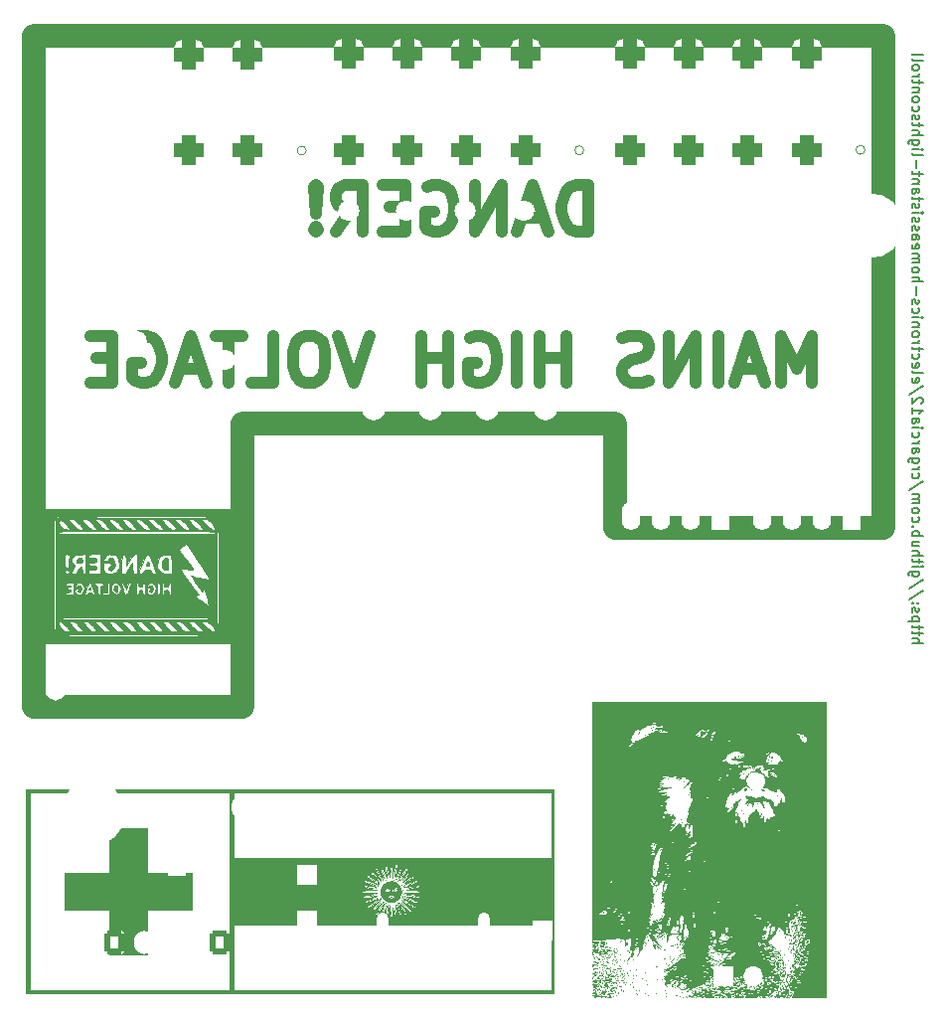
<source format=gbo>
G04 #@! TF.GenerationSoftware,KiCad,Pcbnew,(6.0.10)*
G04 #@! TF.CreationDate,2023-02-01T21:50:37+01:00*
G04 #@! TF.ProjectId,hamodule,68616d6f-6475-46c6-952e-6b696361645f,V.20230201.22*
G04 #@! TF.SameCoordinates,Original*
G04 #@! TF.FileFunction,Legend,Bot*
G04 #@! TF.FilePolarity,Positive*
%FSLAX46Y46*%
G04 Gerber Fmt 4.6, Leading zero omitted, Abs format (unit mm)*
G04 Created by KiCad (PCBNEW (6.0.10)) date 2023-02-01 21:50:37*
%MOMM*%
%LPD*%
G01*
G04 APERTURE LIST*
G04 Aperture macros list*
%AMRoundRect*
0 Rectangle with rounded corners*
0 $1 Rounding radius*
0 $2 $3 $4 $5 $6 $7 $8 $9 X,Y pos of 4 corners*
0 Add a 4 corners polygon primitive as box body*
4,1,4,$2,$3,$4,$5,$6,$7,$8,$9,$2,$3,0*
0 Add four circle primitives for the rounded corners*
1,1,$1+$1,$2,$3*
1,1,$1+$1,$4,$5*
1,1,$1+$1,$6,$7*
1,1,$1+$1,$8,$9*
0 Add four rect primitives between the rounded corners*
20,1,$1+$1,$2,$3,$4,$5,0*
20,1,$1+$1,$4,$5,$6,$7,0*
20,1,$1+$1,$6,$7,$8,$9,0*
20,1,$1+$1,$8,$9,$2,$3,0*%
G04 Aperture macros list end*
%ADD10C,2.000000*%
%ADD11C,1.000000*%
%ADD12C,0.150000*%
%ADD13C,0.300000*%
%ADD14C,0.120000*%
%ADD15C,0.010000*%
%ADD16R,1.000000X1.000000*%
%ADD17R,1.700000X1.700000*%
%ADD18O,1.700000X1.700000*%
%ADD19C,1.800000*%
%ADD20RoundRect,0.250000X-0.600000X-0.750000X0.600000X-0.750000X0.600000X0.750000X-0.600000X0.750000X0*%
%ADD21O,1.700000X2.000000*%
%ADD22R,1.650000X1.650000*%
%ADD23C,1.650000*%
%ADD24R,1.905000X2.000000*%
%ADD25O,1.905000X2.000000*%
%ADD26RoundRect,0.625000X0.625000X0.625000X-0.625000X0.625000X-0.625000X-0.625000X0.625000X-0.625000X0*%
%ADD27C,2.000000*%
%ADD28C,5.500000*%
%ADD29R,1.600000X2.400000*%
%ADD30O,1.600000X2.400000*%
%ADD31C,0.650000*%
%ADD32O,1.000000X2.100000*%
%ADD33O,1.000000X1.600000*%
%ADD34R,2.000000X2.000000*%
%ADD35R,1.600000X1.600000*%
%ADD36C,1.600000*%
G04 APERTURE END LIST*
D10*
X105410000Y-74930000D02*
X82550000Y-74930000D01*
X33020000Y-90170000D02*
X33020000Y-33020000D01*
X105410000Y-33020000D02*
X105410000Y-74930000D01*
X50800000Y-66040000D02*
X50800000Y-90170000D01*
X82550000Y-74930000D02*
X82550000Y-66040000D01*
X50800000Y-90170000D02*
X33020000Y-90170000D01*
X82550000Y-66040000D02*
X50800000Y-66040000D01*
X33020000Y-33020000D02*
X105410000Y-33020000D01*
D11*
X80249047Y-49669523D02*
X80249047Y-45669523D01*
X79296666Y-45669523D01*
X78725238Y-45860000D01*
X78344285Y-46240952D01*
X78153809Y-46621904D01*
X77963333Y-47383809D01*
X77963333Y-47955238D01*
X78153809Y-48717142D01*
X78344285Y-49098095D01*
X78725238Y-49479047D01*
X79296666Y-49669523D01*
X80249047Y-49669523D01*
X76439523Y-48526666D02*
X74534761Y-48526666D01*
X76820476Y-49669523D02*
X75487142Y-45669523D01*
X74153809Y-49669523D01*
X72820476Y-49669523D02*
X72820476Y-45669523D01*
X70534761Y-49669523D01*
X70534761Y-45669523D01*
X66534761Y-45860000D02*
X66915714Y-45669523D01*
X67487142Y-45669523D01*
X68058571Y-45860000D01*
X68439523Y-46240952D01*
X68630000Y-46621904D01*
X68820476Y-47383809D01*
X68820476Y-47955238D01*
X68630000Y-48717142D01*
X68439523Y-49098095D01*
X68058571Y-49479047D01*
X67487142Y-49669523D01*
X67106190Y-49669523D01*
X66534761Y-49479047D01*
X66344285Y-49288571D01*
X66344285Y-47955238D01*
X67106190Y-47955238D01*
X64630000Y-47574285D02*
X63296666Y-47574285D01*
X62725238Y-49669523D02*
X64630000Y-49669523D01*
X64630000Y-45669523D01*
X62725238Y-45669523D01*
X58725238Y-49669523D02*
X60058571Y-47764761D01*
X61010952Y-49669523D02*
X61010952Y-45669523D01*
X59487142Y-45669523D01*
X59106190Y-45860000D01*
X58915714Y-46050476D01*
X58725238Y-46431428D01*
X58725238Y-47002857D01*
X58915714Y-47383809D01*
X59106190Y-47574285D01*
X59487142Y-47764761D01*
X61010952Y-47764761D01*
X57010952Y-49288571D02*
X56820476Y-49479047D01*
X57010952Y-49669523D01*
X57201428Y-49479047D01*
X57010952Y-49288571D01*
X57010952Y-49669523D01*
X57010952Y-48145714D02*
X57201428Y-45860000D01*
X57010952Y-45669523D01*
X56820476Y-45860000D01*
X57010952Y-48145714D01*
X57010952Y-45669523D01*
X99296666Y-62549523D02*
X99296666Y-58549523D01*
X97963333Y-61406666D01*
X96630000Y-58549523D01*
X96630000Y-62549523D01*
X94915714Y-61406666D02*
X93010952Y-61406666D01*
X95296666Y-62549523D02*
X93963333Y-58549523D01*
X92630000Y-62549523D01*
X91296666Y-62549523D02*
X91296666Y-58549523D01*
X89391904Y-62549523D02*
X89391904Y-58549523D01*
X87106190Y-62549523D01*
X87106190Y-58549523D01*
X85391904Y-62359047D02*
X84820476Y-62549523D01*
X83868095Y-62549523D01*
X83487142Y-62359047D01*
X83296666Y-62168571D01*
X83106190Y-61787619D01*
X83106190Y-61406666D01*
X83296666Y-61025714D01*
X83487142Y-60835238D01*
X83868095Y-60644761D01*
X84630000Y-60454285D01*
X85010952Y-60263809D01*
X85201428Y-60073333D01*
X85391904Y-59692380D01*
X85391904Y-59311428D01*
X85201428Y-58930476D01*
X85010952Y-58740000D01*
X84630000Y-58549523D01*
X83677619Y-58549523D01*
X83106190Y-58740000D01*
X78344285Y-62549523D02*
X78344285Y-58549523D01*
X78344285Y-60454285D02*
X76058571Y-60454285D01*
X76058571Y-62549523D02*
X76058571Y-58549523D01*
X74153809Y-62549523D02*
X74153809Y-58549523D01*
X70153809Y-58740000D02*
X70534761Y-58549523D01*
X71106190Y-58549523D01*
X71677619Y-58740000D01*
X72058571Y-59120952D01*
X72249047Y-59501904D01*
X72439523Y-60263809D01*
X72439523Y-60835238D01*
X72249047Y-61597142D01*
X72058571Y-61978095D01*
X71677619Y-62359047D01*
X71106190Y-62549523D01*
X70725238Y-62549523D01*
X70153809Y-62359047D01*
X69963333Y-62168571D01*
X69963333Y-60835238D01*
X70725238Y-60835238D01*
X68249047Y-62549523D02*
X68249047Y-58549523D01*
X68249047Y-60454285D02*
X65963333Y-60454285D01*
X65963333Y-62549523D02*
X65963333Y-58549523D01*
X61582380Y-58549523D02*
X60249047Y-62549523D01*
X58915714Y-58549523D01*
X56820476Y-58549523D02*
X56058571Y-58549523D01*
X55677619Y-58740000D01*
X55296666Y-59120952D01*
X55106190Y-59882857D01*
X55106190Y-61216190D01*
X55296666Y-61978095D01*
X55677619Y-62359047D01*
X56058571Y-62549523D01*
X56820476Y-62549523D01*
X57201428Y-62359047D01*
X57582380Y-61978095D01*
X57772857Y-61216190D01*
X57772857Y-59882857D01*
X57582380Y-59120952D01*
X57201428Y-58740000D01*
X56820476Y-58549523D01*
X51487142Y-62549523D02*
X53391904Y-62549523D01*
X53391904Y-58549523D01*
X50725238Y-58549523D02*
X48439523Y-58549523D01*
X49582380Y-62549523D02*
X49582380Y-58549523D01*
X47296666Y-61406666D02*
X45391904Y-61406666D01*
X47677619Y-62549523D02*
X46344285Y-58549523D01*
X45010952Y-62549523D01*
X41582380Y-58740000D02*
X41963333Y-58549523D01*
X42534761Y-58549523D01*
X43106190Y-58740000D01*
X43487142Y-59120952D01*
X43677619Y-59501904D01*
X43868095Y-60263809D01*
X43868095Y-60835238D01*
X43677619Y-61597142D01*
X43487142Y-61978095D01*
X43106190Y-62359047D01*
X42534761Y-62549523D01*
X42153809Y-62549523D01*
X41582380Y-62359047D01*
X41391904Y-62168571D01*
X41391904Y-60835238D01*
X42153809Y-60835238D01*
X39677619Y-60454285D02*
X38344285Y-60454285D01*
X37772857Y-62549523D02*
X39677619Y-62549523D01*
X39677619Y-58549523D01*
X37772857Y-58549523D01*
D12*
X107812857Y-84721428D02*
X108712857Y-84721428D01*
X107812857Y-84335714D02*
X108284285Y-84335714D01*
X108370000Y-84378571D01*
X108412857Y-84464285D01*
X108412857Y-84592857D01*
X108370000Y-84678571D01*
X108327142Y-84721428D01*
X108412857Y-84035714D02*
X108412857Y-83692857D01*
X108712857Y-83907142D02*
X107941428Y-83907142D01*
X107855714Y-83864285D01*
X107812857Y-83778571D01*
X107812857Y-83692857D01*
X108412857Y-83521428D02*
X108412857Y-83178571D01*
X108712857Y-83392857D02*
X107941428Y-83392857D01*
X107855714Y-83350000D01*
X107812857Y-83264285D01*
X107812857Y-83178571D01*
X108412857Y-82878571D02*
X107512857Y-82878571D01*
X108370000Y-82878571D02*
X108412857Y-82792857D01*
X108412857Y-82621428D01*
X108370000Y-82535714D01*
X108327142Y-82492857D01*
X108241428Y-82450000D01*
X107984285Y-82450000D01*
X107898571Y-82492857D01*
X107855714Y-82535714D01*
X107812857Y-82621428D01*
X107812857Y-82792857D01*
X107855714Y-82878571D01*
X107855714Y-82107142D02*
X107812857Y-82021428D01*
X107812857Y-81850000D01*
X107855714Y-81764285D01*
X107941428Y-81721428D01*
X107984285Y-81721428D01*
X108070000Y-81764285D01*
X108112857Y-81850000D01*
X108112857Y-81978571D01*
X108155714Y-82064285D01*
X108241428Y-82107142D01*
X108284285Y-82107142D01*
X108370000Y-82064285D01*
X108412857Y-81978571D01*
X108412857Y-81850000D01*
X108370000Y-81764285D01*
X107898571Y-81335714D02*
X107855714Y-81292857D01*
X107812857Y-81335714D01*
X107855714Y-81378571D01*
X107898571Y-81335714D01*
X107812857Y-81335714D01*
X108370000Y-81335714D02*
X108327142Y-81292857D01*
X108284285Y-81335714D01*
X108327142Y-81378571D01*
X108370000Y-81335714D01*
X108284285Y-81335714D01*
X108755714Y-80264285D02*
X107598571Y-81035714D01*
X108755714Y-79321428D02*
X107598571Y-80092857D01*
X108412857Y-78635714D02*
X107684285Y-78635714D01*
X107598571Y-78678571D01*
X107555714Y-78721428D01*
X107512857Y-78807142D01*
X107512857Y-78935714D01*
X107555714Y-79021428D01*
X107855714Y-78635714D02*
X107812857Y-78721428D01*
X107812857Y-78892857D01*
X107855714Y-78978571D01*
X107898571Y-79021428D01*
X107984285Y-79064285D01*
X108241428Y-79064285D01*
X108327142Y-79021428D01*
X108370000Y-78978571D01*
X108412857Y-78892857D01*
X108412857Y-78721428D01*
X108370000Y-78635714D01*
X107812857Y-78207142D02*
X108412857Y-78207142D01*
X108712857Y-78207142D02*
X108670000Y-78250000D01*
X108627142Y-78207142D01*
X108670000Y-78164285D01*
X108712857Y-78207142D01*
X108627142Y-78207142D01*
X108412857Y-77907142D02*
X108412857Y-77564285D01*
X108712857Y-77778571D02*
X107941428Y-77778571D01*
X107855714Y-77735714D01*
X107812857Y-77650000D01*
X107812857Y-77564285D01*
X107812857Y-77264285D02*
X108712857Y-77264285D01*
X107812857Y-76878571D02*
X108284285Y-76878571D01*
X108370000Y-76921428D01*
X108412857Y-77007142D01*
X108412857Y-77135714D01*
X108370000Y-77221428D01*
X108327142Y-77264285D01*
X108412857Y-76064285D02*
X107812857Y-76064285D01*
X108412857Y-76450000D02*
X107941428Y-76450000D01*
X107855714Y-76407142D01*
X107812857Y-76321428D01*
X107812857Y-76192857D01*
X107855714Y-76107142D01*
X107898571Y-76064285D01*
X107812857Y-75635714D02*
X108712857Y-75635714D01*
X108370000Y-75635714D02*
X108412857Y-75550000D01*
X108412857Y-75378571D01*
X108370000Y-75292857D01*
X108327142Y-75250000D01*
X108241428Y-75207142D01*
X107984285Y-75207142D01*
X107898571Y-75250000D01*
X107855714Y-75292857D01*
X107812857Y-75378571D01*
X107812857Y-75550000D01*
X107855714Y-75635714D01*
X107898571Y-74821428D02*
X107855714Y-74778571D01*
X107812857Y-74821428D01*
X107855714Y-74864285D01*
X107898571Y-74821428D01*
X107812857Y-74821428D01*
X107855714Y-74007142D02*
X107812857Y-74092857D01*
X107812857Y-74264285D01*
X107855714Y-74350000D01*
X107898571Y-74392857D01*
X107984285Y-74435714D01*
X108241428Y-74435714D01*
X108327142Y-74392857D01*
X108370000Y-74350000D01*
X108412857Y-74264285D01*
X108412857Y-74092857D01*
X108370000Y-74007142D01*
X107812857Y-73492857D02*
X107855714Y-73578571D01*
X107898571Y-73621428D01*
X107984285Y-73664285D01*
X108241428Y-73664285D01*
X108327142Y-73621428D01*
X108370000Y-73578571D01*
X108412857Y-73492857D01*
X108412857Y-73364285D01*
X108370000Y-73278571D01*
X108327142Y-73235714D01*
X108241428Y-73192857D01*
X107984285Y-73192857D01*
X107898571Y-73235714D01*
X107855714Y-73278571D01*
X107812857Y-73364285D01*
X107812857Y-73492857D01*
X107812857Y-72807142D02*
X108412857Y-72807142D01*
X108327142Y-72807142D02*
X108370000Y-72764285D01*
X108412857Y-72678571D01*
X108412857Y-72549999D01*
X108370000Y-72464285D01*
X108284285Y-72421428D01*
X107812857Y-72421428D01*
X108284285Y-72421428D02*
X108370000Y-72378571D01*
X108412857Y-72292857D01*
X108412857Y-72164285D01*
X108370000Y-72078571D01*
X108284285Y-72035714D01*
X107812857Y-72035714D01*
X108755714Y-70964285D02*
X107598571Y-71735714D01*
X107855714Y-70278571D02*
X107812857Y-70364285D01*
X107812857Y-70535714D01*
X107855714Y-70621428D01*
X107898571Y-70664285D01*
X107984285Y-70707142D01*
X108241428Y-70707142D01*
X108327142Y-70664285D01*
X108370000Y-70621428D01*
X108412857Y-70535714D01*
X108412857Y-70364285D01*
X108370000Y-70278571D01*
X107812857Y-69892857D02*
X108412857Y-69892857D01*
X108241428Y-69892857D02*
X108327142Y-69849999D01*
X108370000Y-69807142D01*
X108412857Y-69721428D01*
X108412857Y-69635714D01*
X108412857Y-68949999D02*
X107684285Y-68949999D01*
X107598571Y-68992857D01*
X107555714Y-69035714D01*
X107512857Y-69121428D01*
X107512857Y-69249999D01*
X107555714Y-69335714D01*
X107855714Y-68949999D02*
X107812857Y-69035714D01*
X107812857Y-69207142D01*
X107855714Y-69292857D01*
X107898571Y-69335714D01*
X107984285Y-69378571D01*
X108241428Y-69378571D01*
X108327142Y-69335714D01*
X108370000Y-69292857D01*
X108412857Y-69207142D01*
X108412857Y-69035714D01*
X108370000Y-68949999D01*
X107812857Y-68135714D02*
X108284285Y-68135714D01*
X108370000Y-68178571D01*
X108412857Y-68264285D01*
X108412857Y-68435714D01*
X108370000Y-68521428D01*
X107855714Y-68135714D02*
X107812857Y-68221428D01*
X107812857Y-68435714D01*
X107855714Y-68521428D01*
X107941428Y-68564285D01*
X108027142Y-68564285D01*
X108112857Y-68521428D01*
X108155714Y-68435714D01*
X108155714Y-68221428D01*
X108198571Y-68135714D01*
X107812857Y-67707142D02*
X108412857Y-67707142D01*
X108241428Y-67707142D02*
X108327142Y-67664285D01*
X108370000Y-67621428D01*
X108412857Y-67535714D01*
X108412857Y-67449999D01*
X107855714Y-66764285D02*
X107812857Y-66849999D01*
X107812857Y-67021428D01*
X107855714Y-67107142D01*
X107898571Y-67149999D01*
X107984285Y-67192857D01*
X108241428Y-67192857D01*
X108327142Y-67149999D01*
X108370000Y-67107142D01*
X108412857Y-67021428D01*
X108412857Y-66849999D01*
X108370000Y-66764285D01*
X107812857Y-66378571D02*
X108412857Y-66378571D01*
X108712857Y-66378571D02*
X108670000Y-66421428D01*
X108627142Y-66378571D01*
X108670000Y-66335714D01*
X108712857Y-66378571D01*
X108627142Y-66378571D01*
X107812857Y-65564285D02*
X108284285Y-65564285D01*
X108370000Y-65607142D01*
X108412857Y-65692857D01*
X108412857Y-65864285D01*
X108370000Y-65949999D01*
X107855714Y-65564285D02*
X107812857Y-65649999D01*
X107812857Y-65864285D01*
X107855714Y-65949999D01*
X107941428Y-65992857D01*
X108027142Y-65992857D01*
X108112857Y-65949999D01*
X108155714Y-65864285D01*
X108155714Y-65649999D01*
X108198571Y-65564285D01*
X107812857Y-64664285D02*
X107812857Y-65178571D01*
X107812857Y-64921428D02*
X108712857Y-64921428D01*
X108584285Y-65007142D01*
X108498571Y-65092857D01*
X108455714Y-65178571D01*
X108627142Y-64321428D02*
X108670000Y-64278571D01*
X108712857Y-64192857D01*
X108712857Y-63978571D01*
X108670000Y-63892857D01*
X108627142Y-63849999D01*
X108541428Y-63807142D01*
X108455714Y-63807142D01*
X108327142Y-63849999D01*
X107812857Y-64364285D01*
X107812857Y-63807142D01*
X108755714Y-62778571D02*
X107598571Y-63549999D01*
X107855714Y-62135714D02*
X107812857Y-62221428D01*
X107812857Y-62392857D01*
X107855714Y-62478571D01*
X107941428Y-62521428D01*
X108284285Y-62521428D01*
X108370000Y-62478571D01*
X108412857Y-62392857D01*
X108412857Y-62221428D01*
X108370000Y-62135714D01*
X108284285Y-62092857D01*
X108198571Y-62092857D01*
X108112857Y-62521428D01*
X107812857Y-61578571D02*
X107855714Y-61664285D01*
X107941428Y-61707142D01*
X108712857Y-61707142D01*
X107855714Y-60892857D02*
X107812857Y-60978571D01*
X107812857Y-61149999D01*
X107855714Y-61235714D01*
X107941428Y-61278571D01*
X108284285Y-61278571D01*
X108370000Y-61235714D01*
X108412857Y-61149999D01*
X108412857Y-60978571D01*
X108370000Y-60892857D01*
X108284285Y-60849999D01*
X108198571Y-60849999D01*
X108112857Y-61278571D01*
X107855714Y-60078571D02*
X107812857Y-60164285D01*
X107812857Y-60335714D01*
X107855714Y-60421428D01*
X107898571Y-60464285D01*
X107984285Y-60507142D01*
X108241428Y-60507142D01*
X108327142Y-60464285D01*
X108370000Y-60421428D01*
X108412857Y-60335714D01*
X108412857Y-60164285D01*
X108370000Y-60078571D01*
X108412857Y-59821428D02*
X108412857Y-59478571D01*
X108712857Y-59692857D02*
X107941428Y-59692857D01*
X107855714Y-59649999D01*
X107812857Y-59564285D01*
X107812857Y-59478571D01*
X107812857Y-59178571D02*
X108412857Y-59178571D01*
X108241428Y-59178571D02*
X108327142Y-59135714D01*
X108370000Y-59092857D01*
X108412857Y-59007142D01*
X108412857Y-58921428D01*
X107812857Y-58492857D02*
X107855714Y-58578571D01*
X107898571Y-58621428D01*
X107984285Y-58664285D01*
X108241428Y-58664285D01*
X108327142Y-58621428D01*
X108370000Y-58578571D01*
X108412857Y-58492857D01*
X108412857Y-58364285D01*
X108370000Y-58278571D01*
X108327142Y-58235714D01*
X108241428Y-58192857D01*
X107984285Y-58192857D01*
X107898571Y-58235714D01*
X107855714Y-58278571D01*
X107812857Y-58364285D01*
X107812857Y-58492857D01*
X108412857Y-57807142D02*
X107812857Y-57807142D01*
X108327142Y-57807142D02*
X108370000Y-57764285D01*
X108412857Y-57678571D01*
X108412857Y-57549999D01*
X108370000Y-57464285D01*
X108284285Y-57421428D01*
X107812857Y-57421428D01*
X107812857Y-56992857D02*
X108412857Y-56992857D01*
X108712857Y-56992857D02*
X108670000Y-57035714D01*
X108627142Y-56992857D01*
X108670000Y-56949999D01*
X108712857Y-56992857D01*
X108627142Y-56992857D01*
X107855714Y-56178571D02*
X107812857Y-56264285D01*
X107812857Y-56435714D01*
X107855714Y-56521428D01*
X107898571Y-56564285D01*
X107984285Y-56607142D01*
X108241428Y-56607142D01*
X108327142Y-56564285D01*
X108370000Y-56521428D01*
X108412857Y-56435714D01*
X108412857Y-56264285D01*
X108370000Y-56178571D01*
X107855714Y-55835714D02*
X107812857Y-55749999D01*
X107812857Y-55578571D01*
X107855714Y-55492857D01*
X107941428Y-55449999D01*
X107984285Y-55449999D01*
X108070000Y-55492857D01*
X108112857Y-55578571D01*
X108112857Y-55707142D01*
X108155714Y-55792857D01*
X108241428Y-55835714D01*
X108284285Y-55835714D01*
X108370000Y-55792857D01*
X108412857Y-55707142D01*
X108412857Y-55578571D01*
X108370000Y-55492857D01*
X108155714Y-55064285D02*
X108155714Y-54378571D01*
X107812857Y-53949999D02*
X108712857Y-53949999D01*
X107812857Y-53564285D02*
X108284285Y-53564285D01*
X108370000Y-53607142D01*
X108412857Y-53692857D01*
X108412857Y-53821428D01*
X108370000Y-53907142D01*
X108327142Y-53949999D01*
X107812857Y-53007142D02*
X107855714Y-53092857D01*
X107898571Y-53135714D01*
X107984285Y-53178571D01*
X108241428Y-53178571D01*
X108327142Y-53135714D01*
X108370000Y-53092857D01*
X108412857Y-53007142D01*
X108412857Y-52878571D01*
X108370000Y-52792857D01*
X108327142Y-52749999D01*
X108241428Y-52707142D01*
X107984285Y-52707142D01*
X107898571Y-52749999D01*
X107855714Y-52792857D01*
X107812857Y-52878571D01*
X107812857Y-53007142D01*
X107812857Y-52321428D02*
X108412857Y-52321428D01*
X108327142Y-52321428D02*
X108370000Y-52278571D01*
X108412857Y-52192857D01*
X108412857Y-52064285D01*
X108370000Y-51978571D01*
X108284285Y-51935714D01*
X107812857Y-51935714D01*
X108284285Y-51935714D02*
X108370000Y-51892857D01*
X108412857Y-51807142D01*
X108412857Y-51678571D01*
X108370000Y-51592857D01*
X108284285Y-51549999D01*
X107812857Y-51549999D01*
X107855714Y-50778571D02*
X107812857Y-50864285D01*
X107812857Y-51035714D01*
X107855714Y-51121428D01*
X107941428Y-51164285D01*
X108284285Y-51164285D01*
X108370000Y-51121428D01*
X108412857Y-51035714D01*
X108412857Y-50864285D01*
X108370000Y-50778571D01*
X108284285Y-50735714D01*
X108198571Y-50735714D01*
X108112857Y-51164285D01*
X107812857Y-49964285D02*
X108284285Y-49964285D01*
X108370000Y-50007142D01*
X108412857Y-50092857D01*
X108412857Y-50264285D01*
X108370000Y-50349999D01*
X107855714Y-49964285D02*
X107812857Y-50049999D01*
X107812857Y-50264285D01*
X107855714Y-50349999D01*
X107941428Y-50392857D01*
X108027142Y-50392857D01*
X108112857Y-50349999D01*
X108155714Y-50264285D01*
X108155714Y-50049999D01*
X108198571Y-49964285D01*
X107855714Y-49578571D02*
X107812857Y-49492857D01*
X107812857Y-49321428D01*
X107855714Y-49235714D01*
X107941428Y-49192857D01*
X107984285Y-49192857D01*
X108070000Y-49235714D01*
X108112857Y-49321428D01*
X108112857Y-49449999D01*
X108155714Y-49535714D01*
X108241428Y-49578571D01*
X108284285Y-49578571D01*
X108370000Y-49535714D01*
X108412857Y-49449999D01*
X108412857Y-49321428D01*
X108370000Y-49235714D01*
X107855714Y-48849999D02*
X107812857Y-48764285D01*
X107812857Y-48592857D01*
X107855714Y-48507142D01*
X107941428Y-48464285D01*
X107984285Y-48464285D01*
X108070000Y-48507142D01*
X108112857Y-48592857D01*
X108112857Y-48721428D01*
X108155714Y-48807142D01*
X108241428Y-48849999D01*
X108284285Y-48849999D01*
X108370000Y-48807142D01*
X108412857Y-48721428D01*
X108412857Y-48592857D01*
X108370000Y-48507142D01*
X107812857Y-48078571D02*
X108412857Y-48078571D01*
X108712857Y-48078571D02*
X108670000Y-48121428D01*
X108627142Y-48078571D01*
X108670000Y-48035714D01*
X108712857Y-48078571D01*
X108627142Y-48078571D01*
X107855714Y-47692857D02*
X107812857Y-47607142D01*
X107812857Y-47435714D01*
X107855714Y-47349999D01*
X107941428Y-47307142D01*
X107984285Y-47307142D01*
X108070000Y-47349999D01*
X108112857Y-47435714D01*
X108112857Y-47564285D01*
X108155714Y-47649999D01*
X108241428Y-47692857D01*
X108284285Y-47692857D01*
X108370000Y-47649999D01*
X108412857Y-47564285D01*
X108412857Y-47435714D01*
X108370000Y-47349999D01*
X108412857Y-47049999D02*
X108412857Y-46707142D01*
X108712857Y-46921428D02*
X107941428Y-46921428D01*
X107855714Y-46878571D01*
X107812857Y-46792857D01*
X107812857Y-46707142D01*
X107812857Y-46021428D02*
X108284285Y-46021428D01*
X108370000Y-46064285D01*
X108412857Y-46149999D01*
X108412857Y-46321428D01*
X108370000Y-46407142D01*
X107855714Y-46021428D02*
X107812857Y-46107142D01*
X107812857Y-46321428D01*
X107855714Y-46407142D01*
X107941428Y-46449999D01*
X108027142Y-46449999D01*
X108112857Y-46407142D01*
X108155714Y-46321428D01*
X108155714Y-46107142D01*
X108198571Y-46021428D01*
X108412857Y-45592857D02*
X107812857Y-45592857D01*
X108327142Y-45592857D02*
X108370000Y-45549999D01*
X108412857Y-45464285D01*
X108412857Y-45335714D01*
X108370000Y-45249999D01*
X108284285Y-45207142D01*
X107812857Y-45207142D01*
X108412857Y-44907142D02*
X108412857Y-44564285D01*
X108712857Y-44778571D02*
X107941428Y-44778571D01*
X107855714Y-44735714D01*
X107812857Y-44649999D01*
X107812857Y-44564285D01*
X108155714Y-44264285D02*
X108155714Y-43578571D01*
X107812857Y-43021428D02*
X107855714Y-43107142D01*
X107941428Y-43149999D01*
X108712857Y-43149999D01*
X107812857Y-42678571D02*
X108412857Y-42678571D01*
X108712857Y-42678571D02*
X108670000Y-42721428D01*
X108627142Y-42678571D01*
X108670000Y-42635714D01*
X108712857Y-42678571D01*
X108627142Y-42678571D01*
X108412857Y-41864285D02*
X107684285Y-41864285D01*
X107598571Y-41907142D01*
X107555714Y-41949999D01*
X107512857Y-42035714D01*
X107512857Y-42164285D01*
X107555714Y-42249999D01*
X107855714Y-41864285D02*
X107812857Y-41949999D01*
X107812857Y-42121428D01*
X107855714Y-42207142D01*
X107898571Y-42249999D01*
X107984285Y-42292857D01*
X108241428Y-42292857D01*
X108327142Y-42249999D01*
X108370000Y-42207142D01*
X108412857Y-42121428D01*
X108412857Y-41949999D01*
X108370000Y-41864285D01*
X107812857Y-41435714D02*
X108712857Y-41435714D01*
X107812857Y-41049999D02*
X108284285Y-41049999D01*
X108370000Y-41092857D01*
X108412857Y-41178571D01*
X108412857Y-41307142D01*
X108370000Y-41392857D01*
X108327142Y-41435714D01*
X108412857Y-40749999D02*
X108412857Y-40407142D01*
X108712857Y-40621428D02*
X107941428Y-40621428D01*
X107855714Y-40578571D01*
X107812857Y-40492857D01*
X107812857Y-40407142D01*
X107855714Y-40149999D02*
X107812857Y-40064285D01*
X107812857Y-39892857D01*
X107855714Y-39807142D01*
X107941428Y-39764285D01*
X107984285Y-39764285D01*
X108070000Y-39807142D01*
X108112857Y-39892857D01*
X108112857Y-40021428D01*
X108155714Y-40107142D01*
X108241428Y-40149999D01*
X108284285Y-40149999D01*
X108370000Y-40107142D01*
X108412857Y-40021428D01*
X108412857Y-39892857D01*
X108370000Y-39807142D01*
X107855714Y-38992857D02*
X107812857Y-39078571D01*
X107812857Y-39249999D01*
X107855714Y-39335714D01*
X107898571Y-39378571D01*
X107984285Y-39421428D01*
X108241428Y-39421428D01*
X108327142Y-39378571D01*
X108370000Y-39335714D01*
X108412857Y-39249999D01*
X108412857Y-39078571D01*
X108370000Y-38992857D01*
X107812857Y-38478571D02*
X107855714Y-38564285D01*
X107898571Y-38607142D01*
X107984285Y-38649999D01*
X108241428Y-38649999D01*
X108327142Y-38607142D01*
X108370000Y-38564285D01*
X108412857Y-38478571D01*
X108412857Y-38349999D01*
X108370000Y-38264285D01*
X108327142Y-38221428D01*
X108241428Y-38178571D01*
X107984285Y-38178571D01*
X107898571Y-38221428D01*
X107855714Y-38264285D01*
X107812857Y-38349999D01*
X107812857Y-38478571D01*
X108412857Y-37792857D02*
X107812857Y-37792857D01*
X108327142Y-37792857D02*
X108370000Y-37749999D01*
X108412857Y-37664285D01*
X108412857Y-37535714D01*
X108370000Y-37449999D01*
X108284285Y-37407142D01*
X107812857Y-37407142D01*
X108412857Y-37107142D02*
X108412857Y-36764285D01*
X108712857Y-36978571D02*
X107941428Y-36978571D01*
X107855714Y-36935714D01*
X107812857Y-36849999D01*
X107812857Y-36764285D01*
X107812857Y-36464285D02*
X108412857Y-36464285D01*
X108241428Y-36464285D02*
X108327142Y-36421428D01*
X108370000Y-36378571D01*
X108412857Y-36292857D01*
X108412857Y-36207142D01*
X107812857Y-35778571D02*
X107855714Y-35864285D01*
X107898571Y-35907142D01*
X107984285Y-35949999D01*
X108241428Y-35949999D01*
X108327142Y-35907142D01*
X108370000Y-35864285D01*
X108412857Y-35778571D01*
X108412857Y-35649999D01*
X108370000Y-35564285D01*
X108327142Y-35521428D01*
X108241428Y-35478571D01*
X107984285Y-35478571D01*
X107898571Y-35521428D01*
X107855714Y-35564285D01*
X107812857Y-35649999D01*
X107812857Y-35778571D01*
X107812857Y-34964285D02*
X107855714Y-35049999D01*
X107941428Y-35092857D01*
X108712857Y-35092857D01*
X107812857Y-34492857D02*
X107855714Y-34578571D01*
X107941428Y-34621428D01*
X108712857Y-34621428D01*
D13*
X90876571Y-101572164D02*
X91021714Y-101499592D01*
X91239428Y-101499592D01*
X91457142Y-101572164D01*
X91602285Y-101717306D01*
X91674857Y-101862449D01*
X91747428Y-102152735D01*
X91747428Y-102370449D01*
X91674857Y-102660735D01*
X91602285Y-102805878D01*
X91457142Y-102951021D01*
X91239428Y-103023592D01*
X91094285Y-103023592D01*
X90876571Y-102951021D01*
X90804000Y-102878449D01*
X90804000Y-102370449D01*
X91094285Y-102370449D01*
X89425142Y-101499592D02*
X90150857Y-101499592D01*
X90223428Y-102225306D01*
X90150857Y-102152735D01*
X90005714Y-102080164D01*
X89642857Y-102080164D01*
X89497714Y-102152735D01*
X89425142Y-102225306D01*
X89352571Y-102370449D01*
X89352571Y-102733306D01*
X89425142Y-102878449D01*
X89497714Y-102951021D01*
X89642857Y-103023592D01*
X90005714Y-103023592D01*
X90150857Y-102951021D01*
X90223428Y-102878449D01*
X55152971Y-105156000D02*
X55298114Y-105083428D01*
X55515828Y-105083428D01*
X55733542Y-105156000D01*
X55878685Y-105301142D01*
X55951257Y-105446285D01*
X56023828Y-105736571D01*
X56023828Y-105954285D01*
X55951257Y-106244571D01*
X55878685Y-106389714D01*
X55733542Y-106534857D01*
X55515828Y-106607428D01*
X55370685Y-106607428D01*
X55152971Y-106534857D01*
X55080400Y-106462285D01*
X55080400Y-105954285D01*
X55370685Y-105954285D01*
X53774114Y-105083428D02*
X54064400Y-105083428D01*
X54209542Y-105156000D01*
X54282114Y-105228571D01*
X54427257Y-105446285D01*
X54499828Y-105736571D01*
X54499828Y-106317142D01*
X54427257Y-106462285D01*
X54354685Y-106534857D01*
X54209542Y-106607428D01*
X53919257Y-106607428D01*
X53774114Y-106534857D01*
X53701542Y-106462285D01*
X53628971Y-106317142D01*
X53628971Y-105954285D01*
X53701542Y-105809142D01*
X53774114Y-105736571D01*
X53919257Y-105664000D01*
X54209542Y-105664000D01*
X54354685Y-105736571D01*
X54427257Y-105809142D01*
X54499828Y-105954285D01*
G36*
X82853990Y-112516334D02*
G01*
X82838155Y-112532169D01*
X82822320Y-112516334D01*
X82838155Y-112500498D01*
X82853990Y-112516334D01*
G37*
G36*
X85279833Y-91909570D02*
G01*
X85270056Y-91923639D01*
X85243268Y-91946134D01*
X85238841Y-91945826D01*
X85231866Y-91927493D01*
X85265866Y-91895604D01*
X85283566Y-91887898D01*
X85279833Y-91909570D01*
G37*
G36*
X97800545Y-110175854D02*
G01*
X97791626Y-110221438D01*
X97747195Y-110273771D01*
X97722141Y-110294640D01*
X97714592Y-110309733D01*
X97763030Y-110298882D01*
X97808861Y-110293390D01*
X97834290Y-110309469D01*
X97836229Y-110316011D01*
X97874116Y-110351507D01*
X97945138Y-110392266D01*
X97965715Y-110402575D01*
X98030059Y-110443803D01*
X98055985Y-110476166D01*
X98043821Y-110489980D01*
X97991989Y-110473215D01*
X97946858Y-110456014D01*
X97899257Y-110456726D01*
X97877444Y-110454189D01*
X97850271Y-110410684D01*
X97838218Y-110384587D01*
X97793543Y-110354949D01*
X97705472Y-110346882D01*
X97678972Y-110347586D01*
X97608991Y-110358214D01*
X97580923Y-110377559D01*
X97576207Y-110389824D01*
X97538879Y-110392102D01*
X97488491Y-110389665D01*
X97412195Y-110408148D01*
X97370693Y-110422226D01*
X97335314Y-110419442D01*
X97327557Y-110377769D01*
X97336085Y-110341594D01*
X97378451Y-110315212D01*
X97405305Y-110308493D01*
X97411505Y-110268720D01*
X97406699Y-110244709D01*
X97423952Y-110203509D01*
X97444541Y-110212523D01*
X97454240Y-110265836D01*
X97463569Y-110319566D01*
X97503828Y-110346882D01*
X97533852Y-110343976D01*
X97601210Y-110320604D01*
X97650174Y-110284888D01*
X97659118Y-110250281D01*
X97656621Y-110234846D01*
X97689902Y-110220199D01*
X97713498Y-110216323D01*
X97739277Y-110188528D01*
X97740198Y-110180958D01*
X97770948Y-110156857D01*
X97800545Y-110175854D01*
G37*
G36*
X86109840Y-105693430D02*
G01*
X86091194Y-105755557D01*
X86053136Y-105833031D01*
X86005237Y-105903845D01*
X86001292Y-105908523D01*
X85957422Y-105943400D01*
X85943017Y-105928240D01*
X85970023Y-105873379D01*
X86008839Y-105813170D01*
X86053949Y-105726468D01*
X86081186Y-105680608D01*
X86106462Y-105671091D01*
X86109840Y-105693430D01*
G37*
G36*
X83143068Y-114630361D02*
G01*
X83133194Y-114642623D01*
X83091092Y-114683308D01*
X83075686Y-114673828D01*
X83087247Y-114657473D01*
X83131110Y-114618404D01*
X83154058Y-114600712D01*
X83170458Y-114592847D01*
X83143068Y-114630361D01*
G37*
G36*
X83387424Y-114566440D02*
G01*
X83365426Y-114613346D01*
X83331136Y-114656634D01*
X83274747Y-114662958D01*
X83273658Y-114662539D01*
X83240866Y-114643574D01*
X83267312Y-114628214D01*
X83292918Y-114617926D01*
X83357991Y-114578602D01*
X83374869Y-114566028D01*
X83387424Y-114566440D01*
G37*
G36*
X84089153Y-113308104D02*
G01*
X84073317Y-113323940D01*
X84057482Y-113308104D01*
X84073317Y-113292269D01*
X84089153Y-113308104D01*
G37*
G36*
X83107357Y-112769700D02*
G01*
X83091522Y-112785536D01*
X83075686Y-112769700D01*
X83091522Y-112753865D01*
X83107357Y-112769700D01*
G37*
G36*
X98055985Y-110711097D02*
G01*
X98040150Y-110726932D01*
X98024315Y-110711097D01*
X98040150Y-110695261D01*
X98055985Y-110711097D01*
G37*
G36*
X81428803Y-111281172D02*
G01*
X81412968Y-111297007D01*
X81397133Y-111281172D01*
X81412968Y-111265336D01*
X81428803Y-111281172D01*
G37*
G36*
X81626746Y-111719424D02*
G01*
X81632118Y-111730421D01*
X81587158Y-111735398D01*
X81543590Y-111730983D01*
X81547569Y-111719424D01*
X81561905Y-111715241D01*
X81626746Y-111719424D01*
G37*
G36*
X86802286Y-114316292D02*
G01*
X86807241Y-114325818D01*
X86781173Y-114337406D01*
X86764406Y-114335120D01*
X86760059Y-114316292D01*
X86764701Y-114312502D01*
X86802286Y-114316292D01*
G37*
G36*
X97188062Y-109328523D02*
G01*
X97178286Y-109342592D01*
X97151498Y-109365087D01*
X97147070Y-109364779D01*
X97140096Y-109346446D01*
X97174096Y-109314556D01*
X97191795Y-109306850D01*
X97188062Y-109328523D01*
G37*
G36*
X80605362Y-111851247D02*
G01*
X80589527Y-111867082D01*
X80573691Y-111851247D01*
X80589527Y-111835411D01*
X80605362Y-111851247D01*
G37*
G36*
X97902230Y-108264362D02*
G01*
X97929302Y-108288279D01*
X97934006Y-108302242D01*
X97974939Y-108319950D01*
X97994326Y-108322479D01*
X98040150Y-108351621D01*
X98032562Y-108373238D01*
X97978678Y-108383291D01*
X97924483Y-108373884D01*
X97897631Y-108331907D01*
X97889066Y-108298872D01*
X97853824Y-108316880D01*
X97817586Y-108335665D01*
X97791476Y-108304923D01*
X97791124Y-108303992D01*
X97795077Y-108267339D01*
X97851119Y-108256608D01*
X97902230Y-108264362D01*
G37*
G36*
X81523816Y-114163217D02*
G01*
X81507980Y-114179052D01*
X81492145Y-114163217D01*
X81507980Y-114147381D01*
X81523816Y-114163217D01*
G37*
G36*
X83550749Y-114353242D02*
G01*
X83534913Y-114369077D01*
X83519078Y-114353242D01*
X83534913Y-114337406D01*
X83550749Y-114353242D01*
G37*
G36*
X83853452Y-113008657D02*
G01*
X83883292Y-113038902D01*
X83889191Y-113050115D01*
X83887030Y-113070573D01*
X83881462Y-113069148D01*
X83851621Y-113038902D01*
X83845722Y-113027689D01*
X83847883Y-113007232D01*
X83853452Y-113008657D01*
G37*
G36*
X90930050Y-110457730D02*
G01*
X90914215Y-110473566D01*
X90898380Y-110457730D01*
X90914215Y-110441895D01*
X90930050Y-110457730D01*
G37*
G36*
X97834290Y-110550874D02*
G01*
X97834792Y-110574111D01*
X97839198Y-110615340D01*
X97847780Y-110647711D01*
X97861699Y-110732725D01*
X97869612Y-110824437D01*
X97869941Y-110899806D01*
X97861111Y-110935790D01*
X97851481Y-110939368D01*
X97834290Y-110916957D01*
X97831756Y-110904684D01*
X97802619Y-110901122D01*
X97782626Y-110930944D01*
X97770948Y-110998003D01*
X97763534Y-111048260D01*
X97740271Y-111075311D01*
X97727415Y-111069320D01*
X97727086Y-111029729D01*
X97731128Y-110994414D01*
X97711220Y-110926799D01*
X97693675Y-110899928D01*
X97680484Y-110902541D01*
X97676899Y-110961824D01*
X97676210Y-110989715D01*
X97669232Y-111035932D01*
X97654698Y-111019649D01*
X97632281Y-110940710D01*
X97623231Y-110885593D01*
X97643376Y-110858720D01*
X97711032Y-110853616D01*
X97810678Y-110853616D01*
X97795371Y-110694314D01*
X97791712Y-110636672D01*
X97794427Y-110556761D01*
X97807177Y-110518255D01*
X97820982Y-110516649D01*
X97834290Y-110550874D01*
G37*
G36*
X83519078Y-113622943D02*
G01*
X83515202Y-113646540D01*
X83487407Y-113672319D01*
X83479893Y-113671466D01*
X83455736Y-113642517D01*
X83456944Y-113633632D01*
X83487407Y-113593142D01*
X83503724Y-113590162D01*
X83519078Y-113622943D01*
G37*
G36*
X84057482Y-114859975D02*
G01*
X84041646Y-114875810D01*
X84025811Y-114859975D01*
X84041646Y-114844139D01*
X84057482Y-114859975D01*
G37*
G36*
X90264963Y-113656483D02*
G01*
X90249128Y-113672319D01*
X90233292Y-113656483D01*
X90249128Y-113640648D01*
X90264963Y-113656483D01*
G37*
G36*
X82853990Y-114923316D02*
G01*
X82838155Y-114939152D01*
X82822320Y-114923316D01*
X82838155Y-114907481D01*
X82853990Y-114923316D01*
G37*
G36*
X93514247Y-97863685D02*
G01*
X93510039Y-97870132D01*
X93478746Y-97899300D01*
X93463716Y-97886283D01*
X93466547Y-97879159D01*
X93500280Y-97849718D01*
X93517980Y-97842013D01*
X93514247Y-97863685D01*
G37*
G36*
X82482386Y-110564648D02*
G01*
X82486478Y-110568819D01*
X82501657Y-110592020D01*
X82464657Y-110582377D01*
X82435101Y-110566583D01*
X82425596Y-110543024D01*
X82440862Y-110539632D01*
X82482386Y-110564648D01*
G37*
G36*
X97226940Y-113526458D02*
G01*
X97249586Y-113551857D01*
X97255765Y-113588633D01*
X97217425Y-113639856D01*
X97193608Y-113664984D01*
X97156118Y-113691005D01*
X97145285Y-113663858D01*
X97157577Y-113580008D01*
X97172688Y-113518557D01*
X97192500Y-113499998D01*
X97226940Y-113526458D01*
G37*
G36*
X96208521Y-114442976D02*
G01*
X96213476Y-114452502D01*
X96187407Y-114464089D01*
X96170640Y-114461804D01*
X96166293Y-114442976D01*
X96170935Y-114439185D01*
X96208521Y-114442976D01*
G37*
G36*
X97422569Y-111487032D02*
G01*
X97420283Y-111503798D01*
X97401455Y-111508146D01*
X97397665Y-111503504D01*
X97401455Y-111465918D01*
X97410981Y-111460963D01*
X97422569Y-111487032D01*
G37*
G36*
X95358965Y-109650124D02*
G01*
X95354550Y-109693691D01*
X95342991Y-109689713D01*
X95338808Y-109675377D01*
X95342991Y-109610536D01*
X95353988Y-109605163D01*
X95358965Y-109650124D01*
G37*
G36*
X84025811Y-114052369D02*
G01*
X84023525Y-114069135D01*
X84004697Y-114073483D01*
X84000907Y-114068841D01*
X84004697Y-114031255D01*
X84014223Y-114026300D01*
X84025811Y-114052369D01*
G37*
G36*
X82519411Y-113491577D02*
G01*
X82503616Y-113521134D01*
X82480057Y-113530638D01*
X82476665Y-113515372D01*
X82501681Y-113473848D01*
X82505853Y-113469756D01*
X82529053Y-113454577D01*
X82519411Y-113491577D01*
G37*
G36*
X97546752Y-109061575D02*
G01*
X97544513Y-109093697D01*
X97530118Y-109103143D01*
X97523842Y-109091938D01*
X97527618Y-109042440D01*
X97539017Y-109027781D01*
X97546752Y-109061575D01*
G37*
G36*
X85894389Y-111629551D02*
G01*
X85878554Y-111645386D01*
X85862719Y-111629551D01*
X85878554Y-111613715D01*
X85894389Y-111629551D01*
G37*
G36*
X90898380Y-112959725D02*
G01*
X90882544Y-112975561D01*
X90866709Y-112959725D01*
X90882544Y-112943890D01*
X90898380Y-112959725D01*
G37*
G36*
X84000078Y-112827243D02*
G01*
X84014738Y-112838642D01*
X83980944Y-112846377D01*
X83948821Y-112844138D01*
X83939376Y-112829743D01*
X83950581Y-112823467D01*
X84000078Y-112827243D01*
G37*
G36*
X82612444Y-112342478D02*
G01*
X82611991Y-112366058D01*
X82574474Y-112415445D01*
X82540445Y-112453144D01*
X82511542Y-112501707D01*
X82536835Y-112526124D01*
X82620768Y-112538175D01*
X82707783Y-112558330D01*
X82777629Y-112611346D01*
X82799101Y-112649217D01*
X82788647Y-112671526D01*
X82725814Y-112678060D01*
X82690700Y-112677548D01*
X82639671Y-112663445D01*
X82642601Y-112639885D01*
X82703554Y-112617862D01*
X82721369Y-112613550D01*
X82719792Y-112605080D01*
X82657917Y-112599824D01*
X82641238Y-112598899D01*
X82563293Y-112585702D01*
X82521394Y-112563754D01*
X82502659Y-112549226D01*
X82442430Y-112563754D01*
X82412574Y-112578895D01*
X82361868Y-112593866D01*
X82347257Y-112571350D01*
X82364125Y-112548110D01*
X82418517Y-112514767D01*
X82462531Y-112484052D01*
X82481074Y-112441561D01*
X82480755Y-112425085D01*
X82505050Y-112420975D01*
X82524998Y-112424169D01*
X82556730Y-112391658D01*
X82570278Y-112367562D01*
X82609533Y-112342144D01*
X82612444Y-112342478D01*
G37*
G36*
X96588571Y-109407315D02*
G01*
X96593525Y-109416841D01*
X96567457Y-109428429D01*
X96550690Y-109426143D01*
X96546343Y-109407315D01*
X96550985Y-109403524D01*
X96588571Y-109407315D01*
G37*
G36*
X83369393Y-114169646D02*
G01*
X83392394Y-114212592D01*
X83390722Y-114230353D01*
X83374196Y-114237821D01*
X83348639Y-114193242D01*
X83343089Y-114168538D01*
X83361086Y-114163441D01*
X83369393Y-114169646D01*
G37*
G36*
X95508322Y-109083023D02*
G01*
X95498688Y-109102507D01*
X95445012Y-109111720D01*
X95444876Y-109111720D01*
X95377885Y-109106187D01*
X95371590Y-109091589D01*
X95427276Y-109070881D01*
X95467359Y-109066638D01*
X95508322Y-109083023D01*
G37*
G36*
X83381838Y-114284621D02*
G01*
X83386792Y-114294147D01*
X83360724Y-114305735D01*
X83343957Y-114303450D01*
X83339610Y-114284621D01*
X83344252Y-114280831D01*
X83381838Y-114284621D01*
G37*
G36*
X89726559Y-114131546D02*
G01*
X89710724Y-114147381D01*
X89694888Y-114131546D01*
X89710724Y-114115710D01*
X89726559Y-114131546D01*
G37*
G36*
X85672694Y-110521072D02*
G01*
X85656858Y-110536907D01*
X85641023Y-110521072D01*
X85656858Y-110505237D01*
X85672694Y-110521072D01*
G37*
G36*
X98144664Y-111841745D02*
G01*
X98154592Y-111852787D01*
X98181794Y-111915637D01*
X98170168Y-111970365D01*
X98123019Y-111993765D01*
X98080828Y-112014141D01*
X98049612Y-112067204D01*
X98042635Y-112126253D01*
X98068506Y-112164350D01*
X98078463Y-112173160D01*
X98048068Y-112181290D01*
X98012533Y-112167060D01*
X97992794Y-112115115D01*
X98001703Y-112046111D01*
X98040150Y-111982454D01*
X98078530Y-111934860D01*
X98085240Y-111907118D01*
X98055985Y-111914588D01*
X98036507Y-111912743D01*
X98024315Y-111868951D01*
X98038626Y-111820788D01*
X98084167Y-111805978D01*
X98144664Y-111841745D01*
G37*
G36*
X95068371Y-113397838D02*
G01*
X95073326Y-113407364D01*
X95047257Y-113418952D01*
X95030491Y-113416667D01*
X95026143Y-113397838D01*
X95030785Y-113394048D01*
X95068371Y-113397838D01*
G37*
G36*
X86401123Y-107211471D02*
G01*
X86398837Y-107228237D01*
X86380009Y-107232585D01*
X86376218Y-107227943D01*
X86380009Y-107190357D01*
X86389535Y-107185402D01*
X86401123Y-107211471D01*
G37*
G36*
X92291896Y-97757730D02*
G01*
X92276060Y-97773566D01*
X92260225Y-97757730D01*
X92276060Y-97741895D01*
X92291896Y-97757730D01*
G37*
G36*
X96282419Y-109602618D02*
G01*
X96266584Y-109618453D01*
X96250749Y-109602618D01*
X96266584Y-109586783D01*
X96282419Y-109602618D01*
G37*
G36*
X83170699Y-111502867D02*
G01*
X83154863Y-111518703D01*
X83139028Y-111502867D01*
X83154863Y-111487032D01*
X83170699Y-111502867D01*
G37*
G36*
X94664707Y-98388508D02*
G01*
X94662468Y-98420630D01*
X94648073Y-98430075D01*
X94641797Y-98418871D01*
X94645573Y-98369373D01*
X94656972Y-98354714D01*
X94664707Y-98388508D01*
G37*
G36*
X93347867Y-98994505D02*
G01*
X93336821Y-99015266D01*
X93301974Y-99040399D01*
X93277257Y-99029823D01*
X93280734Y-98996898D01*
X93319585Y-98966223D01*
X93346462Y-98962370D01*
X93347867Y-98994505D01*
G37*
G36*
X98829341Y-111716657D02*
G01*
X98847756Y-111753595D01*
X98841239Y-111778240D01*
X98797611Y-111803740D01*
X98763006Y-111785459D01*
X98768324Y-111747509D01*
X98810147Y-111715986D01*
X98829341Y-111716657D01*
G37*
G36*
X83994140Y-113846508D02*
G01*
X83978305Y-113862344D01*
X83962469Y-113846508D01*
X83978305Y-113830673D01*
X83994140Y-113846508D01*
G37*
G36*
X94907763Y-113825780D02*
G01*
X94897986Y-113839849D01*
X94871199Y-113862344D01*
X94866771Y-113862035D01*
X94859797Y-113843702D01*
X94893797Y-113811813D01*
X94911496Y-113804107D01*
X94907763Y-113825780D01*
G37*
G36*
X86654489Y-106942269D02*
G01*
X86638654Y-106958104D01*
X86622818Y-106942269D01*
X86638654Y-106926434D01*
X86654489Y-106942269D01*
G37*
G36*
X91487931Y-111677868D02*
G01*
X91545024Y-111744514D01*
X91549516Y-111752287D01*
X91574626Y-111812407D01*
X91564263Y-111835411D01*
X91546076Y-111829892D01*
X91511578Y-111787905D01*
X91498306Y-111765910D01*
X91451100Y-111740399D01*
X91404750Y-111727951D01*
X91393318Y-111696374D01*
X91432742Y-111668937D01*
X91487931Y-111677868D01*
G37*
G36*
X86463623Y-110871707D02*
G01*
X86476105Y-110892073D01*
X86474482Y-110894487D01*
X86432793Y-110916957D01*
X86430012Y-110916840D01*
X86389482Y-110892073D01*
X86391328Y-110877818D01*
X86432793Y-110867189D01*
X86463623Y-110871707D01*
G37*
G36*
X90486659Y-114321571D02*
G01*
X90470823Y-114337406D01*
X90454988Y-114321571D01*
X90470823Y-114305735D01*
X90486659Y-114321571D01*
G37*
G36*
X81555487Y-114258229D02*
G01*
X81539651Y-114274064D01*
X81523816Y-114258229D01*
X81539651Y-114242394D01*
X81555487Y-114258229D01*
G37*
G36*
X88808105Y-104186907D02*
G01*
X88792270Y-104202743D01*
X88776434Y-104186907D01*
X88792270Y-104171072D01*
X88808105Y-104186907D01*
G37*
G36*
X83075686Y-114778929D02*
G01*
X83074469Y-114788121D01*
X83044015Y-114812468D01*
X83036848Y-114812105D01*
X83012345Y-114798502D01*
X83013802Y-114793422D01*
X83044015Y-114764962D01*
X83056283Y-114760014D01*
X83075686Y-114778929D01*
G37*
G36*
X86812843Y-105342892D02*
G01*
X86810558Y-105359659D01*
X86791729Y-105364006D01*
X86787939Y-105359364D01*
X86791729Y-105321779D01*
X86801255Y-105316824D01*
X86812843Y-105342892D01*
G37*
G36*
X84675063Y-113502512D02*
G01*
X84697804Y-113512767D01*
X84722569Y-113533189D01*
X84717318Y-113538860D01*
X84675063Y-113545636D01*
X84653224Y-113542180D01*
X84627557Y-113514959D01*
X84634282Y-113501853D01*
X84675063Y-113502512D01*
G37*
G36*
X86895045Y-114554208D02*
G01*
X86890837Y-114560656D01*
X86859544Y-114589823D01*
X86844514Y-114576806D01*
X86847345Y-114569683D01*
X86881078Y-114540242D01*
X86898778Y-114532536D01*
X86895045Y-114554208D01*
G37*
G36*
X93448870Y-97302190D02*
G01*
X93429070Y-97349595D01*
X93396374Y-97378138D01*
X93371658Y-97369462D01*
X93380403Y-97313697D01*
X93396076Y-97289699D01*
X93433360Y-97283480D01*
X93448870Y-97302190D01*
G37*
G36*
X96884165Y-110584414D02*
G01*
X96868330Y-110600249D01*
X96852494Y-110584414D01*
X96868330Y-110568578D01*
X96884165Y-110584414D01*
G37*
G36*
X85972867Y-105538960D02*
G01*
X85989402Y-105582293D01*
X85984845Y-105604915D01*
X85957731Y-105612094D01*
X85949082Y-105605612D01*
X85926060Y-105562719D01*
X85926967Y-105555648D01*
X85957731Y-105532917D01*
X85972867Y-105538960D01*
G37*
G36*
X81394181Y-112741709D02*
G01*
X81413496Y-112790461D01*
X81413515Y-112791320D01*
X81431047Y-112850129D01*
X81471327Y-112924894D01*
X81474097Y-112929191D01*
X81508304Y-112999534D01*
X81514419Y-113049379D01*
X81506407Y-113059632D01*
X81457311Y-113078952D01*
X81388996Y-113086042D01*
X81328315Y-113079714D01*
X81302120Y-113058778D01*
X81294973Y-113049421D01*
X81259618Y-113066420D01*
X81237509Y-113080661D01*
X81193072Y-113076053D01*
X81175437Y-113018782D01*
X81179265Y-113002324D01*
X81215025Y-112989745D01*
X81216788Y-112990287D01*
X81338774Y-113020588D01*
X81409444Y-113021638D01*
X81426893Y-112993999D01*
X81389215Y-112938234D01*
X81380149Y-112926558D01*
X81357322Y-112868453D01*
X81348995Y-112801167D01*
X81356212Y-112748039D01*
X81380016Y-112732411D01*
X81394181Y-112741709D01*
G37*
G36*
X84863262Y-113611931D02*
G01*
X84852545Y-113623254D01*
X84799877Y-113640648D01*
X84763442Y-113636588D01*
X84762738Y-113620847D01*
X84817625Y-113599789D01*
X84853129Y-113595745D01*
X84863262Y-113611931D01*
G37*
G36*
X83994140Y-111502867D02*
G01*
X83978305Y-111518703D01*
X83962469Y-111502867D01*
X83978305Y-111487032D01*
X83994140Y-111502867D01*
G37*
G36*
X83265711Y-113158076D02*
G01*
X83248571Y-113182239D01*
X83194452Y-113217529D01*
X83174981Y-113226973D01*
X83106722Y-113253453D01*
X83089691Y-113243614D01*
X83123192Y-113197256D01*
X83136498Y-113183739D01*
X83194794Y-113144254D01*
X83244609Y-113133845D01*
X83265711Y-113158076D01*
G37*
G36*
X91109518Y-114918038D02*
G01*
X91114473Y-114927564D01*
X91088404Y-114939152D01*
X91071638Y-114936866D01*
X91067291Y-114918038D01*
X91071932Y-114914247D01*
X91109518Y-114918038D01*
G37*
G36*
X86505206Y-112567089D02*
G01*
X86569895Y-112570509D01*
X86575919Y-112578304D01*
X86527806Y-112595511D01*
X86473528Y-112613206D01*
X86442580Y-112624025D01*
X86439571Y-112623338D01*
X86416958Y-112595511D01*
X86415576Y-112592798D01*
X86434028Y-112572754D01*
X86502184Y-112566997D01*
X86505206Y-112567089D01*
G37*
G36*
X86052744Y-105200374D02*
G01*
X86036908Y-105216209D01*
X86021073Y-105200374D01*
X86036908Y-105184538D01*
X86052744Y-105200374D01*
G37*
G36*
X86527806Y-109824314D02*
G01*
X86569971Y-109869306D01*
X86591148Y-109908399D01*
X86586358Y-109928641D01*
X86556441Y-109927637D01*
X86508552Y-109879738D01*
X86492370Y-109857105D01*
X86467124Y-109805508D01*
X86479899Y-109791807D01*
X86527806Y-109824314D01*
G37*
G36*
X94698878Y-98961222D02*
G01*
X94683043Y-98977057D01*
X94667207Y-98961222D01*
X94683043Y-98945386D01*
X94698878Y-98961222D01*
G37*
G36*
X81233848Y-112266647D02*
G01*
X81289537Y-112298238D01*
X81314277Y-112318964D01*
X81328731Y-112337671D01*
X81294202Y-112329888D01*
X81253895Y-112329123D01*
X81238779Y-112374809D01*
X81244582Y-112410675D01*
X81270449Y-112437157D01*
X81278185Y-112438127D01*
X81302120Y-112469096D01*
X81288205Y-112481431D01*
X81238779Y-112461478D01*
X81219857Y-112446095D01*
X81183638Y-112383391D01*
X81176081Y-112313879D01*
X81202442Y-112265851D01*
X81233848Y-112266647D01*
G37*
G36*
X84108012Y-113034009D02*
G01*
X84098236Y-113048078D01*
X84071448Y-113070573D01*
X84067021Y-113070265D01*
X84060046Y-113051932D01*
X84094046Y-113020043D01*
X84111745Y-113012337D01*
X84108012Y-113034009D01*
G37*
G36*
X84416041Y-114277760D02*
G01*
X84432768Y-114284916D01*
X84390025Y-114305735D01*
X84350390Y-114322530D01*
X84318766Y-114335180D01*
X84316910Y-114334818D01*
X84310848Y-114305735D01*
X84326558Y-114286446D01*
X84382108Y-114276290D01*
X84416041Y-114277760D01*
G37*
G36*
X94268347Y-98654736D02*
G01*
X94284657Y-98701806D01*
X94280781Y-98720823D01*
X94266117Y-98699740D01*
X94255887Y-98684658D01*
X94216217Y-98680880D01*
X94201025Y-98687145D01*
X94205275Y-98664726D01*
X94229842Y-98644372D01*
X94268347Y-98654736D01*
G37*
G36*
X87192893Y-110521072D02*
G01*
X87177058Y-110536907D01*
X87161222Y-110521072D01*
X87177058Y-110505237D01*
X87192893Y-110521072D01*
G37*
G36*
X96757482Y-110964463D02*
G01*
X96741646Y-110980299D01*
X96725811Y-110964463D01*
X96741646Y-110948628D01*
X96757482Y-110964463D01*
G37*
G36*
X86052744Y-103363466D02*
G01*
X86036908Y-103379301D01*
X86021073Y-103363466D01*
X86036908Y-103347631D01*
X86052744Y-103363466D01*
G37*
G36*
X83265711Y-113512096D02*
G01*
X83264494Y-113521289D01*
X83234040Y-113545636D01*
X83226873Y-113545272D01*
X83202370Y-113531669D01*
X83203827Y-113526589D01*
X83234040Y-113498129D01*
X83246308Y-113493181D01*
X83265711Y-113512096D01*
G37*
G36*
X94540524Y-99246259D02*
G01*
X94524689Y-99262094D01*
X94508853Y-99246259D01*
X94524689Y-99230424D01*
X94540524Y-99246259D01*
G37*
G36*
X88846229Y-114591270D02*
G01*
X88850063Y-114611281D01*
X88804183Y-114657088D01*
X88713093Y-114723961D01*
X88681710Y-114745048D01*
X88634273Y-114773452D01*
X88626484Y-114764768D01*
X88649363Y-114718182D01*
X88680090Y-114676060D01*
X88758234Y-114615625D01*
X88839956Y-114590773D01*
X88846229Y-114591270D01*
G37*
G36*
X90828161Y-114055824D02*
G01*
X90784579Y-114098065D01*
X90763713Y-114138453D01*
X90794285Y-114145125D01*
X90872191Y-114112776D01*
X90922348Y-114094464D01*
X90971455Y-114112776D01*
X90980587Y-114121104D01*
X91032729Y-114146084D01*
X91072256Y-114138103D01*
X91076951Y-114099875D01*
X91075260Y-114068352D01*
X91119200Y-114052369D01*
X91166526Y-114057777D01*
X91195002Y-114086920D01*
X91167555Y-114138576D01*
X91084859Y-114209650D01*
X91035025Y-114244421D01*
X90964427Y-114288500D01*
X90925298Y-114305735D01*
X90914126Y-114302313D01*
X90899208Y-114264098D01*
X90907299Y-114205366D01*
X90936384Y-114153715D01*
X90954361Y-114130796D01*
X90940262Y-114115710D01*
X90915657Y-114123228D01*
X90866709Y-114163217D01*
X90827825Y-114197206D01*
X90769012Y-114205412D01*
X90727028Y-114159193D01*
X90724664Y-114122012D01*
X90763228Y-114064782D01*
X90779552Y-114051772D01*
X90801263Y-114019855D01*
X90771696Y-113990114D01*
X90752126Y-113973192D01*
X90866709Y-113973192D01*
X90882544Y-113989027D01*
X90898380Y-113973192D01*
X90882544Y-113957356D01*
X90866709Y-113973192D01*
X90752126Y-113973192D01*
X90748198Y-113969795D01*
X90762785Y-113957841D01*
X90779957Y-113951010D01*
X90783462Y-113910664D01*
X90780519Y-113879261D01*
X90808209Y-113821797D01*
X90826959Y-113804994D01*
X90888071Y-113766855D01*
X90939870Y-113753044D01*
X90961721Y-113770459D01*
X90974538Y-113786411D01*
X91025063Y-113783167D01*
X91065617Y-113777165D01*
X91086178Y-113804786D01*
X91082478Y-113834482D01*
X91050812Y-113911162D01*
X90999953Y-113949891D01*
X90989579Y-113951419D01*
X90975029Y-113938490D01*
X90997221Y-113886549D01*
X91016264Y-113849369D01*
X91017443Y-113832694D01*
X90980328Y-113860307D01*
X90974854Y-113864758D01*
X90929606Y-113888755D01*
X90899925Y-113864844D01*
X90884184Y-113846993D01*
X90855181Y-113855374D01*
X90852764Y-113880541D01*
X90883934Y-113926839D01*
X90888880Y-113931066D01*
X90908591Y-113961157D01*
X90902641Y-113973192D01*
X90890589Y-113997567D01*
X90828161Y-114055824D01*
G37*
G36*
X93147008Y-99372942D02*
G01*
X93131173Y-99388778D01*
X93115337Y-99372942D01*
X93131173Y-99357107D01*
X93147008Y-99372942D01*
G37*
G36*
X87699626Y-111471197D02*
G01*
X87683791Y-111487032D01*
X87667956Y-111471197D01*
X87683791Y-111455361D01*
X87699626Y-111471197D01*
G37*
G36*
X97618905Y-111088910D02*
G01*
X97641760Y-111113238D01*
X97607013Y-111163236D01*
X97577535Y-111182824D01*
X97527836Y-111165692D01*
X97493398Y-111129762D01*
X97499123Y-111099613D01*
X97565110Y-111086579D01*
X97618905Y-111088910D01*
G37*
G36*
X85894389Y-91866957D02*
G01*
X85878554Y-91882793D01*
X85862719Y-91866957D01*
X85878554Y-91851122D01*
X85894389Y-91866957D01*
G37*
G36*
X95620217Y-94651969D02*
G01*
X95629905Y-94675104D01*
X95627322Y-94678806D01*
X95583792Y-94701496D01*
X95577985Y-94700989D01*
X95553990Y-94675104D01*
X95558819Y-94663381D01*
X95600104Y-94648711D01*
X95620217Y-94651969D01*
G37*
G36*
X92925312Y-113466458D02*
G01*
X92909477Y-113482294D01*
X92893641Y-113466458D01*
X92909477Y-113450623D01*
X92925312Y-113466458D01*
G37*
G36*
X87699626Y-114384912D02*
G01*
X87683791Y-114400748D01*
X87667956Y-114384912D01*
X87683791Y-114369077D01*
X87699626Y-114384912D01*
G37*
G36*
X86527806Y-110932793D02*
G01*
X86511971Y-110948628D01*
X86496135Y-110932793D01*
X86511971Y-110916957D01*
X86527806Y-110932793D01*
G37*
G36*
X86052744Y-113624813D02*
G01*
X86036908Y-113640648D01*
X86021073Y-113624813D01*
X86036908Y-113608977D01*
X86052744Y-113624813D01*
G37*
G36*
X84279178Y-92817082D02*
G01*
X84263342Y-92832917D01*
X84247507Y-92817082D01*
X84263342Y-92801247D01*
X84279178Y-92817082D01*
G37*
G36*
X95668050Y-95526395D02*
G01*
X95696509Y-95556608D01*
X95701458Y-95568876D01*
X95682543Y-95588279D01*
X95673350Y-95587062D01*
X95649003Y-95556608D01*
X95649366Y-95549441D01*
X95662969Y-95524937D01*
X95668050Y-95526395D01*
G37*
G36*
X83519078Y-113434788D02*
G01*
X83503242Y-113450623D01*
X83487407Y-113434788D01*
X83503242Y-113418952D01*
X83519078Y-113434788D01*
G37*
G36*
X82090192Y-112081603D02*
G01*
X82104839Y-112096695D01*
X82104645Y-112096997D01*
X82065080Y-112113570D01*
X81991731Y-112120448D01*
X81984333Y-112120389D01*
X81926471Y-112113762D01*
X81914244Y-112099513D01*
X81924071Y-112092955D01*
X81974504Y-112080107D01*
X82038312Y-112076198D01*
X82090192Y-112081603D01*
G37*
G36*
X95700463Y-108866803D02*
G01*
X95680039Y-108906625D01*
X95654162Y-108931870D01*
X95625483Y-108940403D01*
X95620531Y-108917462D01*
X95644930Y-108878143D01*
X95686421Y-108858354D01*
X95700463Y-108866803D01*
G37*
G36*
X82128950Y-114650155D02*
G01*
X82112940Y-114658249D01*
X82081643Y-114703692D01*
X82079413Y-114738156D01*
X82122010Y-114734419D01*
X82142895Y-114731017D01*
X82189412Y-114749968D01*
X82207620Y-114791695D01*
X82182627Y-114832183D01*
X82166331Y-114839138D01*
X82170043Y-114817362D01*
X82175530Y-114797673D01*
X82144380Y-114780798D01*
X82112174Y-114790575D01*
X82065687Y-114837660D01*
X82057689Y-114853853D01*
X82057892Y-114886346D01*
X82109451Y-114893084D01*
X82159721Y-114887232D01*
X82207389Y-114867892D01*
X82242393Y-114848505D01*
X82291832Y-114847911D01*
X82315586Y-114873488D01*
X82307129Y-114891232D01*
X82260163Y-114917320D01*
X82192026Y-114930464D01*
X82097915Y-114935192D01*
X82026071Y-114924445D01*
X81996378Y-114899563D01*
X81992213Y-114876225D01*
X81977903Y-114899563D01*
X81958413Y-114921556D01*
X81899357Y-114939152D01*
X81865689Y-114932742D01*
X81856360Y-114907481D01*
X81862545Y-114887581D01*
X81841951Y-114874285D01*
X81781463Y-114866999D01*
X81669358Y-114862931D01*
X81574886Y-114849051D01*
X81532346Y-114812468D01*
X81527568Y-114783869D01*
X81547954Y-114806050D01*
X81550323Y-114809323D01*
X81581250Y-114827691D01*
X81621624Y-114792982D01*
X81648026Y-114748832D01*
X81627989Y-114725916D01*
X81626636Y-114725419D01*
X81603449Y-114683102D01*
X81607576Y-114584795D01*
X81614302Y-114522049D01*
X81608637Y-114475809D01*
X81582580Y-114471540D01*
X81562378Y-114486042D01*
X81555908Y-114511396D01*
X81548957Y-114538634D01*
X81548947Y-114565724D01*
X81525204Y-114590773D01*
X81516269Y-114591689D01*
X81495896Y-114614526D01*
X81499198Y-114649477D01*
X81483800Y-114722295D01*
X81436721Y-114750090D01*
X81415392Y-114750768D01*
X81399354Y-114758466D01*
X81438442Y-114784297D01*
X81444234Y-114787732D01*
X81469791Y-114811409D01*
X81468951Y-114812590D01*
X81452094Y-114836295D01*
X81383783Y-114874543D01*
X81321290Y-114897261D01*
X81216067Y-114914454D01*
X81107556Y-114915808D01*
X81017334Y-114901476D01*
X80966980Y-114871609D01*
X80949176Y-114851942D01*
X80909620Y-114850029D01*
X80890399Y-114895789D01*
X80884369Y-114922963D01*
X80850246Y-114934974D01*
X80771634Y-114924371D01*
X80757530Y-114921679D01*
X80664812Y-114905979D01*
X80597444Y-114897605D01*
X80568323Y-114891410D01*
X80542020Y-114865590D01*
X80560824Y-114851666D01*
X80617574Y-114856235D01*
X80668603Y-114860418D01*
X80736339Y-114822068D01*
X80750708Y-114803887D01*
X80760576Y-114780290D01*
X80721481Y-114790725D01*
X80686085Y-114798342D01*
X80675784Y-114775393D01*
X80685335Y-114760824D01*
X80738075Y-114737001D01*
X80804117Y-114735496D01*
X80849273Y-114759450D01*
X80842260Y-114798339D01*
X80796917Y-114849268D01*
X80794504Y-114851237D01*
X80754581Y-114891027D01*
X80755299Y-114907481D01*
X80759784Y-114907076D01*
X80807891Y-114877029D01*
X80837335Y-114842876D01*
X80969957Y-114842876D01*
X81167709Y-114835712D01*
X81261402Y-114830391D01*
X81336169Y-114821902D01*
X81364455Y-114812590D01*
X81350645Y-114778841D01*
X81318229Y-114736946D01*
X81285428Y-114708784D01*
X81270449Y-114713537D01*
X81261616Y-114733607D01*
X81215025Y-114735860D01*
X81209351Y-114734479D01*
X81143259Y-114743237D01*
X81064779Y-114780600D01*
X80969957Y-114842876D01*
X80837335Y-114842876D01*
X80860989Y-114815439D01*
X80898946Y-114745068D01*
X80898968Y-114681261D01*
X80854098Y-114646737D01*
X80778704Y-114654437D01*
X80766070Y-114658991D01*
X80714909Y-114662820D01*
X80690677Y-114620453D01*
X80678452Y-114595421D01*
X80647070Y-114571638D01*
X80772294Y-114571638D01*
X80772784Y-114582449D01*
X80813862Y-114588272D01*
X80844992Y-114583201D01*
X80832996Y-114569138D01*
X80814682Y-114564078D01*
X80772294Y-114571638D01*
X80647070Y-114571638D01*
X80637204Y-114564161D01*
X80593808Y-114560058D01*
X80573691Y-114589779D01*
X80580416Y-114602884D01*
X80621197Y-114602226D01*
X80645666Y-114597878D01*
X80668704Y-114619055D01*
X80662633Y-114635846D01*
X80619328Y-114654114D01*
X80596727Y-114658759D01*
X80589846Y-114686302D01*
X80601681Y-114697734D01*
X80647139Y-114696058D01*
X80661534Y-114694007D01*
X80641073Y-114727212D01*
X80610164Y-114758879D01*
X80570778Y-114780798D01*
X80556847Y-114769505D01*
X80547522Y-114716731D01*
X80551784Y-114642296D01*
X80567563Y-114570270D01*
X80592790Y-114524722D01*
X80610105Y-114502962D01*
X80615926Y-114445938D01*
X80610246Y-114424159D01*
X80620071Y-114400748D01*
X80631332Y-114403453D01*
X80672104Y-114432162D01*
X80708200Y-114472831D01*
X80716210Y-114501039D01*
X80719683Y-114508388D01*
X80762899Y-114513858D01*
X80794439Y-114509252D01*
X80807028Y-114488974D01*
X80803862Y-114481158D01*
X80824397Y-114464089D01*
X80842619Y-114440094D01*
X80839054Y-114373635D01*
X80837918Y-114367758D01*
X80837453Y-114297066D01*
X80875043Y-114262428D01*
X80911790Y-114256470D01*
X80910622Y-114289887D01*
X80906060Y-114306765D01*
X80903748Y-114371684D01*
X80913868Y-114442983D01*
X80931934Y-114497424D01*
X80953459Y-114511770D01*
X80967079Y-114523870D01*
X80972359Y-114577474D01*
X80972079Y-114583201D01*
X80968688Y-114652476D01*
X80957208Y-114727471D01*
X80939065Y-114781055D01*
X80935258Y-114787766D01*
X80934366Y-114803361D01*
X80974544Y-114772880D01*
X81027100Y-114737168D01*
X81087447Y-114717456D01*
X81112311Y-114712090D01*
X81155219Y-114669950D01*
X81157758Y-114656819D01*
X81351298Y-114656819D01*
X81371421Y-114675333D01*
X81428783Y-114683265D01*
X81476310Y-114654114D01*
X81480825Y-114640639D01*
X81456009Y-114622444D01*
X81432544Y-114615742D01*
X81454140Y-114584439D01*
X81465745Y-114570701D01*
X81489374Y-114511396D01*
X81484887Y-114456548D01*
X81473764Y-114448254D01*
X81650499Y-114448254D01*
X81666335Y-114464089D01*
X81682170Y-114448254D01*
X81666335Y-114432419D01*
X81650499Y-114448254D01*
X81473764Y-114448254D01*
X81452557Y-114432441D01*
X81424197Y-114455745D01*
X81407968Y-114518563D01*
X81395488Y-114579553D01*
X81368182Y-114616258D01*
X81357068Y-114622220D01*
X81351298Y-114656819D01*
X81157758Y-114656819D01*
X81159931Y-114645583D01*
X81140903Y-114622444D01*
X81128676Y-114618510D01*
X81130896Y-114585975D01*
X81152025Y-114567860D01*
X81188303Y-114593893D01*
X81206300Y-114613522D01*
X81253981Y-114643791D01*
X81289146Y-114643839D01*
X81292170Y-114610524D01*
X81289005Y-114586107D01*
X81317497Y-114547825D01*
X81339306Y-114528166D01*
X81344615Y-114470388D01*
X81346943Y-114422052D01*
X81399788Y-114390877D01*
X81426265Y-114383141D01*
X81452264Y-114360923D01*
X81426094Y-114318023D01*
X81411808Y-114300305D01*
X81398170Y-114274040D01*
X81428803Y-114279313D01*
X81458822Y-114301855D01*
X81486430Y-114363640D01*
X81499326Y-114417540D01*
X81528087Y-114427580D01*
X81591696Y-114398319D01*
X81627711Y-114367538D01*
X81638503Y-114320156D01*
X81634221Y-114298652D01*
X81652399Y-114257055D01*
X81661373Y-114249693D01*
X81667598Y-114212767D01*
X81673484Y-114180952D01*
X81714588Y-114130870D01*
X81758028Y-114101335D01*
X81777182Y-114108933D01*
X81775921Y-114119317D01*
X81744995Y-114163536D01*
X81734875Y-114171712D01*
X81727070Y-114206506D01*
X81730537Y-114222860D01*
X81713961Y-114273870D01*
X81704091Y-114308821D01*
X81714157Y-114366424D01*
X81742819Y-114410258D01*
X81778772Y-114415601D01*
X81790246Y-114411285D01*
X81808853Y-114433514D01*
X81801831Y-114448254D01*
X81797415Y-114457524D01*
X81746561Y-114486309D01*
X81745517Y-114486588D01*
X81683716Y-114530540D01*
X81660140Y-114601623D01*
X81684067Y-114672235D01*
X81702099Y-114702203D01*
X81701315Y-114740539D01*
X81703380Y-114763769D01*
X81746979Y-114796569D01*
X81816357Y-114827677D01*
X81892202Y-114848678D01*
X81955202Y-114851159D01*
X81974552Y-114846554D01*
X82018916Y-114814016D01*
X82030549Y-114741557D01*
X82029895Y-114713248D01*
X82019077Y-114670286D01*
X81990961Y-114678817D01*
X81949467Y-114701240D01*
X81872195Y-114722283D01*
X81850571Y-114724708D01*
X81807269Y-114715565D01*
X81804231Y-114671819D01*
X81872195Y-114671819D01*
X81872503Y-114676246D01*
X81890836Y-114683221D01*
X81922725Y-114649221D01*
X81930431Y-114631522D01*
X81908759Y-114635255D01*
X81894690Y-114645031D01*
X81872195Y-114671819D01*
X81804231Y-114671819D01*
X81804101Y-114669950D01*
X81819753Y-114621227D01*
X81875867Y-114575227D01*
X81972110Y-114576848D01*
X82033459Y-114581049D01*
X82074270Y-114565227D01*
X82105207Y-114548353D01*
X82172161Y-114544733D01*
X82228635Y-114542679D01*
X82271903Y-114521246D01*
X82286524Y-114508849D01*
X82319060Y-114531967D01*
X82338507Y-114555868D01*
X82346772Y-114535349D01*
X82348962Y-114520865D01*
X82376126Y-114495760D01*
X82395184Y-114514667D01*
X82394539Y-114562960D01*
X82371470Y-114608788D01*
X82364575Y-114621759D01*
X82368663Y-114673046D01*
X82372249Y-114694761D01*
X82348777Y-114717456D01*
X82335829Y-114714884D01*
X82331422Y-114685785D01*
X82333958Y-114669011D01*
X82299751Y-114654114D01*
X82274194Y-114648660D01*
X82271105Y-114617550D01*
X82278639Y-114597591D01*
X82249221Y-114609147D01*
X82242875Y-114613127D01*
X82205649Y-114631522D01*
X82193738Y-114637408D01*
X82128950Y-114650155D01*
G37*
G36*
X87224564Y-111439526D02*
G01*
X87208729Y-111455361D01*
X87192893Y-111439526D01*
X87208729Y-111423690D01*
X87224564Y-111439526D01*
G37*
G36*
X86242769Y-110964463D02*
G01*
X86226933Y-110980299D01*
X86211098Y-110964463D01*
X86226933Y-110948628D01*
X86242769Y-110964463D01*
G37*
G36*
X83536743Y-111995190D02*
G01*
X83566584Y-112025436D01*
X83572483Y-112036649D01*
X83570322Y-112057107D01*
X83564754Y-112055682D01*
X83534913Y-112025436D01*
X83529014Y-112014223D01*
X83531175Y-111993765D01*
X83536743Y-111995190D01*
G37*
G36*
X85102619Y-112991396D02*
G01*
X85086783Y-113007232D01*
X85070948Y-112991396D01*
X85086783Y-112975561D01*
X85102619Y-112991396D01*
G37*
G36*
X96036586Y-114528393D02*
G01*
X96060724Y-114559102D01*
X96066767Y-114574237D01*
X96110099Y-114590773D01*
X96132721Y-114595330D01*
X96139901Y-114622444D01*
X96124054Y-114642453D01*
X96084443Y-114646694D01*
X96036403Y-114590773D01*
X96017378Y-114549074D01*
X96028784Y-114527431D01*
X96036586Y-114528393D01*
G37*
G36*
X82038864Y-111776909D02*
G01*
X82046384Y-111803740D01*
X82039893Y-111813322D01*
X82014714Y-111835411D01*
X82010133Y-111833921D01*
X81983043Y-111803740D01*
X81980506Y-111786966D01*
X82014714Y-111772069D01*
X82038864Y-111776909D01*
G37*
G36*
X87832248Y-111687093D02*
G01*
X87846907Y-111698493D01*
X87813114Y-111706227D01*
X87780991Y-111703988D01*
X87771546Y-111689593D01*
X87782750Y-111683317D01*
X87832248Y-111687093D01*
G37*
G36*
X84310848Y-112833042D02*
G01*
X84295013Y-112848877D01*
X84279178Y-112833042D01*
X84295013Y-112817207D01*
X84310848Y-112833042D01*
G37*
G36*
X96630798Y-110267705D02*
G01*
X96614963Y-110283541D01*
X96599128Y-110267705D01*
X96614963Y-110251870D01*
X96630798Y-110267705D01*
G37*
G36*
X83347913Y-113034009D02*
G01*
X83338136Y-113048078D01*
X83311348Y-113070573D01*
X83306921Y-113070265D01*
X83299946Y-113051932D01*
X83333946Y-113020043D01*
X83351645Y-113012337D01*
X83347913Y-113034009D01*
G37*
G36*
X89156484Y-101811596D02*
G01*
X89140649Y-101827431D01*
X89124813Y-101811596D01*
X89140649Y-101795760D01*
X89156484Y-101811596D01*
G37*
G36*
X86344797Y-108606195D02*
G01*
X86385287Y-108636658D01*
X86388267Y-108652975D01*
X86355486Y-108668329D01*
X86331889Y-108664453D01*
X86306110Y-108636658D01*
X86306963Y-108629144D01*
X86335912Y-108604987D01*
X86344797Y-108606195D01*
G37*
G36*
X88275839Y-114470832D02*
G01*
X88285537Y-114495760D01*
X88274247Y-114508129D01*
X88220326Y-114527431D01*
X88200205Y-114524166D01*
X88174689Y-114495760D01*
X88187429Y-114477011D01*
X88239899Y-114464089D01*
X88275839Y-114470832D01*
G37*
G36*
X87781828Y-99510568D02*
G01*
X87772051Y-99524637D01*
X87745264Y-99547132D01*
X87740836Y-99546823D01*
X87733861Y-99528490D01*
X87767861Y-99496601D01*
X87785561Y-99488895D01*
X87781828Y-99510568D01*
G37*
G36*
X91319137Y-112315932D02*
G01*
X91341771Y-112357980D01*
X91336919Y-112380022D01*
X91299543Y-112405486D01*
X91279950Y-112400027D01*
X91257315Y-112357980D01*
X91262168Y-112335937D01*
X91299543Y-112310473D01*
X91319137Y-112315932D01*
G37*
G36*
X81971381Y-110529296D02*
G01*
X81992034Y-110551919D01*
X81967724Y-110584094D01*
X81953886Y-110593723D01*
X81935528Y-110628889D01*
X81972601Y-110654003D01*
X82058831Y-110663591D01*
X82100035Y-110666209D01*
X82174968Y-110688978D01*
X82211524Y-110727246D01*
X82197278Y-110771342D01*
X82194481Y-110774064D01*
X82165417Y-110789227D01*
X82170922Y-110762076D01*
X82171971Y-110755812D01*
X82140946Y-110732196D01*
X82069860Y-110711777D01*
X82057724Y-110709268D01*
X81964100Y-110675982D01*
X81895818Y-110630311D01*
X81866202Y-110596521D01*
X81860075Y-110566127D01*
X81901813Y-110538006D01*
X81924061Y-110529020D01*
X81971381Y-110529296D01*
G37*
G36*
X82853990Y-111629551D02*
G01*
X82838155Y-111645386D01*
X82822320Y-111629551D01*
X82838155Y-111613715D01*
X82853990Y-111629551D01*
G37*
G36*
X82340923Y-111778404D02*
G01*
X82359104Y-111799692D01*
X82378928Y-111841745D01*
X82377845Y-111854343D01*
X82359143Y-111865505D01*
X82302341Y-111847858D01*
X82277896Y-111832831D01*
X82252245Y-111784516D01*
X82256105Y-111759435D01*
X82287157Y-111742909D01*
X82340923Y-111778404D01*
G37*
G36*
X81162626Y-110405331D02*
G01*
X81158418Y-110411778D01*
X81127125Y-110440946D01*
X81112095Y-110427929D01*
X81114926Y-110420805D01*
X81148659Y-110391364D01*
X81166359Y-110383658D01*
X81162626Y-110405331D01*
G37*
G36*
X85419327Y-113434788D02*
G01*
X85403492Y-113450623D01*
X85387656Y-113434788D01*
X85403492Y-113418952D01*
X85419327Y-113434788D01*
G37*
G36*
X93334533Y-99148607D02*
G01*
X93332293Y-99180730D01*
X93317898Y-99190175D01*
X93311622Y-99178970D01*
X93315398Y-99129473D01*
X93326798Y-99114813D01*
X93334533Y-99148607D01*
G37*
G36*
X81024672Y-111882157D02*
G01*
X81029347Y-111881016D01*
X81100497Y-111880176D01*
X81149299Y-111927514D01*
X81190831Y-111968562D01*
X81264101Y-111993765D01*
X81307376Y-112001114D01*
X81318810Y-112024053D01*
X81317951Y-112025371D01*
X81275033Y-112040607D01*
X81211875Y-112018681D01*
X81151684Y-111967451D01*
X81144244Y-111958361D01*
X81118010Y-111935772D01*
X81112095Y-111964838D01*
X81100968Y-112002312D01*
X81056671Y-112059155D01*
X81005558Y-112110550D01*
X80944357Y-112184959D01*
X80938740Y-112192593D01*
X80908912Y-112229121D01*
X80907575Y-112221862D01*
X80914659Y-112194307D01*
X80905869Y-112126850D01*
X80896435Y-112106190D01*
X80878719Y-112098836D01*
X80855353Y-112147512D01*
X80827510Y-112193182D01*
X80779831Y-112204115D01*
X80757718Y-112202540D01*
X80713037Y-112231129D01*
X80685364Y-112280750D01*
X80693571Y-112324964D01*
X80694938Y-112326459D01*
X80682442Y-112329044D01*
X80629115Y-112308209D01*
X80567760Y-112272023D01*
X80542020Y-112240179D01*
X80544381Y-112230886D01*
X80573691Y-112231296D01*
X80573892Y-112231420D01*
X80602008Y-112234753D01*
X80599253Y-112203792D01*
X80567357Y-112158453D01*
X80548255Y-112129024D01*
X80583192Y-112120448D01*
X80611032Y-112125604D01*
X80637033Y-112155997D01*
X80644066Y-112175301D01*
X80679535Y-112156272D01*
X80704472Y-112140634D01*
X80740731Y-112139691D01*
X80748753Y-112138054D01*
X80743183Y-112096278D01*
X80741066Y-112057470D01*
X80777392Y-112014812D01*
X80795709Y-112009290D01*
X80815859Y-112022161D01*
X80807854Y-112081704D01*
X80797340Y-112131699D01*
X80802604Y-112145122D01*
X80834328Y-112107692D01*
X80871939Y-112074400D01*
X80918653Y-112070830D01*
X80921710Y-112072552D01*
X80975031Y-112070805D01*
X81026008Y-112031553D01*
X81048754Y-111974052D01*
X81043280Y-111953782D01*
X81001247Y-111930424D01*
X80979384Y-111934068D01*
X80953741Y-111962698D01*
X80951886Y-111970190D01*
X80917321Y-111981486D01*
X80856953Y-111970511D01*
X80794326Y-111943728D01*
X80752988Y-111907599D01*
X80746318Y-111897136D01*
X80719462Y-111882848D01*
X80680798Y-111920296D01*
X80657145Y-111948856D01*
X80640817Y-111953727D01*
X80644020Y-111901233D01*
X80663845Y-111851247D01*
X80827058Y-111851247D01*
X80842893Y-111867082D01*
X80858729Y-111851247D01*
X80842893Y-111835411D01*
X80827058Y-111851247D01*
X80663845Y-111851247D01*
X80667424Y-111842222D01*
X80744590Y-111794122D01*
X80783359Y-111783015D01*
X80840624Y-111786290D01*
X80888867Y-111833379D01*
X80890194Y-111835128D01*
X80909419Y-111851247D01*
X80948614Y-111884109D01*
X81024672Y-111882157D01*
G37*
G36*
X94369928Y-113915229D02*
G01*
X94374252Y-113970364D01*
X94366093Y-114028015D01*
X94338833Y-114051556D01*
X94301115Y-114017659D01*
X94297641Y-113987945D01*
X94326958Y-113935654D01*
X94349477Y-113915013D01*
X94369928Y-113915229D01*
G37*
G36*
X90904136Y-111819550D02*
G01*
X90911182Y-111874671D01*
X90909850Y-111942329D01*
X90899306Y-111993765D01*
X90888066Y-111983276D01*
X90868541Y-111930424D01*
X90861067Y-111901875D01*
X90858785Y-111828951D01*
X90893803Y-111803740D01*
X90904136Y-111819550D01*
G37*
G36*
X87561556Y-110475799D02*
G01*
X87501684Y-110504250D01*
X87447939Y-110523148D01*
X87376645Y-110532970D01*
X87351247Y-110508702D01*
X87352203Y-110504893D01*
X87388822Y-110483195D01*
X87462095Y-110467555D01*
X87499171Y-110463661D01*
X87560897Y-110462435D01*
X87561556Y-110475799D01*
G37*
G36*
X87940182Y-110975405D02*
G01*
X87930405Y-110989475D01*
X87903618Y-111011970D01*
X87899190Y-111011661D01*
X87892216Y-110993328D01*
X87926216Y-110961439D01*
X87943915Y-110953733D01*
X87940182Y-110975405D01*
G37*
G36*
X89272611Y-114854696D02*
G01*
X89277187Y-114862723D01*
X89268634Y-114905374D01*
X89248151Y-114927321D01*
X89208082Y-114937233D01*
X89188155Y-114909350D01*
X89197709Y-114882499D01*
X89235568Y-114852308D01*
X89272611Y-114854696D01*
G37*
G36*
X97327557Y-111217830D02*
G01*
X97311721Y-111233665D01*
X97295886Y-111217830D01*
X97311721Y-111201995D01*
X97327557Y-111217830D01*
G37*
G36*
X95807357Y-110521072D02*
G01*
X95791522Y-110536907D01*
X95775686Y-110521072D01*
X95791522Y-110505237D01*
X95807357Y-110521072D01*
G37*
G36*
X87035065Y-108567388D02*
G01*
X87053994Y-108622076D01*
X87048608Y-108671187D01*
X87030424Y-108694544D01*
X87011800Y-108685706D01*
X86995117Y-108620823D01*
X86991147Y-108568052D01*
X87003872Y-108541646D01*
X87035065Y-108567388D01*
G37*
G36*
X85976591Y-113445730D02*
G01*
X85966814Y-113459799D01*
X85940027Y-113482294D01*
X85935599Y-113481986D01*
X85928624Y-113463653D01*
X85962625Y-113431763D01*
X85980324Y-113424057D01*
X85976591Y-113445730D01*
G37*
G36*
X82378928Y-111027805D02*
G01*
X82363093Y-111043641D01*
X82347257Y-111027805D01*
X82363093Y-111011970D01*
X82378928Y-111027805D01*
G37*
G36*
X87055653Y-111117539D02*
G01*
X87060608Y-111127065D01*
X87034539Y-111138653D01*
X87017773Y-111136367D01*
X87013425Y-111117539D01*
X87018067Y-111113749D01*
X87055653Y-111117539D01*
G37*
G36*
X97422569Y-108715835D02*
G01*
X97406734Y-108731670D01*
X97390898Y-108715835D01*
X97406734Y-108700000D01*
X97422569Y-108715835D01*
G37*
G36*
X86736691Y-96375156D02*
G01*
X86726914Y-96389225D01*
X86700126Y-96411720D01*
X86695699Y-96411412D01*
X86688724Y-96393079D01*
X86722724Y-96361190D01*
X86740423Y-96353484D01*
X86736691Y-96375156D01*
G37*
G36*
X85102619Y-111344513D02*
G01*
X85086783Y-111360349D01*
X85070948Y-111344513D01*
X85086783Y-111328678D01*
X85102619Y-111344513D01*
G37*
G36*
X97644265Y-110631920D02*
G01*
X97641979Y-110648686D01*
X97623151Y-110653034D01*
X97619361Y-110648392D01*
X97623151Y-110610806D01*
X97632677Y-110605851D01*
X97644265Y-110631920D01*
G37*
G36*
X84173608Y-112637739D02*
G01*
X84178563Y-112647265D01*
X84152494Y-112658852D01*
X84135728Y-112656567D01*
X84131380Y-112637739D01*
X84136022Y-112633948D01*
X84173608Y-112637739D01*
G37*
G36*
X96504115Y-112864713D02*
G01*
X96488280Y-112880548D01*
X96472444Y-112864713D01*
X96488280Y-112848877D01*
X96504115Y-112864713D01*
G37*
G36*
X82790649Y-114733291D02*
G01*
X82774813Y-114749127D01*
X82758978Y-114733291D01*
X82774813Y-114717456D01*
X82790649Y-114733291D01*
G37*
G36*
X88269701Y-111534538D02*
G01*
X88253866Y-111550374D01*
X88238030Y-111534538D01*
X88253866Y-111518703D01*
X88269701Y-111534538D01*
G37*
G36*
X84413185Y-114623661D02*
G01*
X84437532Y-114654114D01*
X84437169Y-114661282D01*
X84423565Y-114685785D01*
X84418485Y-114684328D01*
X84390025Y-114654114D01*
X84385077Y-114641846D01*
X84403992Y-114622444D01*
X84413185Y-114623661D01*
G37*
G36*
X86642607Y-107599970D02*
G01*
X86622183Y-107639792D01*
X86596306Y-107665037D01*
X86567628Y-107673570D01*
X86562676Y-107650629D01*
X86587074Y-107611310D01*
X86628565Y-107591521D01*
X86642607Y-107599970D01*
G37*
G36*
X95960818Y-109156202D02*
G01*
X95993819Y-109203793D01*
X95984684Y-109278631D01*
X95930856Y-109361209D01*
X95880368Y-109407364D01*
X95850756Y-109414935D01*
X95856477Y-109378245D01*
X95900917Y-109303785D01*
X95911488Y-109288079D01*
X95945092Y-109217789D01*
X95946985Y-109170385D01*
X95939160Y-109152451D01*
X95960818Y-109156202D01*
G37*
G36*
X85184820Y-113477400D02*
G01*
X85175044Y-113491470D01*
X85148256Y-113513965D01*
X85143829Y-113513656D01*
X85136854Y-113495323D01*
X85170854Y-113463434D01*
X85188553Y-113455728D01*
X85184820Y-113477400D01*
G37*
G36*
X83202370Y-113814838D02*
G01*
X83186534Y-113830673D01*
X83170699Y-113814838D01*
X83186534Y-113799002D01*
X83202370Y-113814838D01*
G37*
G36*
X87762968Y-111756234D02*
G01*
X87747133Y-111772069D01*
X87731297Y-111756234D01*
X87747133Y-111740399D01*
X87762968Y-111756234D01*
G37*
G36*
X87259372Y-100637567D02*
G01*
X87268808Y-100660889D01*
X87265686Y-100665623D01*
X87240399Y-100687281D01*
X87237965Y-100686853D01*
X87211991Y-100660889D01*
X87209581Y-100648572D01*
X87240399Y-100634497D01*
X87259372Y-100637567D01*
G37*
G36*
X84159818Y-112723411D02*
G01*
X84184165Y-112753865D01*
X84183802Y-112761032D01*
X84170199Y-112785536D01*
X84165118Y-112784078D01*
X84136659Y-112753865D01*
X84131710Y-112741597D01*
X84150625Y-112722194D01*
X84159818Y-112723411D01*
G37*
G36*
X82651154Y-110753710D02*
G01*
X82641378Y-110767779D01*
X82614590Y-110790274D01*
X82610163Y-110789966D01*
X82603188Y-110771633D01*
X82637188Y-110739743D01*
X82654887Y-110732038D01*
X82651154Y-110753710D01*
G37*
G36*
X97295886Y-109855985D02*
G01*
X97280050Y-109871820D01*
X97264215Y-109855985D01*
X97280050Y-109840149D01*
X97295886Y-109855985D01*
G37*
G36*
X96761056Y-111477938D02*
G01*
X96775000Y-111498326D01*
X96775023Y-111547614D01*
X96756934Y-111572045D01*
X96733601Y-111572890D01*
X96725811Y-111512369D01*
X96725813Y-111510918D01*
X96733889Y-111466110D01*
X96761056Y-111477938D01*
G37*
G36*
X88491397Y-99943017D02*
G01*
X88475562Y-99958852D01*
X88459726Y-99943017D01*
X88475562Y-99927182D01*
X88491397Y-99943017D01*
G37*
G36*
X97169202Y-112357980D02*
G01*
X97153367Y-112373815D01*
X97137532Y-112357980D01*
X97153367Y-112342144D01*
X97169202Y-112357980D01*
G37*
G36*
X88174689Y-109710597D02*
G01*
X88156004Y-109741683D01*
X88103429Y-109787119D01*
X88083404Y-109801038D01*
X88034238Y-109832424D01*
X88027239Y-109825047D01*
X88054973Y-109777419D01*
X88068263Y-109758355D01*
X88115098Y-109712247D01*
X88156718Y-109692898D01*
X88174689Y-109710597D01*
G37*
G36*
X96884165Y-112847008D02*
G01*
X96882948Y-112856201D01*
X96852494Y-112880548D01*
X96845327Y-112880185D01*
X96820823Y-112866582D01*
X96822281Y-112861502D01*
X96852494Y-112833042D01*
X96864762Y-112828093D01*
X96884165Y-112847008D01*
G37*
G36*
X83429102Y-112392330D02*
G01*
X83455736Y-112425096D01*
X83444123Y-112444988D01*
X83392394Y-112446333D01*
X83355383Y-112431720D01*
X83329053Y-112403760D01*
X83341061Y-112389474D01*
X83392394Y-112382523D01*
X83429102Y-112392330D01*
G37*
G36*
X96366875Y-98259185D02*
G01*
X96371830Y-98268711D01*
X96345761Y-98280299D01*
X96328995Y-98278013D01*
X96324647Y-98259185D01*
X96329289Y-98255395D01*
X96366875Y-98259185D01*
G37*
G36*
X93930598Y-98384178D02*
G01*
X93899190Y-98409519D01*
X93868600Y-98436243D01*
X93843281Y-98495651D01*
X93843256Y-98497917D01*
X93837219Y-98530805D01*
X93813892Y-98503818D01*
X93810532Y-98497366D01*
X93816381Y-98445492D01*
X93860220Y-98398074D01*
X93922943Y-98377282D01*
X93930598Y-98384178D01*
G37*
G36*
X88206360Y-111027805D02*
G01*
X88190524Y-111043641D01*
X88174689Y-111027805D01*
X88190524Y-111011970D01*
X88206360Y-111027805D01*
G37*
G36*
X97409758Y-110817051D02*
G01*
X97399981Y-110831120D01*
X97373194Y-110853616D01*
X97368766Y-110853307D01*
X97361792Y-110834974D01*
X97395792Y-110803085D01*
X97413491Y-110795379D01*
X97409758Y-110817051D01*
G37*
G36*
X82537282Y-112326309D02*
G01*
X82521447Y-112342144D01*
X82505611Y-112326309D01*
X82521447Y-112310473D01*
X82537282Y-112326309D01*
G37*
G36*
X83367021Y-111777461D02*
G01*
X83392394Y-111818582D01*
X83385747Y-111841998D01*
X83344888Y-111846864D01*
X83322586Y-111834974D01*
X83297382Y-111800352D01*
X83302716Y-111787371D01*
X83344888Y-111772069D01*
X83367021Y-111777461D01*
G37*
G36*
X81967207Y-114289900D02*
G01*
X81951372Y-114305735D01*
X81935537Y-114289900D01*
X81951372Y-114274064D01*
X81967207Y-114289900D01*
G37*
G36*
X81175437Y-110916957D02*
G01*
X81173151Y-110933724D01*
X81154323Y-110938071D01*
X81150533Y-110933429D01*
X81154323Y-110895843D01*
X81163849Y-110890889D01*
X81175437Y-110916957D01*
G37*
G36*
X97992644Y-110197133D02*
G01*
X97984310Y-110225646D01*
X97937220Y-110261709D01*
X97906960Y-110269857D01*
X97873878Y-110279867D01*
X97863372Y-110280005D01*
X97881265Y-110252564D01*
X97929302Y-110204364D01*
X97957531Y-110179940D01*
X97986212Y-110166790D01*
X97992644Y-110197133D01*
G37*
G36*
X89979926Y-113878179D02*
G01*
X89964090Y-113894015D01*
X89948255Y-113878179D01*
X89964090Y-113862344D01*
X89979926Y-113878179D01*
G37*
G36*
X96337991Y-114455634D02*
G01*
X96333726Y-114513112D01*
X96322230Y-114533859D01*
X96283413Y-114559102D01*
X96270505Y-114554504D01*
X96252814Y-114514258D01*
X96255819Y-114458206D01*
X96280231Y-114417936D01*
X96314142Y-114417233D01*
X96337991Y-114455634D01*
G37*
G36*
X97231880Y-113704882D02*
G01*
X97284430Y-113735700D01*
X97302382Y-113816625D01*
X97286214Y-113949439D01*
X97279943Y-113977658D01*
X97253613Y-114064665D01*
X97227985Y-114111882D01*
X97208569Y-114112255D01*
X97200873Y-114058728D01*
X97196227Y-114030653D01*
X97164176Y-114011738D01*
X97087327Y-114015002D01*
X97083518Y-114015444D01*
X97010940Y-114019590D01*
X96983446Y-114002177D01*
X96984397Y-113953218D01*
X96987444Y-113938054D01*
X97013057Y-113894242D01*
X97043585Y-113889805D01*
X97058355Y-113930964D01*
X97058487Y-113935723D01*
X97079859Y-113975174D01*
X97119841Y-113972359D01*
X97152610Y-113928072D01*
X97172136Y-113890809D01*
X97208840Y-113870905D01*
X97230890Y-113867236D01*
X97254555Y-113828931D01*
X97254803Y-113774328D01*
X97227743Y-113732023D01*
X97208957Y-113716563D01*
X97220748Y-113704475D01*
X97231880Y-113704882D01*
G37*
G36*
X88016335Y-113371446D02*
G01*
X88000499Y-113387281D01*
X87984664Y-113371446D01*
X88000499Y-113355611D01*
X88016335Y-113371446D01*
G37*
G36*
X85020931Y-110159344D02*
G01*
X85023442Y-110188528D01*
X85016941Y-110198006D01*
X84989902Y-110220199D01*
X84986741Y-110219376D01*
X84975936Y-110188528D01*
X84977224Y-110179848D01*
X85009476Y-110156857D01*
X85020931Y-110159344D01*
G37*
G36*
X86464464Y-109000872D02*
G01*
X86448629Y-109016708D01*
X86432793Y-109000872D01*
X86448629Y-108985037D01*
X86464464Y-109000872D01*
G37*
G36*
X97555455Y-110843949D02*
G01*
X97572068Y-110897069D01*
X97570141Y-110962715D01*
X97562610Y-110980751D01*
X97538739Y-111010194D01*
X97523779Y-110980094D01*
X97519725Y-110893204D01*
X97519932Y-110882504D01*
X97523547Y-110816240D01*
X97533723Y-110805684D01*
X97555455Y-110843949D01*
G37*
G36*
X88934788Y-97409351D02*
G01*
X88918953Y-97425187D01*
X88903118Y-97409351D01*
X88918953Y-97393516D01*
X88934788Y-97409351D01*
G37*
G36*
X94078707Y-95734186D02*
G01*
X94103492Y-95747426D01*
X94128803Y-95781692D01*
X94116947Y-95798117D01*
X94065462Y-95809975D01*
X94028524Y-95801157D01*
X94002120Y-95762468D01*
X94003767Y-95733509D01*
X94022484Y-95717092D01*
X94078707Y-95734186D01*
G37*
G36*
X83835786Y-113434788D02*
G01*
X83819951Y-113450623D01*
X83804115Y-113434788D01*
X83819951Y-113418952D01*
X83835786Y-113434788D01*
G37*
G36*
X81143766Y-114416583D02*
G01*
X81127931Y-114432419D01*
X81112095Y-114416583D01*
X81127931Y-114400748D01*
X81143766Y-114416583D01*
G37*
G36*
X84532544Y-92294513D02*
G01*
X84530258Y-92311280D01*
X84511430Y-92315627D01*
X84507640Y-92310985D01*
X84511430Y-92273399D01*
X84520956Y-92268445D01*
X84532544Y-92294513D01*
G37*
G36*
X82758978Y-113371446D02*
G01*
X82743143Y-113387281D01*
X82727307Y-113371446D01*
X82743143Y-113355611D01*
X82758978Y-113371446D01*
G37*
G36*
X93527058Y-99357107D02*
G01*
X93542330Y-99384026D01*
X93558244Y-99430235D01*
X93556118Y-99438384D01*
X93527058Y-99436284D01*
X93512010Y-99420420D01*
X93495872Y-99363155D01*
X93495979Y-99355953D01*
X93502462Y-99327428D01*
X93527058Y-99357107D01*
G37*
G36*
X97253658Y-110452452D02*
G01*
X97258613Y-110461978D01*
X97232544Y-110473566D01*
X97215778Y-110471280D01*
X97211430Y-110452452D01*
X97216072Y-110448661D01*
X97253658Y-110452452D01*
G37*
G36*
X88815675Y-96697678D02*
G01*
X88839776Y-96728429D01*
X88838856Y-96735999D01*
X88808105Y-96760099D01*
X88800535Y-96759179D01*
X88776434Y-96728429D01*
X88777355Y-96720858D01*
X88808105Y-96696758D01*
X88815675Y-96697678D01*
G37*
G36*
X82230030Y-113682494D02*
G01*
X82251760Y-113727743D01*
X82245825Y-113762982D01*
X82223630Y-113739521D01*
X82204972Y-113720649D01*
X82155880Y-113720661D01*
X82134409Y-113730339D01*
X82138373Y-113708883D01*
X82182548Y-113675114D01*
X82230030Y-113682494D01*
G37*
G36*
X92481921Y-98739526D02*
G01*
X92466085Y-98755361D01*
X92450250Y-98739526D01*
X92466085Y-98723690D01*
X92481921Y-98739526D01*
G37*
G36*
X83122968Y-112374178D02*
G01*
X83116763Y-112382484D01*
X83073817Y-112405486D01*
X83056056Y-112403814D01*
X83048588Y-112387288D01*
X83093167Y-112361731D01*
X83117871Y-112356181D01*
X83122968Y-112374178D01*
G37*
G36*
X80838133Y-112290925D02*
G01*
X80842017Y-112346693D01*
X80839108Y-112366190D01*
X80841996Y-112427223D01*
X80860353Y-112458826D01*
X80886441Y-112444043D01*
X80902472Y-112431750D01*
X80944054Y-112453266D01*
X80946412Y-112455849D01*
X80960818Y-112489802D01*
X80918363Y-112510644D01*
X80878876Y-112513182D01*
X80837567Y-112482205D01*
X80825401Y-112462637D01*
X80773647Y-112437157D01*
X80760635Y-112438661D01*
X80739634Y-112466598D01*
X80745520Y-112540087D01*
X80745608Y-112540574D01*
X80756131Y-112605024D01*
X80751823Y-112611417D01*
X80730019Y-112563840D01*
X80707603Y-112516302D01*
X80685233Y-112505859D01*
X80650686Y-112546140D01*
X80636840Y-112564341D01*
X80611530Y-112586079D01*
X80605362Y-112556648D01*
X80609118Y-112508084D01*
X80645174Y-112431611D01*
X80717729Y-112405486D01*
X80767364Y-112398742D01*
X80811222Y-112373815D01*
X80816040Y-112361437D01*
X80795387Y-112342144D01*
X80783113Y-112339611D01*
X80779552Y-112310473D01*
X80808720Y-112281021D01*
X80838133Y-112290925D01*
G37*
G36*
X85039277Y-113371446D02*
G01*
X85023442Y-113387281D01*
X85007606Y-113371446D01*
X85023442Y-113355611D01*
X85039277Y-113371446D01*
G37*
G36*
X92474561Y-113654402D02*
G01*
X92478698Y-113670497D01*
X92449333Y-113705227D01*
X92441482Y-113709880D01*
X92375365Y-113732037D01*
X92317010Y-113730240D01*
X92291896Y-113704593D01*
X92309859Y-113680652D01*
X92365701Y-113655932D01*
X92430612Y-113644431D01*
X92474561Y-113654402D01*
G37*
G36*
X89251497Y-101906608D02*
G01*
X89235661Y-101922444D01*
X89219826Y-101906608D01*
X89235661Y-101890773D01*
X89251497Y-101906608D01*
G37*
G36*
X84722569Y-111597880D02*
G01*
X84706734Y-111613715D01*
X84690898Y-111597880D01*
X84706734Y-111582045D01*
X84722569Y-111597880D01*
G37*
G36*
X82727307Y-112009601D02*
G01*
X82711472Y-112025436D01*
X82695636Y-112009601D01*
X82711472Y-111993765D01*
X82727307Y-112009601D01*
G37*
G36*
X88605269Y-109740243D02*
G01*
X88595493Y-109754312D01*
X88568705Y-109776808D01*
X88564277Y-109776499D01*
X88557303Y-109758166D01*
X88591303Y-109726277D01*
X88609002Y-109718571D01*
X88605269Y-109740243D01*
G37*
G36*
X95395636Y-114890531D02*
G01*
X95395557Y-114893497D01*
X95369872Y-114927743D01*
X95292706Y-114936651D01*
X95278097Y-114936093D01*
X95231490Y-114928694D01*
X95237282Y-114916536D01*
X95267691Y-114904236D01*
X95340212Y-114870416D01*
X95381697Y-114858533D01*
X95395636Y-114890531D01*
G37*
G36*
X97648224Y-113005362D02*
G01*
X97648614Y-113008670D01*
X97656141Y-113071728D01*
X97664400Y-113091987D01*
X97707606Y-113134585D01*
X97713270Y-113138205D01*
X97736304Y-113159910D01*
X97699689Y-113165101D01*
X97664220Y-113177394D01*
X97643780Y-113236845D01*
X97636388Y-113292555D01*
X97613154Y-113350644D01*
X97584341Y-113380396D01*
X97560630Y-113365307D01*
X97549363Y-113350277D01*
X97502567Y-113343843D01*
X97499550Y-113345093D01*
X97475369Y-113379188D01*
X97486567Y-113452911D01*
X97500911Y-113522325D01*
X97480319Y-113548399D01*
X97412254Y-113546886D01*
X97375413Y-113552570D01*
X97360478Y-113598663D01*
X97363029Y-113631164D01*
X97362874Y-113680237D01*
X97360820Y-113686309D01*
X97325550Y-113703990D01*
X97323271Y-113703765D01*
X97303980Y-113671898D01*
X97301797Y-113601059D01*
X97307889Y-113557611D01*
X97332047Y-113510796D01*
X97384289Y-113500785D01*
X97425321Y-113493180D01*
X97448440Y-113459694D01*
X97430757Y-113420425D01*
X97374497Y-113398566D01*
X97336636Y-113395587D01*
X97285706Y-113390648D01*
X97279848Y-113378310D01*
X97307106Y-113339866D01*
X97343690Y-113315988D01*
X97404113Y-113311481D01*
X97423684Y-113315104D01*
X97464988Y-113292039D01*
X97480972Y-113241775D01*
X97459787Y-113190136D01*
X97427221Y-113173332D01*
X97372752Y-113199174D01*
X97355250Y-113213201D01*
X97329220Y-113222868D01*
X97332185Y-113180777D01*
X97349326Y-113144370D01*
X97406308Y-113106830D01*
X97444914Y-113092781D01*
X97508144Y-113043125D01*
X97514329Y-113035362D01*
X97533295Y-113022829D01*
X97537393Y-113055460D01*
X97528382Y-113141833D01*
X97523797Y-113182986D01*
X97523987Y-113265483D01*
X97544947Y-113292269D01*
X97553574Y-113288976D01*
X97573484Y-113242361D01*
X97580923Y-113151619D01*
X97582115Y-113112720D01*
X97593352Y-113032418D01*
X97612594Y-112991396D01*
X97624882Y-112986496D01*
X97648224Y-113005362D01*
G37*
G36*
X87794639Y-113118079D02*
G01*
X87778803Y-113133915D01*
X87762968Y-113118079D01*
X87778803Y-113102244D01*
X87794639Y-113118079D01*
G37*
G36*
X97494356Y-111324748D02*
G01*
X97498448Y-111328919D01*
X97513628Y-111352120D01*
X97476627Y-111342477D01*
X97447071Y-111326683D01*
X97437566Y-111303124D01*
X97452832Y-111299732D01*
X97494356Y-111324748D01*
G37*
G36*
X84405861Y-112738030D02*
G01*
X84390025Y-112753865D01*
X84374190Y-112738030D01*
X84390025Y-112722194D01*
X84405861Y-112738030D01*
G37*
G36*
X97517581Y-108430798D02*
G01*
X97501746Y-108446633D01*
X97485911Y-108430798D01*
X97501746Y-108414962D01*
X97517581Y-108430798D01*
G37*
G36*
X84329708Y-110785381D02*
G01*
X84319932Y-110799450D01*
X84293144Y-110821945D01*
X84288716Y-110821636D01*
X84281742Y-110803303D01*
X84315742Y-110771414D01*
X84333441Y-110763708D01*
X84329708Y-110785381D01*
G37*
G36*
X84234696Y-111070418D02*
G01*
X84224919Y-111084487D01*
X84198131Y-111106982D01*
X84193704Y-111106674D01*
X84186729Y-111088341D01*
X84220729Y-111056452D01*
X84238428Y-111048746D01*
X84234696Y-111070418D01*
G37*
G36*
X85757149Y-112827764D02*
G01*
X85762104Y-112837290D01*
X85736035Y-112848877D01*
X85719269Y-112846592D01*
X85714921Y-112827764D01*
X85719563Y-112823973D01*
X85757149Y-112827764D01*
G37*
G36*
X81238779Y-110331047D02*
G01*
X81222943Y-110346882D01*
X81207108Y-110331047D01*
X81222943Y-110315212D01*
X81238779Y-110331047D01*
G37*
G36*
X84722569Y-92627057D02*
G01*
X84706734Y-92642892D01*
X84690898Y-92627057D01*
X84706734Y-92611222D01*
X84722569Y-92627057D01*
G37*
G36*
X94179334Y-96628523D02*
G01*
X94169557Y-96642592D01*
X94142770Y-96665087D01*
X94138342Y-96664779D01*
X94131368Y-96646446D01*
X94165368Y-96614556D01*
X94183067Y-96606850D01*
X94179334Y-96628523D01*
G37*
G36*
X81998878Y-110204364D02*
G01*
X81983043Y-110220199D01*
X81967207Y-110204364D01*
X81983043Y-110188528D01*
X81998878Y-110204364D01*
G37*
G36*
X93706526Y-99589360D02*
G01*
X93711481Y-99598886D01*
X93685412Y-99610473D01*
X93668645Y-99608188D01*
X93664298Y-99589360D01*
X93668940Y-99585569D01*
X93706526Y-99589360D01*
G37*
G36*
X83379583Y-114775904D02*
G01*
X83369807Y-114789973D01*
X83343019Y-114812468D01*
X83338592Y-114812160D01*
X83331617Y-114793827D01*
X83365617Y-114761938D01*
X83383316Y-114754232D01*
X83379583Y-114775904D01*
G37*
G36*
X80650010Y-112633791D02*
G01*
X80648556Y-112674506D01*
X80635502Y-112695846D01*
X80601527Y-112703988D01*
X80587789Y-112686056D01*
X80597754Y-112647322D01*
X80637908Y-112627182D01*
X80650010Y-112633791D01*
G37*
G36*
X97715787Y-112369328D02*
G01*
X97737169Y-112403911D01*
X97707342Y-112437642D01*
X97673199Y-112449808D01*
X97649383Y-112418008D01*
X97646682Y-112376430D01*
X97669984Y-112346356D01*
X97715787Y-112369328D01*
G37*
G36*
X97580923Y-109824314D02*
G01*
X97565088Y-109840149D01*
X97549252Y-109824314D01*
X97565088Y-109808478D01*
X97580923Y-109824314D01*
G37*
G36*
X82898998Y-113611010D02*
G01*
X82910929Y-113622977D01*
X82871690Y-113657491D01*
X82818195Y-113695349D01*
X82799530Y-113696289D01*
X82810867Y-113656483D01*
X82825721Y-113634132D01*
X82881132Y-113609984D01*
X82898998Y-113611010D01*
G37*
G36*
X92687884Y-113560340D02*
G01*
X92671946Y-113608977D01*
X92638520Y-113646667D01*
X92570973Y-113672319D01*
X92570885Y-113672319D01*
X92526969Y-113669811D01*
X92528559Y-113653227D01*
X92576933Y-113608977D01*
X92636196Y-113564572D01*
X92677906Y-113545636D01*
X92687884Y-113560340D01*
G37*
G36*
X96454554Y-111294009D02*
G01*
X96456747Y-111328454D01*
X96437565Y-111349208D01*
X96397448Y-111357763D01*
X96377432Y-111326809D01*
X96372652Y-111313580D01*
X96337843Y-111315620D01*
X96314441Y-111324993D01*
X96335715Y-111297448D01*
X96363629Y-111279612D01*
X96415070Y-111275565D01*
X96454554Y-111294009D01*
G37*
G36*
X94002120Y-113403117D02*
G01*
X93986285Y-113418952D01*
X93970449Y-113403117D01*
X93986285Y-113387281D01*
X94002120Y-113403117D01*
G37*
G36*
X89694887Y-114052496D02*
G01*
X89673774Y-114094596D01*
X89664149Y-114102792D01*
X89621102Y-114114130D01*
X89599876Y-114087428D01*
X89605472Y-114072003D01*
X89647382Y-114040916D01*
X89669005Y-114035774D01*
X89694887Y-114052496D01*
G37*
G36*
X83821781Y-112596936D02*
G01*
X83851621Y-112627182D01*
X83857520Y-112638395D01*
X83855360Y-112658852D01*
X83849791Y-112657427D01*
X83819951Y-112627182D01*
X83814052Y-112615969D01*
X83816212Y-112595511D01*
X83821781Y-112596936D01*
G37*
G36*
X96155736Y-114543266D02*
G01*
X96139901Y-114559102D01*
X96124065Y-114543266D01*
X96139901Y-114527431D01*
X96155736Y-114543266D01*
G37*
G36*
X86781173Y-96649251D02*
G01*
X86765337Y-96665087D01*
X86749502Y-96649251D01*
X86765337Y-96633416D01*
X86781173Y-96649251D01*
G37*
G36*
X98042115Y-111599195D02*
G01*
X98055985Y-111655943D01*
X98037217Y-111722995D01*
X97968891Y-111766930D01*
X97905755Y-111789813D01*
X97873259Y-111801240D01*
X97872082Y-111801198D01*
X97870918Y-111773233D01*
X97881141Y-111715395D01*
X97896832Y-111655257D01*
X97912074Y-111620386D01*
X97924258Y-111628231D01*
X97932459Y-111679696D01*
X97935616Y-111756234D01*
X97957086Y-111679405D01*
X97973998Y-111635249D01*
X98010025Y-111593427D01*
X98042115Y-111599195D01*
G37*
G36*
X88097342Y-113958781D02*
G01*
X88127182Y-113989027D01*
X88133082Y-114000240D01*
X88130921Y-114020698D01*
X88125352Y-114019273D01*
X88095512Y-113989027D01*
X88089613Y-113977814D01*
X88091773Y-113957356D01*
X88097342Y-113958781D01*
G37*
G36*
X91310100Y-112674688D02*
G01*
X91294265Y-112690523D01*
X91278429Y-112674688D01*
X91294265Y-112658852D01*
X91310100Y-112674688D01*
G37*
G36*
X91151746Y-111946259D02*
G01*
X91135911Y-111962094D01*
X91120075Y-111946259D01*
X91135911Y-111930424D01*
X91151746Y-111946259D01*
G37*
G36*
X92101871Y-98644513D02*
G01*
X92086035Y-98660349D01*
X92070200Y-98644513D01*
X92086035Y-98628678D01*
X92101871Y-98644513D01*
G37*
G36*
X83368047Y-112596728D02*
G01*
X83392394Y-112627182D01*
X83392031Y-112634349D01*
X83378428Y-112658852D01*
X83373348Y-112657395D01*
X83344888Y-112627182D01*
X83339940Y-112614914D01*
X83358855Y-112595511D01*
X83368047Y-112596728D01*
G37*
G36*
X91500125Y-111186159D02*
G01*
X91484290Y-111201995D01*
X91468454Y-111186159D01*
X91484290Y-111170324D01*
X91500125Y-111186159D01*
G37*
G36*
X91025063Y-111027805D02*
G01*
X91009227Y-111043641D01*
X90993392Y-111027805D01*
X91009227Y-111011970D01*
X91025063Y-111027805D01*
G37*
G36*
X82479879Y-111592081D02*
G01*
X82494538Y-111603480D01*
X82460744Y-111611215D01*
X82428622Y-111608976D01*
X82419176Y-111594581D01*
X82430381Y-111588305D01*
X82479879Y-111592081D01*
G37*
G36*
X88523068Y-100038030D02*
G01*
X88507232Y-100053865D01*
X88491397Y-100038030D01*
X88507232Y-100022194D01*
X88523068Y-100038030D01*
G37*
G36*
X97200873Y-112942021D02*
G01*
X97199656Y-112951214D01*
X97169202Y-112975561D01*
X97162035Y-112975198D01*
X97137532Y-112961594D01*
X97138989Y-112956514D01*
X97169202Y-112928054D01*
X97181471Y-112923106D01*
X97200873Y-112942021D01*
G37*
G36*
X97013253Y-112279099D02*
G01*
X97033847Y-112311683D01*
X97042034Y-112381733D01*
X97041793Y-112394308D01*
X97033839Y-112447930D01*
X97018281Y-112452992D01*
X96983590Y-112421164D01*
X96918161Y-112377972D01*
X96882315Y-112359432D01*
X96837335Y-112354271D01*
X96799395Y-112391943D01*
X96783472Y-112413101D01*
X96761903Y-112430359D01*
X96757482Y-112396307D01*
X96765762Y-112371510D01*
X96814946Y-112333054D01*
X96884297Y-112314077D01*
X96945707Y-112325196D01*
X96959539Y-112330729D01*
X96979178Y-112312343D01*
X96980395Y-112303150D01*
X97010848Y-112278803D01*
X97013253Y-112279099D01*
G37*
G36*
X80719381Y-111685507D02*
G01*
X80725204Y-111698024D01*
X80713583Y-111744649D01*
X80692885Y-111768617D01*
X80675442Y-111744777D01*
X80671560Y-111715324D01*
X80688072Y-111680306D01*
X80719381Y-111685507D01*
G37*
G36*
X82467282Y-112097016D02*
G01*
X82442270Y-112136284D01*
X82409279Y-112167456D01*
X82365898Y-112182575D01*
X82347257Y-112155508D01*
X82353862Y-112138981D01*
X82397354Y-112108002D01*
X82443916Y-112092421D01*
X82467282Y-112097016D01*
G37*
G36*
X87414589Y-114543266D02*
G01*
X87398754Y-114559102D01*
X87382918Y-114543266D01*
X87398754Y-114527431D01*
X87414589Y-114543266D01*
G37*
G36*
X85659883Y-114332513D02*
G01*
X85650106Y-114346582D01*
X85623318Y-114369077D01*
X85618891Y-114368769D01*
X85611916Y-114350436D01*
X85645916Y-114318546D01*
X85663615Y-114310841D01*
X85659883Y-114332513D01*
G37*
G36*
X82663770Y-113414727D02*
G01*
X82677027Y-113440490D01*
X82736902Y-113444065D01*
X82789404Y-113444495D01*
X82850117Y-113473241D01*
X82862455Y-113487259D01*
X82865861Y-113506212D01*
X82816769Y-113499029D01*
X82749507Y-113498067D01*
X82663966Y-113524189D01*
X82631995Y-113540937D01*
X82585383Y-113558114D01*
X82581788Y-113534538D01*
X82615698Y-113463253D01*
X82622317Y-113450978D01*
X82651724Y-113409083D01*
X82663770Y-113414727D01*
G37*
G36*
X95268953Y-111376184D02*
G01*
X95253118Y-111392020D01*
X95237282Y-111376184D01*
X95253118Y-111360349D01*
X95268953Y-111376184D01*
G37*
G36*
X86859625Y-114811867D02*
G01*
X86886845Y-114836559D01*
X86907856Y-114863853D01*
X86893557Y-114879233D01*
X86859826Y-114862741D01*
X86831342Y-114823824D01*
X86827611Y-114813782D01*
X86825289Y-114788759D01*
X86859625Y-114811867D01*
G37*
G36*
X85119810Y-110209616D02*
G01*
X85118054Y-110249210D01*
X85091941Y-110307294D01*
X85079741Y-110324103D01*
X85049366Y-110346882D01*
X85045367Y-110340027D01*
X85066795Y-110304380D01*
X85082584Y-110279596D01*
X85084402Y-110244210D01*
X85080264Y-110237108D01*
X85097732Y-110207384D01*
X85119810Y-110209616D01*
G37*
G36*
X90056592Y-114403234D02*
G01*
X90059103Y-114432419D01*
X90052602Y-114441897D01*
X90025563Y-114464089D01*
X90022402Y-114463266D01*
X90011596Y-114432419D01*
X90012885Y-114423738D01*
X90045136Y-114400748D01*
X90056592Y-114403234D01*
G37*
G36*
X88147491Y-111399331D02*
G01*
X88133865Y-111421722D01*
X88075163Y-111461620D01*
X87982253Y-111511437D01*
X87937402Y-111532838D01*
X87828728Y-111579116D01*
X87743733Y-111607743D01*
X87691032Y-111616849D01*
X87679241Y-111604564D01*
X87716977Y-111569018D01*
X87761394Y-111544333D01*
X87803595Y-111540073D01*
X87819591Y-111543744D01*
X87867286Y-111524123D01*
X87886110Y-111509835D01*
X87921322Y-111491770D01*
X87972938Y-111478742D01*
X88040805Y-111447097D01*
X88083931Y-111414223D01*
X88094922Y-111403699D01*
X88144862Y-111397913D01*
X88147491Y-111399331D01*
G37*
G36*
X81352584Y-111297241D02*
G01*
X81370665Y-111350783D01*
X81385607Y-111374072D01*
X81377844Y-111392224D01*
X81340730Y-111382021D01*
X81291032Y-111344736D01*
X81283778Y-111338365D01*
X81214515Y-111302860D01*
X81122498Y-111278376D01*
X81056647Y-111266474D01*
X80997967Y-111250203D01*
X80991184Y-111238289D01*
X81041606Y-111233665D01*
X81100875Y-111221984D01*
X81133463Y-111180533D01*
X81110944Y-111121430D01*
X81102962Y-111108851D01*
X81143766Y-111108851D01*
X81145233Y-111119006D01*
X81169865Y-111126261D01*
X81185748Y-111131495D01*
X81193618Y-111178828D01*
X81201444Y-111221442D01*
X81246696Y-111258752D01*
X81285421Y-111256781D01*
X81299731Y-111216674D01*
X81269335Y-111136571D01*
X81256420Y-111117323D01*
X81221950Y-111091530D01*
X81327365Y-111091530D01*
X81365462Y-111119508D01*
X81431178Y-111154916D01*
X81494067Y-111165550D01*
X81555487Y-111138653D01*
X81570686Y-111127033D01*
X81565136Y-111111990D01*
X81502653Y-111107467D01*
X81417812Y-111102183D01*
X81344299Y-111088959D01*
X81339065Y-111087445D01*
X81327365Y-111091530D01*
X81221950Y-111091530D01*
X81209356Y-111082106D01*
X81164044Y-111077569D01*
X81143766Y-111108851D01*
X81102962Y-111108851D01*
X81093878Y-111094536D01*
X81100486Y-111075311D01*
X81101893Y-111075201D01*
X81133383Y-111046381D01*
X81169599Y-110982019D01*
X81190749Y-110945354D01*
X81239725Y-110907834D01*
X81283505Y-110917703D01*
X81304620Y-110975770D01*
X81308937Y-111001374D01*
X81323011Y-110988470D01*
X81346598Y-110965703D01*
X81401321Y-110982541D01*
X81447800Y-110998755D01*
X81533367Y-111002144D01*
X81602993Y-110988340D01*
X81531734Y-110964790D01*
X81487017Y-110938583D01*
X81459989Y-110889510D01*
X81454591Y-110857463D01*
X81432712Y-110880046D01*
X81430432Y-110883536D01*
X81407009Y-110897578D01*
X81387823Y-110853106D01*
X81369322Y-110813439D01*
X81339241Y-110802741D01*
X81324298Y-110806840D01*
X81293083Y-110780734D01*
X81294214Y-110756017D01*
X81337271Y-110735378D01*
X81371047Y-110738512D01*
X81397133Y-110763211D01*
X81400911Y-110775654D01*
X81436721Y-110781880D01*
X81437858Y-110781528D01*
X81481784Y-110797043D01*
X81531525Y-110850500D01*
X81536568Y-110857877D01*
X81572232Y-110900268D01*
X81586949Y-110899538D01*
X81582526Y-110879369D01*
X81548968Y-110828094D01*
X81538216Y-110816011D01*
X81541158Y-110797468D01*
X81598321Y-110797150D01*
X81610957Y-110798390D01*
X81665791Y-110816807D01*
X81671527Y-110859225D01*
X81678025Y-110906092D01*
X81733915Y-110964329D01*
X81761080Y-110979505D01*
X81821472Y-110995770D01*
X81859456Y-110984874D01*
X81856650Y-110949097D01*
X81853089Y-110912209D01*
X81869681Y-110844392D01*
X81874888Y-110831497D01*
X81913532Y-110783440D01*
X81980755Y-110782085D01*
X82035004Y-110804519D01*
X82062220Y-110844861D01*
X82069369Y-110869673D01*
X82111371Y-110873202D01*
X82136075Y-110867652D01*
X82141173Y-110885649D01*
X82135989Y-110897261D01*
X82149617Y-110916957D01*
X82154039Y-110915935D01*
X82188187Y-110881710D01*
X82229022Y-110814027D01*
X82280633Y-110711097D01*
X82262406Y-110821945D01*
X82261719Y-110826058D01*
X82230438Y-110932886D01*
X82173633Y-110991959D01*
X82078055Y-111017316D01*
X82023639Y-111020355D01*
X81992433Y-111001739D01*
X81991786Y-110943090D01*
X81988075Y-110880865D01*
X81963140Y-110835266D01*
X81944548Y-110827105D01*
X81948348Y-110848722D01*
X81952749Y-110870562D01*
X81915236Y-110885286D01*
X81879259Y-110892796D01*
X81897532Y-110923291D01*
X81919562Y-110949177D01*
X81932520Y-110994263D01*
X81895649Y-111011970D01*
X81859526Y-111028466D01*
X81812711Y-111080904D01*
X81796976Y-111107982D01*
X81789198Y-111153197D01*
X81828480Y-111192848D01*
X81868298Y-111214447D01*
X81898222Y-111203091D01*
X81914163Y-111178136D01*
X81948896Y-111175740D01*
X81967207Y-111217830D01*
X81967210Y-111220612D01*
X81964662Y-111249165D01*
X81946374Y-111264618D01*
X81896528Y-111272773D01*
X81799306Y-111279434D01*
X81771597Y-111280682D01*
X81716836Y-111276278D01*
X81720129Y-111259715D01*
X81720499Y-111259471D01*
X81741406Y-111231256D01*
X81705714Y-111199724D01*
X81699652Y-111196039D01*
X81667553Y-111158494D01*
X81684895Y-111101891D01*
X81698993Y-111055982D01*
X81691883Y-111008182D01*
X81666542Y-110988332D01*
X81633345Y-111014104D01*
X81624106Y-111034754D01*
X81645606Y-111030829D01*
X81671700Y-111018707D01*
X81680842Y-111032392D01*
X81654597Y-111077647D01*
X81612313Y-111127033D01*
X81597068Y-111144838D01*
X81567995Y-111172953D01*
X81499046Y-111221559D01*
X81448459Y-111232663D01*
X81428803Y-111201995D01*
X81428014Y-111194532D01*
X81400826Y-111170324D01*
X81380258Y-111180698D01*
X81363875Y-111216674D01*
X81357391Y-111230913D01*
X81352584Y-111297241D01*
G37*
G36*
X86831053Y-109658387D02*
G01*
X86794505Y-109683273D01*
X86740161Y-109714421D01*
X86673158Y-109773264D01*
X86627048Y-109816244D01*
X86598875Y-109826763D01*
X86597051Y-109822531D01*
X86617006Y-109788286D01*
X86668011Y-109738409D01*
X86731923Y-109687636D01*
X86790598Y-109650705D01*
X86825894Y-109642354D01*
X86831053Y-109658387D01*
G37*
G36*
X84722569Y-111787905D02*
G01*
X84706734Y-111803740D01*
X84690898Y-111787905D01*
X84706734Y-111772069D01*
X84722569Y-111787905D01*
G37*
G36*
X91341771Y-111534538D02*
G01*
X91325936Y-111550374D01*
X91310100Y-111534538D01*
X91325936Y-111518703D01*
X91341771Y-111534538D01*
G37*
G36*
X95963211Y-95823171D02*
G01*
X95960971Y-95855293D01*
X95946577Y-95864739D01*
X95940301Y-95853534D01*
X95944076Y-95804036D01*
X95955476Y-95789377D01*
X95963211Y-95823171D01*
G37*
G36*
X82107408Y-111282565D02*
G01*
X82108908Y-111283550D01*
X82165457Y-111324256D01*
X82188903Y-111348156D01*
X82183336Y-111361292D01*
X82147693Y-111361860D01*
X82099047Y-111336395D01*
X82061016Y-111294758D01*
X82040146Y-111251662D01*
X82052279Y-111248254D01*
X82107408Y-111282565D01*
G37*
G36*
X83899128Y-113308104D02*
G01*
X83883292Y-113323940D01*
X83867457Y-113308104D01*
X83883292Y-113292269D01*
X83899128Y-113308104D01*
G37*
G36*
X82832877Y-114633000D02*
G01*
X82821075Y-114643726D01*
X82789801Y-114649718D01*
X82744338Y-114612328D01*
X82728300Y-114588763D01*
X82726902Y-114559102D01*
X82758978Y-114559102D01*
X82759898Y-114566672D01*
X82790649Y-114590773D01*
X82798219Y-114589852D01*
X82822320Y-114559102D01*
X82821399Y-114551532D01*
X82790649Y-114527431D01*
X82783079Y-114528351D01*
X82758978Y-114559102D01*
X82726902Y-114559102D01*
X82725662Y-114532804D01*
X82756099Y-114489788D01*
X82807322Y-114484629D01*
X82838993Y-114513807D01*
X82849859Y-114559102D01*
X82854021Y-114576450D01*
X82832877Y-114633000D01*
G37*
G36*
X96130754Y-114787441D02*
G01*
X96192296Y-114832660D01*
X96219078Y-114897980D01*
X96213630Y-114917065D01*
X96171572Y-114939152D01*
X96149732Y-114935696D01*
X96124065Y-114908475D01*
X96114110Y-114894718D01*
X96068641Y-114898569D01*
X96057450Y-114902627D01*
X96030410Y-114905278D01*
X96052531Y-114870908D01*
X96071221Y-114839501D01*
X96071006Y-114801637D01*
X96066797Y-114791409D01*
X96096617Y-114780798D01*
X96130754Y-114787441D01*
G37*
G36*
X88409709Y-113896501D02*
G01*
X88412220Y-113925685D01*
X88405720Y-113935163D01*
X88378680Y-113957356D01*
X88375519Y-113956533D01*
X88364714Y-113925685D01*
X88366003Y-113917005D01*
X88398254Y-113894015D01*
X88409709Y-113896501D01*
G37*
G36*
X85672694Y-113434788D02*
G01*
X85656858Y-113450623D01*
X85641023Y-113434788D01*
X85656858Y-113418952D01*
X85672694Y-113434788D01*
G37*
G36*
X82315586Y-112421321D02*
G01*
X82299751Y-112437157D01*
X82283916Y-112421321D01*
X82299751Y-112405486D01*
X82315586Y-112421321D01*
G37*
G36*
X84458646Y-92590108D02*
G01*
X84463600Y-92599634D01*
X84437532Y-92611222D01*
X84420765Y-92608936D01*
X84416418Y-92590108D01*
X84421060Y-92586317D01*
X84458646Y-92590108D01*
G37*
G36*
X91690150Y-113322071D02*
G01*
X91688933Y-113331264D01*
X91658479Y-113355611D01*
X91651312Y-113355247D01*
X91626808Y-113341644D01*
X91628266Y-113336564D01*
X91658479Y-113308104D01*
X91670747Y-113303156D01*
X91690150Y-113322071D01*
G37*
G36*
X87674636Y-96133071D02*
G01*
X87721413Y-96166567D01*
X87729032Y-96174383D01*
X87755908Y-96220774D01*
X87732616Y-96267612D01*
X87704117Y-96294577D01*
X87656160Y-96315745D01*
X87646158Y-96308016D01*
X87676315Y-96282253D01*
X87695925Y-96270132D01*
X87714895Y-96241755D01*
X87682724Y-96200269D01*
X87656115Y-96165917D01*
X87651366Y-96132715D01*
X87674636Y-96133071D01*
G37*
G36*
X88079676Y-110932793D02*
G01*
X88063841Y-110948628D01*
X88048005Y-110932793D01*
X88063841Y-110916957D01*
X88079676Y-110932793D01*
G37*
G36*
X84311450Y-114605883D02*
G01*
X84294580Y-114625311D01*
X84258549Y-114652385D01*
X84247507Y-114625832D01*
X84254878Y-114608531D01*
X84299493Y-114577601D01*
X84309535Y-114573870D01*
X84334558Y-114571547D01*
X84311450Y-114605883D01*
G37*
G36*
X82695636Y-110647755D02*
G01*
X82679801Y-110663591D01*
X82663966Y-110647755D01*
X82679801Y-110631920D01*
X82695636Y-110647755D01*
G37*
G36*
X86540978Y-107982926D02*
G01*
X86526760Y-108009528D01*
X86492747Y-108034912D01*
X86478896Y-108033906D01*
X86468772Y-108015605D01*
X86512696Y-107970969D01*
X86522077Y-107963316D01*
X86549099Y-107948736D01*
X86540978Y-107982926D01*
G37*
G36*
X87382918Y-111597880D02*
G01*
X87367083Y-111613715D01*
X87351247Y-111597880D01*
X87367083Y-111582045D01*
X87382918Y-111597880D01*
G37*
G36*
X85926060Y-114194887D02*
G01*
X85910225Y-114210723D01*
X85894389Y-114194887D01*
X85910225Y-114179052D01*
X85926060Y-114194887D01*
G37*
G36*
X98182669Y-107829052D02*
G01*
X98166833Y-107844887D01*
X98150998Y-107829052D01*
X98166833Y-107813217D01*
X98182669Y-107829052D01*
G37*
G36*
X84532544Y-112357980D02*
G01*
X84516709Y-112373815D01*
X84500873Y-112357980D01*
X84516709Y-112342144D01*
X84532544Y-112357980D01*
G37*
G36*
X84129382Y-114169689D02*
G01*
X84152494Y-114214461D01*
X84150054Y-114225110D01*
X84120823Y-114226558D01*
X84112264Y-114220086D01*
X84089153Y-114175314D01*
X84091593Y-114164664D01*
X84120823Y-114163217D01*
X84129382Y-114169689D01*
G37*
G36*
X88415244Y-114047475D02*
G01*
X88405468Y-114061544D01*
X88378680Y-114084040D01*
X88374252Y-114083731D01*
X88367278Y-114065398D01*
X88401278Y-114033509D01*
X88418977Y-114025803D01*
X88415244Y-114047475D01*
G37*
G36*
X88966459Y-114638279D02*
G01*
X88950624Y-114654114D01*
X88934788Y-114638279D01*
X88950624Y-114622444D01*
X88966459Y-114638279D01*
G37*
G36*
X96947507Y-110964463D02*
G01*
X96931671Y-110980299D01*
X96915836Y-110964463D01*
X96931671Y-110948628D01*
X96947507Y-110964463D01*
G37*
G36*
X85546010Y-113751496D02*
G01*
X85530175Y-113767331D01*
X85514340Y-113751496D01*
X85530175Y-113735660D01*
X85546010Y-113751496D01*
G37*
G36*
X85736035Y-114701621D02*
G01*
X85720200Y-114717456D01*
X85704365Y-114701621D01*
X85720200Y-114685785D01*
X85736035Y-114701621D01*
G37*
G36*
X84627557Y-112769700D02*
G01*
X84611721Y-112785536D01*
X84595886Y-112769700D01*
X84611721Y-112753865D01*
X84627557Y-112769700D01*
G37*
G36*
X82280867Y-111915914D02*
G01*
X82282410Y-111917396D01*
X82299460Y-111943129D01*
X82273045Y-111954625D01*
X82193330Y-111956437D01*
X82179529Y-111956141D01*
X82089947Y-111946919D01*
X82049371Y-111929304D01*
X82062442Y-111908500D01*
X82133802Y-111889708D01*
X82211629Y-111888021D01*
X82280867Y-111915914D01*
G37*
G36*
X84595886Y-112864713D02*
G01*
X84580050Y-112880548D01*
X84564215Y-112864713D01*
X84580050Y-112848877D01*
X84595886Y-112864713D01*
G37*
G36*
X88079676Y-100291396D02*
G01*
X88063841Y-100307232D01*
X88048005Y-100291396D01*
X88063841Y-100275561D01*
X88079676Y-100291396D01*
G37*
G36*
X88966459Y-97282668D02*
G01*
X88950624Y-97298503D01*
X88934788Y-97282668D01*
X88950624Y-97266833D01*
X88966459Y-97282668D01*
G37*
G36*
X81877329Y-110449429D02*
G01*
X81854520Y-110465223D01*
X81789240Y-110487276D01*
X81756695Y-110500709D01*
X81738982Y-110548423D01*
X81738191Y-110575380D01*
X81709951Y-110600249D01*
X81696157Y-110602009D01*
X81691962Y-110620598D01*
X81712420Y-110624975D01*
X81760582Y-110600884D01*
X81800171Y-110576784D01*
X81804057Y-110598471D01*
X81769564Y-110664020D01*
X81732295Y-110710012D01*
X81684561Y-110729553D01*
X81651898Y-110702384D01*
X81642982Y-110638335D01*
X81666490Y-110547237D01*
X81668742Y-110541983D01*
X81721848Y-110466967D01*
X81806608Y-110435469D01*
X81815659Y-110434222D01*
X81872278Y-110433278D01*
X81877329Y-110449429D01*
G37*
G36*
X81386576Y-112257689D02*
G01*
X81391530Y-112267215D01*
X81365462Y-112278803D01*
X81348695Y-112276517D01*
X81344348Y-112257689D01*
X81348990Y-112253898D01*
X81386576Y-112257689D01*
G37*
G36*
X86559477Y-111661222D02*
G01*
X86543641Y-111677057D01*
X86527806Y-111661222D01*
X86543641Y-111645386D01*
X86559477Y-111661222D01*
G37*
G36*
X81523816Y-114923316D02*
G01*
X81507980Y-114939152D01*
X81492145Y-114923316D01*
X81507980Y-114907481D01*
X81523816Y-114923316D01*
G37*
G36*
X85387656Y-114036533D02*
G01*
X85371821Y-114052369D01*
X85355985Y-114036533D01*
X85371821Y-114020698D01*
X85387656Y-114036533D01*
G37*
G36*
X83654410Y-112997879D02*
G01*
X83677432Y-113040771D01*
X83676525Y-113047842D01*
X83645761Y-113070573D01*
X83630626Y-113064530D01*
X83614090Y-113021198D01*
X83618648Y-112998576D01*
X83645761Y-112991396D01*
X83654410Y-112997879D01*
G37*
G36*
X86749502Y-110489401D02*
G01*
X86733666Y-110505237D01*
X86717831Y-110489401D01*
X86733666Y-110473566D01*
X86749502Y-110489401D01*
G37*
G36*
X91391107Y-112945315D02*
G01*
X91420948Y-112975561D01*
X91426847Y-112986774D01*
X91424686Y-113007232D01*
X91419118Y-113005806D01*
X91389277Y-112975561D01*
X91383378Y-112964348D01*
X91385539Y-112943890D01*
X91391107Y-112945315D01*
G37*
G36*
X93758498Y-97131874D02*
G01*
X93780424Y-97166000D01*
X93779220Y-97176482D01*
X93743309Y-97234208D01*
X93674396Y-97287786D01*
X93595415Y-97318334D01*
X93579642Y-97321900D01*
X93534713Y-97343633D01*
X93526255Y-97351439D01*
X93500203Y-97357765D01*
X93506840Y-97314339D01*
X93512234Y-97290166D01*
X93497358Y-97266833D01*
X93486383Y-97257666D01*
X93484821Y-97214464D01*
X93499034Y-97163702D01*
X93522834Y-97136936D01*
X93566899Y-97130326D01*
X93689122Y-97120186D01*
X93758498Y-97131874D01*
G37*
G36*
X83569563Y-112805063D02*
G01*
X83638902Y-112864713D01*
X83667413Y-112892264D01*
X83695989Y-112931751D01*
X83671226Y-112941174D01*
X83590337Y-112923928D01*
X83547022Y-112901354D01*
X83519078Y-112845184D01*
X83520091Y-112819039D01*
X83533258Y-112790376D01*
X83569563Y-112805063D01*
G37*
G36*
X90866709Y-111439526D02*
G01*
X90850873Y-111455361D01*
X90835038Y-111439526D01*
X90850873Y-111423690D01*
X90866709Y-111439526D01*
G37*
G36*
X92418579Y-109760972D02*
G01*
X92402744Y-109776808D01*
X92386908Y-109760972D01*
X92402744Y-109745137D01*
X92418579Y-109760972D01*
G37*
G36*
X83582419Y-114780798D02*
G01*
X83580134Y-114797564D01*
X83561306Y-114801912D01*
X83557515Y-114797270D01*
X83561306Y-114759684D01*
X83570832Y-114754729D01*
X83582419Y-114780798D01*
G37*
G36*
X81428803Y-112674688D02*
G01*
X81412968Y-112690523D01*
X81397133Y-112674688D01*
X81412968Y-112658852D01*
X81428803Y-112674688D01*
G37*
G36*
X84785911Y-112674688D02*
G01*
X84770075Y-112690523D01*
X84754240Y-112674688D01*
X84770075Y-112658852D01*
X84785911Y-112674688D01*
G37*
G36*
X98277681Y-108937531D02*
G01*
X98261846Y-108953366D01*
X98246010Y-108937531D01*
X98261846Y-108921695D01*
X98277681Y-108937531D01*
G37*
G36*
X83114927Y-113039823D02*
G01*
X83139028Y-113070573D01*
X83138108Y-113078143D01*
X83107357Y-113102244D01*
X83099787Y-113101324D01*
X83075686Y-113070573D01*
X83076607Y-113063003D01*
X83107357Y-113038902D01*
X83114927Y-113039823D01*
G37*
G36*
X97188209Y-110133636D02*
G01*
X97194032Y-110146154D01*
X97182411Y-110192779D01*
X97161713Y-110216747D01*
X97144270Y-110192907D01*
X97140388Y-110163453D01*
X97156900Y-110128436D01*
X97188209Y-110133636D01*
G37*
G36*
X84754240Y-114606608D02*
G01*
X84738404Y-114622444D01*
X84722569Y-114606608D01*
X84738404Y-114590773D01*
X84754240Y-114606608D01*
G37*
G36*
X87720740Y-114442976D02*
G01*
X87725695Y-114452502D01*
X87699626Y-114464089D01*
X87682860Y-114461804D01*
X87678513Y-114442976D01*
X87683154Y-114439185D01*
X87720740Y-114442976D01*
G37*
G36*
X87002868Y-98391147D02*
G01*
X86987033Y-98406982D01*
X86971197Y-98391147D01*
X86987033Y-98375311D01*
X87002868Y-98391147D01*
G37*
G36*
X97517581Y-111407855D02*
G01*
X97501746Y-111423690D01*
X97485911Y-111407855D01*
X97501746Y-111392020D01*
X97517581Y-111407855D01*
G37*
G36*
X95775686Y-113149750D02*
G01*
X95759851Y-113165586D01*
X95744015Y-113149750D01*
X95759851Y-113133915D01*
X95775686Y-113149750D01*
G37*
G36*
X90199230Y-113992663D02*
G01*
X90183476Y-114013265D01*
X90159965Y-114037418D01*
X90124365Y-114099875D01*
X90103836Y-114135613D01*
X90084092Y-114122563D01*
X90088618Y-114070167D01*
X90128054Y-114014383D01*
X90181746Y-113989512D01*
X90199230Y-113992663D01*
G37*
G36*
X85514340Y-113086409D02*
G01*
X85498504Y-113102244D01*
X85482669Y-113086409D01*
X85498504Y-113070573D01*
X85514340Y-113086409D01*
G37*
G36*
X97522226Y-108771016D02*
G01*
X97535254Y-108792039D01*
X97513107Y-108805605D01*
X97454208Y-108804180D01*
X97454086Y-108804149D01*
X97398489Y-108783447D01*
X97404869Y-108768860D01*
X97471944Y-108763341D01*
X97522226Y-108771016D01*
G37*
G36*
X96611290Y-111669139D02*
G01*
X96622804Y-111700157D01*
X96647534Y-111758873D01*
X96633581Y-111783765D01*
X96568337Y-111793183D01*
X96566439Y-111793177D01*
X96499989Y-111783928D01*
X96472444Y-111762365D01*
X96461811Y-111736485D01*
X96417070Y-111691056D01*
X96387868Y-111661224D01*
X96384634Y-111627627D01*
X96409803Y-111622853D01*
X96460994Y-111648791D01*
X96461479Y-111649191D01*
X96506164Y-111675428D01*
X96527740Y-111653304D01*
X96542727Y-111625653D01*
X96578204Y-111619704D01*
X96611290Y-111669139D01*
G37*
G36*
X94538822Y-113925685D02*
G01*
X94543105Y-113931692D01*
X94572955Y-113957059D01*
X94602144Y-113926603D01*
X94621525Y-113904829D01*
X94652845Y-113900766D01*
X94656841Y-113922122D01*
X94630814Y-113969815D01*
X94591663Y-114001770D01*
X94542921Y-113999292D01*
X94515069Y-113938896D01*
X94513349Y-113927468D01*
X94514400Y-113898117D01*
X94538822Y-113925685D01*
G37*
G36*
X96620242Y-112606068D02*
G01*
X96625196Y-112615594D01*
X96599128Y-112627182D01*
X96582361Y-112624896D01*
X96578014Y-112606068D01*
X96582656Y-112602277D01*
X96620242Y-112606068D01*
G37*
G36*
X96314090Y-113561471D02*
G01*
X96298255Y-113577306D01*
X96282419Y-113561471D01*
X96298255Y-113545636D01*
X96314090Y-113561471D01*
G37*
G36*
X81365462Y-114305735D02*
G01*
X81360102Y-114320305D01*
X81317956Y-114337406D01*
X81287447Y-114352245D01*
X81270449Y-114413944D01*
X81261473Y-114465960D01*
X81230861Y-114506456D01*
X81201153Y-114516709D01*
X81137084Y-114522301D01*
X81112095Y-114495760D01*
X81123973Y-114477352D01*
X81175437Y-114464089D01*
X81221622Y-114453736D01*
X81237077Y-114422796D01*
X81199190Y-114391186D01*
X81183955Y-114368957D01*
X81222943Y-114326212D01*
X81288801Y-114286378D01*
X81343570Y-114277308D01*
X81365462Y-114305735D01*
G37*
G36*
X90934090Y-114693703D02*
G01*
X90924217Y-114705965D01*
X90882114Y-114746649D01*
X90866709Y-114737169D01*
X90878270Y-114720814D01*
X90922133Y-114681745D01*
X90945080Y-114664053D01*
X90961481Y-114656189D01*
X90934090Y-114693703D01*
G37*
G36*
X97377635Y-110548785D02*
G01*
X97390898Y-110600249D01*
X97384959Y-110637065D01*
X97359227Y-110663591D01*
X97340819Y-110651713D01*
X97327557Y-110600249D01*
X97333495Y-110563433D01*
X97359227Y-110536907D01*
X97377635Y-110548785D01*
G37*
G36*
X98302854Y-107658304D02*
G01*
X98308284Y-107742806D01*
X98350120Y-107826838D01*
X98383039Y-107871092D01*
X98403401Y-107934244D01*
X98402859Y-107951392D01*
X98395390Y-107969331D01*
X98370157Y-107931982D01*
X98344304Y-107901228D01*
X98290949Y-107876558D01*
X98290161Y-107876556D01*
X98239899Y-107853884D01*
X98230726Y-107785790D01*
X98262424Y-107670698D01*
X98309832Y-107544015D01*
X98302854Y-107658304D01*
G37*
G36*
X83465814Y-114451839D02*
G01*
X83459501Y-114465386D01*
X83419976Y-114494633D01*
X83378784Y-114467690D01*
X83380294Y-114448067D01*
X83422052Y-114423768D01*
X83462061Y-114420952D01*
X83465814Y-114451839D01*
G37*
G36*
X96630798Y-110331047D02*
G01*
X96614963Y-110346882D01*
X96599128Y-110331047D01*
X96614963Y-110315212D01*
X96630798Y-110331047D01*
G37*
G36*
X82378928Y-111281172D02*
G01*
X82363093Y-111297007D01*
X82347257Y-111281172D01*
X82363093Y-111265336D01*
X82378928Y-111281172D01*
G37*
G36*
X87390467Y-111084583D02*
G01*
X87406050Y-111088724D01*
X87396745Y-111095877D01*
X87335412Y-111098995D01*
X87301861Y-111098586D01*
X87256380Y-111093783D01*
X87263783Y-111085222D01*
X87307944Y-111079484D01*
X87390467Y-111084583D01*
G37*
G36*
X85862719Y-113878179D02*
G01*
X85846883Y-113894015D01*
X85831048Y-113878179D01*
X85846883Y-113862344D01*
X85862719Y-113878179D01*
G37*
G36*
X91043923Y-110088622D02*
G01*
X91034146Y-110102692D01*
X91007358Y-110125187D01*
X91002931Y-110124878D01*
X90995956Y-110106545D01*
X91029956Y-110074656D01*
X91047655Y-110066950D01*
X91043923Y-110088622D01*
G37*
G36*
X85013545Y-114442455D02*
G01*
X85028204Y-114453854D01*
X84994410Y-114461589D01*
X84962288Y-114459350D01*
X84952842Y-114444955D01*
X84964047Y-114438679D01*
X85013545Y-114442455D01*
G37*
G36*
X96816785Y-113819229D02*
G01*
X96814960Y-113881590D01*
X96784008Y-113971835D01*
X96755703Y-114025203D01*
X96737478Y-114042922D01*
X96732690Y-114024975D01*
X96737660Y-113965144D01*
X96753387Y-113890190D01*
X96773918Y-113826136D01*
X96793296Y-113799002D01*
X96816785Y-113819229D01*
G37*
G36*
X95173941Y-99277930D02*
G01*
X95158105Y-99293765D01*
X95142270Y-99277930D01*
X95158105Y-99262094D01*
X95173941Y-99277930D01*
G37*
G36*
X85926060Y-113751496D02*
G01*
X85910225Y-113767331D01*
X85894389Y-113751496D01*
X85910225Y-113735660D01*
X85926060Y-113751496D01*
G37*
G36*
X85355985Y-92247007D02*
G01*
X85340150Y-92262843D01*
X85324315Y-92247007D01*
X85340150Y-92231172D01*
X85355985Y-92247007D01*
G37*
G36*
X80953741Y-113213092D02*
G01*
X80937906Y-113228927D01*
X80922070Y-113213092D01*
X80937906Y-113197256D01*
X80953741Y-113213092D01*
G37*
G36*
X98581765Y-110823402D02*
G01*
X98610225Y-110853616D01*
X98615174Y-110865884D01*
X98596259Y-110885286D01*
X98587066Y-110884069D01*
X98562719Y-110853616D01*
X98563082Y-110846448D01*
X98576685Y-110821945D01*
X98581765Y-110823402D01*
G37*
G36*
X96602713Y-114356291D02*
G01*
X96611999Y-114409909D01*
X96590394Y-114460154D01*
X96573315Y-114472910D01*
X96530716Y-114476791D01*
X96530266Y-114476509D01*
X96505456Y-114429897D01*
X96512964Y-114368084D01*
X96548501Y-114327151D01*
X96570805Y-114325559D01*
X96602713Y-114356291D01*
G37*
G36*
X84310848Y-114733291D02*
G01*
X84295013Y-114749127D01*
X84279178Y-114733291D01*
X84295013Y-114717456D01*
X84310848Y-114733291D01*
G37*
G36*
X93527058Y-99135411D02*
G01*
X93542330Y-99162330D01*
X93558244Y-99208540D01*
X93556118Y-99216688D01*
X93527058Y-99214588D01*
X93512010Y-99198724D01*
X93495872Y-99141460D01*
X93495979Y-99134258D01*
X93502462Y-99105732D01*
X93527058Y-99135411D01*
G37*
G36*
X84944265Y-113529800D02*
G01*
X84928429Y-113545636D01*
X84912594Y-113529800D01*
X84928429Y-113513965D01*
X84944265Y-113529800D01*
G37*
G36*
X82790649Y-110693392D02*
G01*
X82789432Y-110702585D01*
X82758978Y-110726932D01*
X82751811Y-110726569D01*
X82727307Y-110712966D01*
X82728765Y-110707886D01*
X82758978Y-110679426D01*
X82771246Y-110674477D01*
X82790649Y-110693392D01*
G37*
G36*
X83505072Y-112533594D02*
G01*
X83534913Y-112563840D01*
X83540812Y-112575053D01*
X83538651Y-112595511D01*
X83533083Y-112594086D01*
X83503242Y-112563840D01*
X83497343Y-112552627D01*
X83499504Y-112532169D01*
X83505072Y-112533594D01*
G37*
G36*
X96936950Y-110800831D02*
G01*
X96941905Y-110810357D01*
X96915836Y-110821945D01*
X96899069Y-110819659D01*
X96894722Y-110800831D01*
X96899364Y-110797040D01*
X96936950Y-110800831D01*
G37*
G36*
X84690898Y-112516334D02*
G01*
X84675063Y-112532169D01*
X84659227Y-112516334D01*
X84675063Y-112500498D01*
X84690898Y-112516334D01*
G37*
G36*
X83896627Y-113463819D02*
G01*
X83894388Y-113495942D01*
X83879993Y-113505387D01*
X83873717Y-113494182D01*
X83877493Y-113444685D01*
X83888893Y-113430025D01*
X83896627Y-113463819D01*
G37*
G36*
X84870366Y-113302826D02*
G01*
X84875321Y-113312352D01*
X84849252Y-113323940D01*
X84832486Y-113321654D01*
X84828138Y-113302826D01*
X84832780Y-113299036D01*
X84870366Y-113302826D01*
G37*
G36*
X82758978Y-110521072D02*
G01*
X82743143Y-110536907D01*
X82727307Y-110521072D01*
X82743143Y-110505237D01*
X82758978Y-110521072D01*
G37*
G36*
X98277681Y-108544611D02*
G01*
X98265822Y-108561283D01*
X98214340Y-108573316D01*
X98177650Y-108571057D01*
X98150998Y-108561175D01*
X98163174Y-108550854D01*
X98214340Y-108532469D01*
X98252459Y-108528319D01*
X98277681Y-108544611D01*
G37*
G36*
X81125420Y-110666077D02*
G01*
X81127931Y-110695261D01*
X81121430Y-110704739D01*
X81094391Y-110726932D01*
X81091230Y-110726109D01*
X81080424Y-110695261D01*
X81081713Y-110686581D01*
X81113964Y-110663591D01*
X81125420Y-110666077D01*
G37*
G36*
X88269701Y-114828304D02*
G01*
X88253866Y-114844139D01*
X88238030Y-114828304D01*
X88253866Y-114812468D01*
X88269701Y-114828304D01*
G37*
G36*
X96555740Y-109584684D02*
G01*
X96557643Y-109665960D01*
X96556034Y-109749268D01*
X96551427Y-109786951D01*
X96544827Y-109769457D01*
X96539332Y-109682716D01*
X96544504Y-109579432D01*
X96544598Y-109578674D01*
X96551055Y-109553375D01*
X96555740Y-109584684D01*
G37*
G36*
X89749744Y-114215156D02*
G01*
X89725565Y-114237447D01*
X89696663Y-114251099D01*
X89636260Y-114296498D01*
X89607531Y-114318130D01*
X89572825Y-114320913D01*
X89569496Y-114311040D01*
X89592823Y-114275200D01*
X89643466Y-114235086D01*
X89699738Y-114205980D01*
X89739949Y-114203163D01*
X89749744Y-114215156D01*
G37*
G36*
X88592348Y-114347442D02*
G01*
X88607007Y-114358842D01*
X88573213Y-114366577D01*
X88541091Y-114364337D01*
X88531645Y-114349942D01*
X88542850Y-114343667D01*
X88592348Y-114347442D01*
G37*
G36*
X97128617Y-113263704D02*
G01*
X97129652Y-113313361D01*
X97122383Y-113418952D01*
X97113782Y-113520963D01*
X97104431Y-113624088D01*
X97097828Y-113688139D01*
X97108844Y-113738741D01*
X97169202Y-113763345D01*
X97209736Y-113770236D01*
X97225491Y-113781298D01*
X97185038Y-113801094D01*
X97120843Y-113822154D01*
X97064906Y-113816122D01*
X97040500Y-113763131D01*
X97040725Y-113656256D01*
X97048097Y-113561251D01*
X97057779Y-113458331D01*
X97068176Y-113390502D01*
X97082175Y-113340802D01*
X97102662Y-113292269D01*
X97118189Y-113262985D01*
X97128617Y-113263704D01*
G37*
G36*
X89213918Y-114393329D02*
G01*
X89204504Y-114454806D01*
X89194772Y-114477442D01*
X89177930Y-114491833D01*
X89157334Y-114448254D01*
X89148830Y-114407584D01*
X89162712Y-114373696D01*
X89185156Y-114369192D01*
X89213918Y-114393329D01*
G37*
G36*
X86517249Y-113682876D02*
G01*
X86522204Y-113692402D01*
X86496135Y-113703990D01*
X86479369Y-113701704D01*
X86475021Y-113682876D01*
X86479663Y-113679085D01*
X86517249Y-113682876D01*
G37*
G36*
X95572850Y-109233510D02*
G01*
X95563074Y-109247579D01*
X95536286Y-109270074D01*
X95531858Y-109269766D01*
X95524884Y-109251433D01*
X95558884Y-109219544D01*
X95576583Y-109211838D01*
X95572850Y-109233510D01*
G37*
G36*
X97264215Y-111597880D02*
G01*
X97248380Y-111613715D01*
X97232544Y-111597880D01*
X97248380Y-111582045D01*
X97264215Y-111597880D01*
G37*
G36*
X96947507Y-111803740D02*
G01*
X96945221Y-111820507D01*
X96926393Y-111824854D01*
X96922602Y-111820212D01*
X96926393Y-111782626D01*
X96935919Y-111777672D01*
X96947507Y-111803740D01*
G37*
G36*
X96986501Y-111931641D02*
G01*
X97010848Y-111962094D01*
X97010485Y-111969262D01*
X96996882Y-111993765D01*
X96991802Y-111992308D01*
X96963342Y-111962094D01*
X96958393Y-111949826D01*
X96977308Y-111930424D01*
X96986501Y-111931641D01*
G37*
G36*
X85799377Y-104060224D02*
G01*
X85783542Y-104076059D01*
X85767706Y-104060224D01*
X85783542Y-104044389D01*
X85799377Y-104060224D01*
G37*
G36*
X94160474Y-113688154D02*
G01*
X94144639Y-113703990D01*
X94128803Y-113688154D01*
X94144639Y-113672319D01*
X94160474Y-113688154D01*
G37*
G36*
X96890046Y-112072340D02*
G01*
X96886043Y-112076074D01*
X96847664Y-112084806D01*
X96789153Y-112048182D01*
X96762479Y-112013848D01*
X96794755Y-112013848D01*
X96820823Y-112025436D01*
X96837590Y-112023150D01*
X96841937Y-112004322D01*
X96837295Y-112000532D01*
X96799710Y-112004322D01*
X96794755Y-112013848D01*
X96762479Y-112013848D01*
X96757297Y-112007178D01*
X96738409Y-111956656D01*
X96738103Y-111919239D01*
X96761058Y-111916798D01*
X96775883Y-111921964D01*
X96789401Y-111899788D01*
X96782199Y-111846532D01*
X96759498Y-111779631D01*
X96726524Y-111716520D01*
X96688500Y-111674632D01*
X96690039Y-111652734D01*
X96736085Y-111622012D01*
X96774739Y-111606135D01*
X96803186Y-111611273D01*
X96803114Y-111664025D01*
X96803630Y-111713679D01*
X96819415Y-111740399D01*
X96826775Y-111745660D01*
X96847528Y-111793141D01*
X96868979Y-111871859D01*
X96886380Y-111959503D01*
X96891573Y-112004322D01*
X96894984Y-112033766D01*
X96890046Y-112072340D01*
G37*
G36*
X95617332Y-109000872D02*
G01*
X95601497Y-109016708D01*
X95585661Y-109000872D01*
X95601497Y-108985037D01*
X95617332Y-109000872D01*
G37*
G36*
X87066210Y-104630299D02*
G01*
X87050375Y-104646134D01*
X87034539Y-104630299D01*
X87050375Y-104614463D01*
X87066210Y-104630299D01*
G37*
G36*
X88079676Y-114701621D02*
G01*
X88063841Y-114717456D01*
X88048005Y-114701621D01*
X88063841Y-114685785D01*
X88079676Y-114701621D01*
G37*
G36*
X85229302Y-114701621D02*
G01*
X85213467Y-114717456D01*
X85197631Y-114701621D01*
X85213467Y-114685785D01*
X85229302Y-114701621D01*
G37*
G36*
X98401864Y-112767061D02*
G01*
X98399625Y-112799184D01*
X98385230Y-112808629D01*
X98378954Y-112797424D01*
X98382730Y-112747927D01*
X98394130Y-112733267D01*
X98401864Y-112767061D01*
G37*
G36*
X97483410Y-112640378D02*
G01*
X97481171Y-112672500D01*
X97466776Y-112681946D01*
X97460500Y-112670741D01*
X97464276Y-112621243D01*
X97475676Y-112606584D01*
X97483410Y-112640378D01*
G37*
G36*
X83012345Y-113181421D02*
G01*
X82996509Y-113197256D01*
X82980674Y-113181421D01*
X82996509Y-113165586D01*
X83012345Y-113181421D01*
G37*
G36*
X89346509Y-114923316D02*
G01*
X89330674Y-114939152D01*
X89314838Y-114923316D01*
X89330674Y-114907481D01*
X89346509Y-114923316D01*
G37*
G36*
X81935537Y-111059476D02*
G01*
X81919701Y-111075311D01*
X81903866Y-111059476D01*
X81919701Y-111043641D01*
X81935537Y-111059476D01*
G37*
G36*
X96163306Y-114655035D02*
G01*
X96187407Y-114685785D01*
X96186487Y-114693355D01*
X96155736Y-114717456D01*
X96148166Y-114716536D01*
X96124065Y-114685785D01*
X96124986Y-114678215D01*
X96155736Y-114654114D01*
X96163306Y-114655035D01*
G37*
G36*
X80678071Y-113292327D02*
G01*
X80737184Y-113320513D01*
X80763716Y-113363229D01*
X80752414Y-113385735D01*
X80719263Y-113379054D01*
X80689126Y-113340309D01*
X80671187Y-113316843D01*
X80614479Y-113311626D01*
X80609916Y-113313085D01*
X80578481Y-113319415D01*
X80602528Y-113298163D01*
X80617101Y-113291074D01*
X80678071Y-113292327D01*
G37*
G36*
X85783590Y-110193537D02*
G01*
X85778384Y-110228117D01*
X85752678Y-110287119D01*
X85763088Y-110349748D01*
X85818982Y-110429819D01*
X85836088Y-110449441D01*
X85875198Y-110484595D01*
X85886829Y-110477525D01*
X85887745Y-110456590D01*
X85922612Y-110417971D01*
X85933662Y-110414807D01*
X85953684Y-110428140D01*
X85944920Y-110488626D01*
X85938693Y-110548395D01*
X85975407Y-110655008D01*
X85979726Y-110661727D01*
X86001377Y-110705884D01*
X85989294Y-110711030D01*
X85986906Y-110709599D01*
X85964229Y-110710702D01*
X85971702Y-110762555D01*
X85976546Y-110789927D01*
X85960835Y-110782540D01*
X85917423Y-110719856D01*
X85901451Y-110695258D01*
X85839932Y-110607265D01*
X85788252Y-110542112D01*
X85735782Y-110462023D01*
X85705161Y-110367708D01*
X85700305Y-110279426D01*
X85722028Y-110214068D01*
X85771149Y-110188528D01*
X85783590Y-110193537D01*
G37*
G36*
X95634339Y-110643821D02*
G01*
X95649003Y-110695261D01*
X95637983Y-110737152D01*
X95583792Y-110758603D01*
X95547813Y-110751795D01*
X95538474Y-110726416D01*
X95547143Y-110716414D01*
X95587487Y-110712225D01*
X95600375Y-110713965D01*
X95597746Y-110681071D01*
X95593110Y-110655085D01*
X95613944Y-110631920D01*
X95634339Y-110643821D01*
G37*
G36*
X84170403Y-113834028D02*
G01*
X84178800Y-113852542D01*
X84159576Y-113850885D01*
X84144898Y-113845219D01*
X84105307Y-113861827D01*
X84098464Y-113871787D01*
X84071448Y-113894015D01*
X84069184Y-113893949D01*
X84060727Y-113876488D01*
X84102168Y-113833013D01*
X84138629Y-113812163D01*
X84170403Y-113834028D01*
G37*
G36*
X81552191Y-110593081D02*
G01*
X81483682Y-110623628D01*
X81413460Y-110620655D01*
X81387611Y-110614573D01*
X81379850Y-110629578D01*
X81383572Y-110642910D01*
X81357741Y-110672097D01*
X81351509Y-110673101D01*
X81306538Y-110649650D01*
X81255824Y-110589943D01*
X81243087Y-110569543D01*
X81235764Y-110552743D01*
X81302120Y-110552743D01*
X81317956Y-110568578D01*
X81333791Y-110552743D01*
X81317956Y-110536907D01*
X81302120Y-110552743D01*
X81235764Y-110552743D01*
X81216243Y-110507956D01*
X81232268Y-110481014D01*
X81246390Y-110473655D01*
X81254768Y-110442143D01*
X81259555Y-110429622D01*
X81304757Y-110433408D01*
X81345924Y-110452512D01*
X81389585Y-110501714D01*
X81424747Y-110552743D01*
X81436942Y-110570441D01*
X81506397Y-110599764D01*
X81516634Y-110593745D01*
X81498479Y-110562244D01*
X81474857Y-110521357D01*
X81474803Y-110521072D01*
X81523816Y-110521072D01*
X81539651Y-110536907D01*
X81555487Y-110521072D01*
X81539651Y-110505237D01*
X81523816Y-110521072D01*
X81474803Y-110521072D01*
X81460474Y-110445062D01*
X81460788Y-110426881D01*
X81470411Y-110388653D01*
X81498479Y-110403890D01*
X81499197Y-110404606D01*
X81549968Y-110439392D01*
X81576231Y-110416871D01*
X81579221Y-110336004D01*
X81571322Y-110230114D01*
X81532332Y-110257322D01*
X81476310Y-110296416D01*
X81463846Y-110305254D01*
X81401594Y-110354155D01*
X81370674Y-110386668D01*
X81368346Y-110391270D01*
X81343416Y-110401398D01*
X81322239Y-110373932D01*
X81322727Y-110330033D01*
X81322586Y-110297812D01*
X81273838Y-110283541D01*
X81381297Y-110283541D01*
X81394800Y-110304332D01*
X81415331Y-110310470D01*
X81460474Y-110283541D01*
X81472074Y-110275632D01*
X81482219Y-110257322D01*
X81434852Y-110252355D01*
X81391818Y-110259586D01*
X81381297Y-110283541D01*
X81273838Y-110283541D01*
X81233622Y-110274817D01*
X81207108Y-110232157D01*
X81207387Y-110219790D01*
X81218879Y-110197639D01*
X81258733Y-110223618D01*
X81290125Y-110245452D01*
X81299715Y-110230303D01*
X81287887Y-110164154D01*
X81277703Y-110104390D01*
X81288591Y-110069426D01*
X81333409Y-110061845D01*
X81336151Y-110061858D01*
X81383467Y-110075083D01*
X81382143Y-110122521D01*
X81377025Y-110160835D01*
X81395482Y-110203343D01*
X81411439Y-110207067D01*
X81409217Y-110174338D01*
X81408471Y-110137783D01*
X81438039Y-110125988D01*
X81475669Y-110155820D01*
X81516364Y-110171921D01*
X81588386Y-110167697D01*
X81654940Y-110162774D01*
X81682170Y-110184569D01*
X81680618Y-110195598D01*
X81650698Y-110220199D01*
X81650285Y-110220204D01*
X81629551Y-110245486D01*
X81632992Y-110302985D01*
X81659151Y-110367317D01*
X81663721Y-110389253D01*
X81632298Y-110422585D01*
X81606624Y-110441493D01*
X81601182Y-110499529D01*
X81599116Y-110521072D01*
X81596993Y-110543206D01*
X81552191Y-110593081D01*
G37*
G36*
X85989402Y-103363466D02*
G01*
X85973567Y-103379301D01*
X85957731Y-103363466D01*
X85973567Y-103347631D01*
X85989402Y-103363466D01*
G37*
G36*
X87921322Y-109792643D02*
G01*
X87905487Y-109808478D01*
X87889651Y-109792643D01*
X87905487Y-109776808D01*
X87921322Y-109792643D01*
G37*
G36*
X86306110Y-107670698D02*
G01*
X86290275Y-107686533D01*
X86274439Y-107670698D01*
X86290275Y-107654862D01*
X86306110Y-107670698D01*
G37*
G36*
X92101871Y-98581172D02*
G01*
X92086035Y-98597007D01*
X92070200Y-98581172D01*
X92086035Y-98565336D01*
X92101871Y-98581172D01*
G37*
G36*
X82412393Y-112378676D02*
G01*
X82437377Y-112423296D01*
X82437246Y-112452750D01*
X82405706Y-112461918D01*
X82372161Y-112434844D01*
X82365332Y-112394195D01*
X82394764Y-112372142D01*
X82412393Y-112378676D01*
G37*
G36*
X84279178Y-112928054D02*
G01*
X84263342Y-112943890D01*
X84247507Y-112928054D01*
X84263342Y-112912219D01*
X84279178Y-112928054D01*
G37*
G36*
X83107357Y-113783167D02*
G01*
X83091522Y-113799002D01*
X83075686Y-113783167D01*
X83091522Y-113767331D01*
X83107357Y-113783167D01*
G37*
G36*
X93461259Y-114510486D02*
G01*
X93438658Y-114550929D01*
X93365354Y-114625572D01*
X93298175Y-114685769D01*
X93254926Y-114715791D01*
X93242020Y-114707774D01*
X93245110Y-114697154D01*
X93277878Y-114647839D01*
X93331293Y-114584970D01*
X93386371Y-114529824D01*
X93424128Y-114503678D01*
X93434249Y-114501978D01*
X93461259Y-114510486D01*
G37*
G36*
X92133542Y-109774938D02*
G01*
X92132325Y-109784131D01*
X92101871Y-109808478D01*
X92094703Y-109808115D01*
X92070200Y-109794512D01*
X92071657Y-109789432D01*
X92101871Y-109760972D01*
X92114139Y-109756024D01*
X92133542Y-109774938D01*
G37*
G36*
X86306110Y-107369825D02*
G01*
X86303825Y-107386591D01*
X86284996Y-107390939D01*
X86281206Y-107386297D01*
X86284996Y-107348711D01*
X86294522Y-107343756D01*
X86306110Y-107369825D01*
G37*
G36*
X86591148Y-114353242D02*
G01*
X86575312Y-114369077D01*
X86559477Y-114353242D01*
X86575312Y-114337406D01*
X86591148Y-114353242D01*
G37*
G36*
X96090870Y-109034029D02*
G01*
X96073171Y-109093295D01*
X96059931Y-109118080D01*
X96025664Y-109143391D01*
X96002899Y-109134834D01*
X96004055Y-109097778D01*
X96044888Y-109048379D01*
X96075798Y-109026162D01*
X96090870Y-109034029D01*
G37*
G36*
X82717082Y-111821395D02*
G01*
X82758978Y-111867082D01*
X82776027Y-111909792D01*
X82760092Y-111930424D01*
X82751558Y-111929328D01*
X82727307Y-111898753D01*
X82721947Y-111884183D01*
X82679801Y-111867082D01*
X82657947Y-111863509D01*
X82632295Y-111835411D01*
X82635726Y-111819001D01*
X82668367Y-111803460D01*
X82717082Y-111821395D01*
G37*
G36*
X80561067Y-114022155D02*
G01*
X80589527Y-114052369D01*
X80594475Y-114064637D01*
X80575560Y-114084040D01*
X80566367Y-114082822D01*
X80542020Y-114052369D01*
X80542384Y-114045201D01*
X80555987Y-114020698D01*
X80561067Y-114022155D01*
G37*
G36*
X95712345Y-113149750D02*
G01*
X95696509Y-113165586D01*
X95680674Y-113149750D01*
X95696509Y-113133915D01*
X95712345Y-113149750D01*
G37*
G36*
X87618413Y-109976116D02*
G01*
X87602619Y-110005673D01*
X87579060Y-110015177D01*
X87575668Y-109999911D01*
X87600684Y-109958387D01*
X87604855Y-109954295D01*
X87628056Y-109939116D01*
X87618413Y-109976116D01*
G37*
G36*
X97802619Y-109412593D02*
G01*
X97786783Y-109428429D01*
X97770948Y-109412593D01*
X97786783Y-109396758D01*
X97802619Y-109412593D01*
G37*
G36*
X85039277Y-114321571D02*
G01*
X85023442Y-114337406D01*
X85007606Y-114321571D01*
X85023442Y-114305735D01*
X85039277Y-114321571D01*
G37*
G36*
X95669384Y-97313779D02*
G01*
X95694473Y-97352561D01*
X95696728Y-97358570D01*
X95703373Y-97390305D01*
X95676744Y-97370291D01*
X95658672Y-97347004D01*
X95655119Y-97313501D01*
X95669384Y-97313779D01*
G37*
G36*
X98886997Y-111456282D02*
G01*
X98911098Y-111487032D01*
X98910177Y-111494602D01*
X98879427Y-111518703D01*
X98871857Y-111517783D01*
X98847756Y-111487032D01*
X98848676Y-111479462D01*
X98879427Y-111455361D01*
X98886997Y-111456282D01*
G37*
G36*
X82252245Y-111407855D02*
G01*
X82236409Y-111423690D01*
X82220574Y-111407855D01*
X82236409Y-111392020D01*
X82252245Y-111407855D01*
G37*
G36*
X94857232Y-99214588D02*
G01*
X94841397Y-99230424D01*
X94825562Y-99214588D01*
X94841397Y-99198753D01*
X94857232Y-99214588D01*
G37*
G36*
X83107357Y-114099875D02*
G01*
X83091522Y-114115710D01*
X83075686Y-114099875D01*
X83091522Y-114084040D01*
X83107357Y-114099875D01*
G37*
G36*
X90961721Y-112959725D02*
G01*
X90945886Y-112975561D01*
X90930050Y-112959725D01*
X90945886Y-112943890D01*
X90961721Y-112959725D01*
G37*
G36*
X82283916Y-112516334D02*
G01*
X82268080Y-112532169D01*
X82252245Y-112516334D01*
X82268080Y-112500498D01*
X82283916Y-112516334D01*
G37*
G36*
X82505611Y-111018304D02*
G01*
X82506146Y-111028422D01*
X82531132Y-111064906D01*
X82603263Y-111075311D01*
X82670853Y-111084963D01*
X82688549Y-111112408D01*
X82679355Y-111126207D01*
X82627151Y-111150241D01*
X82561731Y-111153883D01*
X82517917Y-111132942D01*
X82511426Y-111125622D01*
X82471236Y-111124489D01*
X82462933Y-111131579D01*
X82459428Y-111172465D01*
X82459449Y-111188428D01*
X82420356Y-111196929D01*
X82351197Y-111194188D01*
X82276185Y-111209293D01*
X82252245Y-111250750D01*
X82252218Y-111254598D01*
X82243119Y-111282435D01*
X82208028Y-111258667D01*
X82197755Y-111248676D01*
X82181835Y-111212159D01*
X82215946Y-111167748D01*
X82255205Y-111136228D01*
X82318156Y-111112940D01*
X82416885Y-111104475D01*
X82436867Y-111102511D01*
X82454928Y-111082236D01*
X82435554Y-111025714D01*
X82401425Y-110974488D01*
X82358009Y-110948628D01*
X82340681Y-110945155D01*
X82332090Y-110932793D01*
X82442270Y-110932793D01*
X82458105Y-110948628D01*
X82473941Y-110932793D01*
X82458105Y-110916957D01*
X82442270Y-110932793D01*
X82332090Y-110932793D01*
X82315584Y-110909040D01*
X82319061Y-110895935D01*
X82351119Y-110879487D01*
X82425193Y-110875504D01*
X82551534Y-110882849D01*
X82561756Y-110890393D01*
X82543616Y-110923291D01*
X82536726Y-110932793D01*
X82525663Y-110948051D01*
X82505611Y-111018304D01*
G37*
G36*
X85102619Y-92563715D02*
G01*
X85086783Y-92579551D01*
X85070948Y-92563715D01*
X85086783Y-92547880D01*
X85102619Y-92563715D01*
G37*
G36*
X82283916Y-112298861D02*
G01*
X82283683Y-112303945D01*
X82262802Y-112352701D01*
X82258414Y-112356472D01*
X82225325Y-112357452D01*
X82222241Y-112343924D01*
X82246439Y-112303611D01*
X82267847Y-112287085D01*
X82283916Y-112298861D01*
G37*
G36*
X87667956Y-111376184D02*
G01*
X87652120Y-111392020D01*
X87636285Y-111376184D01*
X87652120Y-111360349D01*
X87667956Y-111376184D01*
G37*
G36*
X95047257Y-95192394D02*
G01*
X95031422Y-95208229D01*
X95015586Y-95192394D01*
X95031422Y-95176558D01*
X95047257Y-95192394D01*
G37*
G36*
X83456715Y-113765428D02*
G01*
X83431786Y-113790208D01*
X83416806Y-113799542D01*
X83412926Y-113838271D01*
X83419206Y-113853834D01*
X83395750Y-113848582D01*
X83373758Y-113823384D01*
X83395370Y-113779582D01*
X83419782Y-113757765D01*
X83452332Y-113755066D01*
X83456715Y-113765428D01*
G37*
G36*
X84078596Y-112352701D02*
G01*
X84083550Y-112362227D01*
X84057482Y-112373815D01*
X84040715Y-112371529D01*
X84036368Y-112352701D01*
X84041010Y-112348911D01*
X84078596Y-112352701D01*
G37*
G36*
X96630798Y-113068704D02*
G01*
X96629581Y-113077897D01*
X96599128Y-113102244D01*
X96591960Y-113101881D01*
X96567457Y-113088278D01*
X96568914Y-113083197D01*
X96599128Y-113054738D01*
X96611396Y-113049789D01*
X96630798Y-113068704D01*
G37*
G36*
X97489950Y-109404675D02*
G01*
X97460963Y-109438456D01*
X97434527Y-109460099D01*
X97428969Y-109459579D01*
X97428755Y-109438945D01*
X97477993Y-109392718D01*
X97500940Y-109375026D01*
X97517341Y-109367162D01*
X97489950Y-109404675D01*
G37*
G36*
X95773186Y-109409954D02*
G01*
X95770947Y-109442076D01*
X95756552Y-109451522D01*
X95750276Y-109440317D01*
X95754051Y-109390819D01*
X95765451Y-109376160D01*
X95773186Y-109409954D01*
G37*
G36*
X84325236Y-113801442D02*
G01*
X84326684Y-113830673D01*
X84320212Y-113839232D01*
X84275439Y-113862344D01*
X84264790Y-113859904D01*
X84263342Y-113830673D01*
X84269814Y-113822114D01*
X84314587Y-113799002D01*
X84325236Y-113801442D01*
G37*
G36*
X85039277Y-112928054D02*
G01*
X85023442Y-112943890D01*
X85007606Y-112928054D01*
X85023442Y-112912219D01*
X85039277Y-112928054D01*
G37*
G36*
X86274439Y-112627182D02*
G01*
X86272154Y-112643948D01*
X86253325Y-112648296D01*
X86249535Y-112643654D01*
X86253325Y-112606068D01*
X86262851Y-112601113D01*
X86274439Y-112627182D01*
G37*
G36*
X87591803Y-109803585D02*
G01*
X87582026Y-109817654D01*
X87555239Y-109840149D01*
X87550811Y-109839841D01*
X87543836Y-109821508D01*
X87577837Y-109789619D01*
X87595536Y-109781913D01*
X87591803Y-109803585D01*
G37*
G36*
X84279178Y-92658728D02*
G01*
X84263342Y-92674563D01*
X84247507Y-92658728D01*
X84263342Y-92642892D01*
X84279178Y-92658728D01*
G37*
G36*
X93556228Y-99813695D02*
G01*
X93553989Y-99845817D01*
X93539594Y-99855263D01*
X93533318Y-99844058D01*
X93537094Y-99794560D01*
X93548494Y-99779901D01*
X93556228Y-99813695D01*
G37*
G36*
X85647050Y-108168029D02*
G01*
X85672694Y-108209102D01*
X85671372Y-108230743D01*
X85660736Y-108256608D01*
X85647301Y-108248463D01*
X85609352Y-108209102D01*
X85605579Y-108204498D01*
X85587702Y-108169926D01*
X85621310Y-108161596D01*
X85647050Y-108168029D01*
G37*
G36*
X94868646Y-110321945D02*
G01*
X94909458Y-110345675D01*
X94912255Y-110363075D01*
X94857232Y-110381373D01*
X94803416Y-110397135D01*
X94773103Y-110407067D01*
X94773371Y-110396693D01*
X94784516Y-110347639D01*
X94790620Y-110327504D01*
X94815697Y-110301974D01*
X94868646Y-110321945D01*
G37*
G36*
X98436035Y-107322319D02*
G01*
X98420200Y-107338154D01*
X98404365Y-107322319D01*
X98420200Y-107306483D01*
X98436035Y-107322319D01*
G37*
G36*
X83392394Y-113244763D02*
G01*
X83376559Y-113260598D01*
X83360724Y-113244763D01*
X83376559Y-113228927D01*
X83392394Y-113244763D01*
G37*
G36*
X95458978Y-109412593D02*
G01*
X95443143Y-109428429D01*
X95427307Y-109412593D01*
X95443143Y-109396758D01*
X95458978Y-109412593D01*
G37*
G36*
X87916072Y-110537475D02*
G01*
X87924363Y-110559416D01*
X87883730Y-110616084D01*
X87879541Y-110620847D01*
X87825375Y-110673562D01*
X87788197Y-110695261D01*
X87787281Y-110695212D01*
X87784891Y-110671064D01*
X87813387Y-110616084D01*
X87861667Y-110561154D01*
X87908920Y-110536907D01*
X87916072Y-110537475D01*
G37*
G36*
X81840524Y-111392020D02*
G01*
X81838239Y-111408786D01*
X81819410Y-111413133D01*
X81815620Y-111408492D01*
X81819410Y-111370906D01*
X81828936Y-111365951D01*
X81840524Y-111392020D01*
G37*
G36*
X95047257Y-99531296D02*
G01*
X95031422Y-99547132D01*
X95015586Y-99531296D01*
X95031422Y-99515461D01*
X95047257Y-99531296D01*
G37*
G36*
X85292644Y-108874189D02*
G01*
X85276808Y-108890025D01*
X85260973Y-108874189D01*
X85276808Y-108858354D01*
X85292644Y-108874189D01*
G37*
G36*
X90049206Y-113745697D02*
G01*
X90063865Y-113757096D01*
X90030071Y-113764831D01*
X89997949Y-113762592D01*
X89988503Y-113748197D01*
X89999708Y-113741921D01*
X90049206Y-113745697D01*
G37*
G36*
X83096966Y-111880810D02*
G01*
X83062163Y-111915268D01*
X83018846Y-111940902D01*
X82983903Y-111944210D01*
X82981462Y-111940484D01*
X82996396Y-111911726D01*
X83041392Y-111881916D01*
X83091522Y-111868574D01*
X83096966Y-111880810D01*
G37*
G36*
X99041169Y-114939152D02*
G01*
X98856769Y-114939109D01*
X98534129Y-114938710D01*
X98267023Y-114937751D01*
X98050251Y-114936067D01*
X97878615Y-114933492D01*
X97746916Y-114929859D01*
X97649953Y-114925002D01*
X97582529Y-114918754D01*
X97539445Y-114910948D01*
X97515501Y-114901419D01*
X97505497Y-114890001D01*
X97499899Y-114865934D01*
X97515411Y-114858633D01*
X97546691Y-114852960D01*
X97595122Y-114809159D01*
X97643463Y-114744099D01*
X97677592Y-114677189D01*
X97683381Y-114627836D01*
X97677960Y-114601782D01*
X97701862Y-114603058D01*
X97722951Y-114608496D01*
X97717697Y-114571387D01*
X97710545Y-114541159D01*
X97729223Y-114537053D01*
X97736403Y-114539589D01*
X97744085Y-114510853D01*
X97737739Y-114479925D01*
X97802619Y-114479925D01*
X97818454Y-114495760D01*
X97834290Y-114479925D01*
X97818454Y-114464089D01*
X97802619Y-114479925D01*
X97737739Y-114479925D01*
X97726688Y-114426070D01*
X97715189Y-114387578D01*
X97694341Y-114342134D01*
X97681531Y-114347911D01*
X97656666Y-114395384D01*
X97618168Y-114386461D01*
X97576039Y-114323440D01*
X97739277Y-114323440D01*
X97740101Y-114326600D01*
X97770948Y-114337406D01*
X97779629Y-114336117D01*
X97802619Y-114303866D01*
X97800359Y-114293456D01*
X97843124Y-114293456D01*
X97855963Y-114303866D01*
X97862163Y-114308893D01*
X97926537Y-114320019D01*
X97978797Y-114274711D01*
X98023410Y-114191273D01*
X98101613Y-114042811D01*
X98153648Y-113939512D01*
X98182767Y-113874385D01*
X98192220Y-113840435D01*
X98185259Y-113830673D01*
X98161266Y-113846701D01*
X98132611Y-113901932D01*
X98119929Y-113939362D01*
X98104613Y-113952985D01*
X98082531Y-113909850D01*
X98070069Y-113882349D01*
X98060635Y-113874637D01*
X98065495Y-113925782D01*
X98065992Y-113945088D01*
X98066013Y-113945911D01*
X98052315Y-114004862D01*
X98047794Y-114024318D01*
X98033204Y-114057474D01*
X98007910Y-114114954D01*
X97956759Y-114199728D01*
X97947356Y-114210723D01*
X97904738Y-114260554D01*
X97862246Y-114279343D01*
X97843812Y-114277375D01*
X97843124Y-114293456D01*
X97800359Y-114293456D01*
X97800132Y-114292411D01*
X97770948Y-114289900D01*
X97761470Y-114296400D01*
X97739277Y-114323440D01*
X97576039Y-114323440D01*
X97575954Y-114323313D01*
X97575751Y-114322867D01*
X97528055Y-114252746D01*
X97476116Y-114225447D01*
X97434525Y-114248670D01*
X97427604Y-114264697D01*
X97448734Y-114261632D01*
X97455597Y-114258821D01*
X97483656Y-114283944D01*
X97505593Y-114370158D01*
X97512440Y-114407814D01*
X97531733Y-114464174D01*
X97553226Y-114458744D01*
X97553481Y-114458343D01*
X97574024Y-114441668D01*
X97580438Y-114484149D01*
X97579479Y-114495544D01*
X97544700Y-114549880D01*
X97480958Y-114580351D01*
X97417073Y-114571540D01*
X97394595Y-114542887D01*
X97399214Y-114486279D01*
X97443297Y-114437913D01*
X97469204Y-114412312D01*
X97477164Y-114362317D01*
X97454035Y-114321882D01*
X97407481Y-114316902D01*
X97362089Y-114317833D01*
X97337628Y-114292372D01*
X97355738Y-114260386D01*
X97369024Y-114242757D01*
X97370087Y-114220409D01*
X97600931Y-114220409D01*
X97616841Y-114260854D01*
X97631040Y-114262299D01*
X97644265Y-114227407D01*
X97651116Y-114210723D01*
X97707606Y-114210723D01*
X97708527Y-114218293D01*
X97739277Y-114242394D01*
X97746847Y-114241473D01*
X97770948Y-114210723D01*
X97770028Y-114203153D01*
X97739277Y-114179052D01*
X97731707Y-114179972D01*
X97707606Y-114210723D01*
X97651116Y-114210723D01*
X97659420Y-114190502D01*
X97713892Y-114151254D01*
X97754760Y-114134916D01*
X97757264Y-114122523D01*
X97700808Y-114109686D01*
X97676962Y-114105903D01*
X97626048Y-114115200D01*
X97603758Y-114168890D01*
X97600931Y-114220409D01*
X97370087Y-114220409D01*
X97371678Y-114186938D01*
X97368973Y-114158123D01*
X97382280Y-114100003D01*
X97410427Y-114060031D01*
X97441196Y-114060438D01*
X97446560Y-114081887D01*
X97423204Y-114130780D01*
X97418490Y-114136544D01*
X97400658Y-114170870D01*
X97433306Y-114179052D01*
X97439399Y-114178478D01*
X97482588Y-114139733D01*
X97501506Y-114090992D01*
X97802619Y-114090992D01*
X97805915Y-114101003D01*
X97837449Y-114097922D01*
X97855548Y-114097272D01*
X97845067Y-114122523D01*
X97836335Y-114143559D01*
X97835923Y-114144332D01*
X97818012Y-114197355D01*
X97842286Y-114205144D01*
X97905549Y-114166636D01*
X97937080Y-114130705D01*
X97960973Y-114057474D01*
X97958913Y-114024355D01*
X97938745Y-114006186D01*
X97881796Y-114026461D01*
X97828218Y-114058423D01*
X97802619Y-114090992D01*
X97501506Y-114090992D01*
X97519570Y-114044451D01*
X97529337Y-114009055D01*
X97538856Y-113977753D01*
X97594535Y-113977753D01*
X97626024Y-113978497D01*
X97649775Y-113974707D01*
X97689166Y-113998724D01*
X97698260Y-114009046D01*
X97698370Y-114004862D01*
X97739277Y-114004862D01*
X97755113Y-114020698D01*
X97770948Y-114004862D01*
X97755113Y-113989027D01*
X97739277Y-114004862D01*
X97698370Y-114004862D01*
X97699130Y-113975816D01*
X97699034Y-113975041D01*
X97691608Y-113957356D01*
X97802619Y-113957356D01*
X97802982Y-113964524D01*
X97809251Y-113975816D01*
X97816585Y-113989027D01*
X97821666Y-113987570D01*
X97850125Y-113957356D01*
X97855074Y-113945088D01*
X97836159Y-113925685D01*
X97826966Y-113926902D01*
X97802619Y-113957356D01*
X97691608Y-113957356D01*
X97674771Y-113917257D01*
X97635149Y-113904633D01*
X97600301Y-113943709D01*
X97594535Y-113977753D01*
X97538856Y-113977753D01*
X97553639Y-113929139D01*
X97570166Y-113886097D01*
X97573042Y-113878426D01*
X97551121Y-113862344D01*
X97533271Y-113870751D01*
X97516618Y-113917768D01*
X97515810Y-113938239D01*
X97506988Y-113952209D01*
X97479924Y-113911603D01*
X97463211Y-113887114D01*
X97441484Y-113882234D01*
X97413461Y-113919374D01*
X97369773Y-114006616D01*
X97335096Y-114078353D01*
X97311765Y-114119535D01*
X97306972Y-114109650D01*
X97316440Y-114052369D01*
X97332743Y-113945343D01*
X97343763Y-113832211D01*
X97346578Y-113801362D01*
X97371995Y-113727532D01*
X97420985Y-113712392D01*
X97493114Y-113756163D01*
X97534495Y-113791214D01*
X97550339Y-113795078D01*
X97542583Y-113769393D01*
X97588688Y-113769393D01*
X97596759Y-113799002D01*
X97603265Y-113808377D01*
X97632168Y-113830673D01*
X97636500Y-113828611D01*
X97628429Y-113799002D01*
X97621923Y-113789627D01*
X97612723Y-113782530D01*
X97682702Y-113782530D01*
X97686493Y-113820116D01*
X97696019Y-113825071D01*
X97707606Y-113799002D01*
X97705321Y-113782236D01*
X97686493Y-113777888D01*
X97682702Y-113782530D01*
X97612723Y-113782530D01*
X97593020Y-113767331D01*
X97588688Y-113769393D01*
X97542583Y-113769393D01*
X97538787Y-113756823D01*
X97527570Y-113721857D01*
X97524084Y-113704011D01*
X97587721Y-113704011D01*
X97600299Y-113734192D01*
X97632221Y-113721777D01*
X97634010Y-113719825D01*
X97740247Y-113719825D01*
X97740395Y-113733258D01*
X97747867Y-113763129D01*
X97773913Y-113735660D01*
X97785614Y-113720621D01*
X97798790Y-113720746D01*
X97793440Y-113776370D01*
X97793738Y-113799002D01*
X97794128Y-113828611D01*
X97794358Y-113846108D01*
X97836385Y-113895136D01*
X97872800Y-113913240D01*
X97917234Y-113922765D01*
X97929302Y-113894015D01*
X97928382Y-113886444D01*
X97897631Y-113862344D01*
X97890061Y-113861423D01*
X97865961Y-113830673D01*
X97871320Y-113816103D01*
X97913467Y-113799002D01*
X97951000Y-113778767D01*
X97959015Y-113731472D01*
X97929302Y-113688154D01*
X97917034Y-113683206D01*
X97897631Y-113702121D01*
X97895182Y-113721875D01*
X97873044Y-113736996D01*
X97840908Y-113711042D01*
X97814869Y-113653474D01*
X97811027Y-113639041D01*
X97790888Y-113597761D01*
X97767244Y-113613885D01*
X97753330Y-113644963D01*
X97740247Y-113719825D01*
X97634010Y-113719825D01*
X97674476Y-113675662D01*
X97718053Y-113604743D01*
X97753941Y-113517916D01*
X97759116Y-113500673D01*
X97762718Y-113461554D01*
X97734753Y-113468472D01*
X97686019Y-113509676D01*
X97623474Y-113594794D01*
X97589824Y-113679939D01*
X97587721Y-113704011D01*
X97524084Y-113704011D01*
X97517581Y-113670723D01*
X97510918Y-113658979D01*
X97470075Y-113660866D01*
X97445631Y-113665302D01*
X97422569Y-113644640D01*
X97443946Y-113616143D01*
X97504643Y-113589585D01*
X97523028Y-113584452D01*
X97570228Y-113553487D01*
X97572300Y-113493572D01*
X97571631Y-113489975D01*
X97572685Y-113435912D01*
X97608992Y-113426473D01*
X97617086Y-113427264D01*
X97652844Y-113405175D01*
X97670143Y-113330266D01*
X97671421Y-113318602D01*
X97698078Y-113238665D01*
X97761630Y-113194778D01*
X97833337Y-113175125D01*
X97862665Y-113195335D01*
X97860602Y-113263803D01*
X97852911Y-113305558D01*
X97835061Y-113316074D01*
X97791825Y-113277220D01*
X97756934Y-113243788D01*
X97739649Y-113242488D01*
X97744319Y-113295048D01*
X97762330Y-113346423D01*
X97810537Y-113362140D01*
X97847380Y-113359899D01*
X97863436Y-113382378D01*
X97837663Y-113444787D01*
X97831910Y-113461554D01*
X97826750Y-113476590D01*
X97847069Y-113532961D01*
X97850446Y-113535944D01*
X97885595Y-113542850D01*
X97889399Y-113537363D01*
X97963798Y-113537363D01*
X98004246Y-113525076D01*
X98030535Y-113517015D01*
X98047723Y-113525123D01*
X98025801Y-113574529D01*
X98015097Y-113599444D01*
X98014162Y-113670726D01*
X98054392Y-113716248D01*
X98123799Y-113718406D01*
X98158260Y-113713909D01*
X98180113Y-113731472D01*
X98182669Y-113733526D01*
X98187941Y-113761126D01*
X98214961Y-113765172D01*
X98256513Y-113724557D01*
X98303057Y-113646199D01*
X98339445Y-113542346D01*
X98337693Y-113464092D01*
X98327078Y-113437616D01*
X98314939Y-113421768D01*
X98310571Y-113466458D01*
X98300823Y-113518405D01*
X98244617Y-113602975D01*
X98152833Y-113645438D01*
X98126665Y-113648023D01*
X98086269Y-113632284D01*
X98073869Y-113570644D01*
X98084619Y-113509649D01*
X98130288Y-113492432D01*
X98211315Y-113527692D01*
X98236309Y-113539819D01*
X98234871Y-113521563D01*
X98229766Y-113505619D01*
X98253731Y-113472851D01*
X98269726Y-113458212D01*
X98234896Y-113433860D01*
X98199040Y-113425748D01*
X98151264Y-113450193D01*
X98127198Y-113466153D01*
X98104820Y-113423137D01*
X98084851Y-113381924D01*
X98050463Y-113355611D01*
X98035725Y-113364010D01*
X98037312Y-113407141D01*
X98039612Y-113444587D01*
X98001112Y-113502231D01*
X97975470Y-113522532D01*
X97963798Y-113537363D01*
X97889399Y-113537363D01*
X97919893Y-113493372D01*
X97937016Y-113442711D01*
X97923683Y-113418952D01*
X97911717Y-113415243D01*
X97905549Y-113379364D01*
X97912928Y-113364958D01*
X97956137Y-113339775D01*
X97957899Y-113339680D01*
X97997747Y-113311557D01*
X98040896Y-113248476D01*
X98066799Y-113192979D01*
X98068703Y-113151635D01*
X98035307Y-113118455D01*
X98008586Y-113088928D01*
X98002339Y-113027647D01*
X98005345Y-113009101D01*
X98087656Y-113009101D01*
X98088563Y-113016171D01*
X98119327Y-113038902D01*
X98134463Y-113032859D01*
X98150998Y-112989527D01*
X98146441Y-112966905D01*
X98119327Y-112959725D01*
X98110678Y-112966208D01*
X98087656Y-113009101D01*
X98005345Y-113009101D01*
X98007500Y-112995808D01*
X97975814Y-112975561D01*
X97943707Y-112979507D01*
X97932532Y-113005856D01*
X97960393Y-113069489D01*
X97974249Y-113116976D01*
X97941031Y-113146944D01*
X97907183Y-113151167D01*
X97910666Y-113113959D01*
X97914235Y-113104369D01*
X97916927Y-113078607D01*
X97882924Y-113101308D01*
X97819554Y-113126536D01*
X97763162Y-113104574D01*
X97739277Y-113042536D01*
X97732644Y-113006085D01*
X97699689Y-112966700D01*
X97684965Y-112957592D01*
X97686443Y-112924522D01*
X97710993Y-112918516D01*
X97753276Y-112951857D01*
X97757934Y-112958193D01*
X97791491Y-112998286D01*
X97813456Y-113004463D01*
X97826968Y-112969368D01*
X97831863Y-112919384D01*
X97910750Y-112919384D01*
X97925265Y-112943890D01*
X97949317Y-112924007D01*
X97973978Y-112864713D01*
X97994899Y-112812409D01*
X98024918Y-112785536D01*
X98044966Y-112788806D01*
X98052616Y-112816405D01*
X98023200Y-112882630D01*
X98006469Y-112925424D01*
X98024194Y-112943890D01*
X98044836Y-112935351D01*
X98075391Y-112888466D01*
X98091364Y-112841506D01*
X98094547Y-112833042D01*
X98150998Y-112833042D01*
X98166833Y-112848877D01*
X98182669Y-112833042D01*
X98166833Y-112817207D01*
X98150998Y-112833042D01*
X98094547Y-112833042D01*
X98121904Y-112760292D01*
X98128744Y-112739899D01*
X98182669Y-112739899D01*
X98182977Y-112744326D01*
X98201310Y-112751301D01*
X98233199Y-112717301D01*
X98237963Y-112706359D01*
X98277681Y-112706359D01*
X98293517Y-112722194D01*
X98309352Y-112706359D01*
X98293517Y-112690523D01*
X98277681Y-112706359D01*
X98237963Y-112706359D01*
X98240905Y-112699602D01*
X98219233Y-112703334D01*
X98205164Y-112713111D01*
X98182669Y-112739899D01*
X98128744Y-112739899D01*
X98144526Y-112692845D01*
X98147068Y-112643319D01*
X98119327Y-112643017D01*
X98106949Y-112647835D01*
X98087656Y-112627182D01*
X98083117Y-112613251D01*
X98049628Y-112615276D01*
X98028011Y-112633764D01*
X98049628Y-112651455D01*
X98064496Y-112659923D01*
X98087656Y-112708004D01*
X98083213Y-112726509D01*
X98048068Y-112737368D01*
X98033138Y-112733909D01*
X97973767Y-112746280D01*
X97967863Y-112751048D01*
X97938162Y-112798055D01*
X97917087Y-112862469D01*
X97910750Y-112919384D01*
X97831863Y-112919384D01*
X97835167Y-112885648D01*
X97841194Y-112745947D01*
X97848903Y-112689408D01*
X97874711Y-112635621D01*
X97907782Y-112624693D01*
X97936948Y-112665953D01*
X97950600Y-112672977D01*
X97968947Y-112631781D01*
X97971713Y-112620640D01*
X97972942Y-112576415D01*
X97940237Y-112577174D01*
X97917713Y-112584451D01*
X97849356Y-112595511D01*
X97844392Y-112596021D01*
X97813224Y-112634034D01*
X97796522Y-112729455D01*
X97793718Y-112764253D01*
X97780738Y-112831839D01*
X97749099Y-112861332D01*
X97683853Y-112871589D01*
X97675397Y-112872156D01*
X97608399Y-112867531D01*
X97580923Y-112848493D01*
X97581841Y-112841026D01*
X97612594Y-112817207D01*
X97633185Y-112798518D01*
X97644265Y-112739899D01*
X97651420Y-112686673D01*
X97675936Y-112643017D01*
X97697756Y-112651320D01*
X97707606Y-112706359D01*
X97715929Y-112758341D01*
X97739277Y-112769700D01*
X97741154Y-112768357D01*
X97762259Y-112722525D01*
X97770948Y-112645011D01*
X97784194Y-112562092D01*
X97842207Y-112490187D01*
X97871542Y-112468757D01*
X97889778Y-112445447D01*
X97858043Y-112438818D01*
X97828661Y-112442786D01*
X97802619Y-112468828D01*
X97800628Y-112479111D01*
X97766039Y-112500498D01*
X97753482Y-112486722D01*
X97781875Y-112442581D01*
X97819563Y-112395256D01*
X97829190Y-112354682D01*
X97786783Y-112342144D01*
X97764929Y-112338571D01*
X97739277Y-112310473D01*
X97729380Y-112284692D01*
X97688511Y-112286377D01*
X97628870Y-112330392D01*
X97600693Y-112370960D01*
X97593554Y-112424391D01*
X97597916Y-112443942D01*
X97583087Y-112483326D01*
X97572444Y-112482420D01*
X97552755Y-112445013D01*
X97538617Y-112380077D01*
X97534266Y-112311454D01*
X97543939Y-112262986D01*
X97554676Y-112214613D01*
X97554633Y-112136303D01*
X97552958Y-112112208D01*
X97556834Y-112070791D01*
X97576623Y-112085906D01*
X97588791Y-112111710D01*
X97590440Y-112173000D01*
X97586917Y-112192864D01*
X97609206Y-112215461D01*
X97629034Y-112204749D01*
X97644265Y-112154761D01*
X97644274Y-112153835D01*
X97669115Y-112093487D01*
X97727442Y-112033470D01*
X97769721Y-111999382D01*
X97792184Y-111957271D01*
X97773610Y-111903726D01*
X97766015Y-111886326D01*
X97757225Y-111827226D01*
X97766507Y-111775332D01*
X97788024Y-111749353D01*
X97815941Y-111768002D01*
X97822510Y-111783671D01*
X97807452Y-111803740D01*
X97804840Y-111804033D01*
X97794245Y-111836168D01*
X97810897Y-111914588D01*
X97837816Y-111984315D01*
X97867159Y-112021466D01*
X97885492Y-112004033D01*
X97885332Y-111930424D01*
X97882238Y-111889849D01*
X97894859Y-111846118D01*
X97941374Y-111835896D01*
X97956117Y-111836179D01*
X97987000Y-111843737D01*
X97960973Y-111867567D01*
X97931317Y-111896819D01*
X97954554Y-111925301D01*
X97956444Y-111926541D01*
X97976609Y-111955893D01*
X97943337Y-111995259D01*
X97907265Y-112034758D01*
X97863445Y-112111229D01*
X97856971Y-112126466D01*
X97820199Y-112174571D01*
X97786016Y-112178602D01*
X97770948Y-112134415D01*
X97766623Y-112111740D01*
X97740660Y-112103758D01*
X97734817Y-112108193D01*
X97723520Y-112153708D01*
X97749022Y-112214579D01*
X97799353Y-112271160D01*
X97862544Y-112303805D01*
X97864062Y-112304114D01*
X97890932Y-112291888D01*
X97884939Y-112232545D01*
X97883680Y-112227401D01*
X97880298Y-112168859D01*
X97912863Y-112152119D01*
X97947977Y-112175459D01*
X97960860Y-112231139D01*
X97949689Y-112291885D01*
X97914250Y-112330391D01*
X97889941Y-112344039D01*
X97885947Y-112375382D01*
X97915064Y-112440245D01*
X97941399Y-112485621D01*
X97974445Y-112526315D01*
X97991124Y-112528537D01*
X97981523Y-112485530D01*
X97985777Y-112443460D01*
X98033394Y-112390023D01*
X98073679Y-112364354D01*
X98105852Y-112366275D01*
X98129719Y-112420827D01*
X98158810Y-112473808D01*
X98201143Y-112500498D01*
X98236595Y-112490270D01*
X98240576Y-112458054D01*
X98197726Y-112425405D01*
X98193362Y-112421321D01*
X98309352Y-112421321D01*
X98325187Y-112437157D01*
X98341023Y-112421321D01*
X98325187Y-112405486D01*
X98309352Y-112421321D01*
X98193362Y-112421321D01*
X98167117Y-112396758D01*
X98169579Y-112326646D01*
X98176641Y-112294435D01*
X98171429Y-112260955D01*
X98130768Y-112267106D01*
X98101927Y-112276522D01*
X98089841Y-112271837D01*
X98124206Y-112232045D01*
X98135283Y-112221336D01*
X98192507Y-112196417D01*
X98232201Y-112220105D01*
X98235559Y-112283678D01*
X98231371Y-112300054D01*
X98230060Y-112325390D01*
X98251261Y-112331796D01*
X98307744Y-112319691D01*
X98412282Y-112289497D01*
X98417807Y-112287956D01*
X98502093Y-112273297D01*
X98602183Y-112265744D01*
X98630436Y-112265200D01*
X98692419Y-112270628D01*
X98712988Y-112299911D01*
X98709877Y-112355340D01*
X98709083Y-112369492D01*
X98708351Y-112375537D01*
X98695763Y-112421321D01*
X98687743Y-112450492D01*
X98655314Y-112501384D01*
X98622312Y-112516426D01*
X98599985Y-112483829D01*
X98588443Y-112450878D01*
X98558843Y-112443674D01*
X98508823Y-112492581D01*
X98502186Y-112500619D01*
X98478519Y-112521574D01*
X98472929Y-112498127D01*
X98482052Y-112421321D01*
X98626060Y-112421321D01*
X98641896Y-112437157D01*
X98657731Y-112421321D01*
X98641896Y-112405486D01*
X98626060Y-112421321D01*
X98482052Y-112421321D01*
X98487776Y-112380925D01*
X98490245Y-112354520D01*
X98567695Y-112354520D01*
X98575255Y-112396908D01*
X98586066Y-112396418D01*
X98591889Y-112355340D01*
X98586818Y-112324210D01*
X98572755Y-112336206D01*
X98567695Y-112354520D01*
X98490245Y-112354520D01*
X98492773Y-112327485D01*
X98482655Y-112327306D01*
X98453467Y-112373815D01*
X98450746Y-112378353D01*
X98418169Y-112419124D01*
X98405292Y-112405486D01*
X98396829Y-112394180D01*
X98373331Y-112421168D01*
X98373247Y-112421321D01*
X98344068Y-112474635D01*
X98318397Y-112537132D01*
X98305678Y-112591213D01*
X98304956Y-112600996D01*
X98299892Y-112626762D01*
X98288176Y-112590994D01*
X98271850Y-112563195D01*
X98216377Y-112554131D01*
X98169332Y-112550277D01*
X98107196Y-112496176D01*
X98106907Y-112495764D01*
X98070933Y-112452772D01*
X98055985Y-112451369D01*
X98058206Y-112464438D01*
X98093118Y-112520158D01*
X98150265Y-112572398D01*
X98203413Y-112595511D01*
X98220735Y-112598264D01*
X98246010Y-112627182D01*
X98251370Y-112641751D01*
X98255234Y-112643319D01*
X98293517Y-112658852D01*
X98315550Y-112654060D01*
X98341023Y-112617105D01*
X98365343Y-112587580D01*
X98438223Y-112575357D01*
X98484242Y-112577335D01*
X98520896Y-112594867D01*
X98518976Y-112640858D01*
X98512459Y-112668192D01*
X98514002Y-112687083D01*
X98544032Y-112650935D01*
X98575357Y-112614968D01*
X98612504Y-112598681D01*
X98626060Y-112637933D01*
X98618560Y-112656442D01*
X98572366Y-112699241D01*
X98506413Y-112737378D01*
X98446947Y-112753865D01*
X98440403Y-112731689D01*
X98449819Y-112671588D01*
X98454609Y-112624260D01*
X98435033Y-112600424D01*
X98398003Y-112621202D01*
X98357266Y-112684654D01*
X98342794Y-112706359D01*
X98328280Y-112728126D01*
X98284137Y-112753865D01*
X98267481Y-112756793D01*
X98259809Y-112782240D01*
X98260432Y-112783363D01*
X98258033Y-112830308D01*
X98256964Y-112833042D01*
X98230400Y-112901005D01*
X98229767Y-112902228D01*
X98205129Y-112969618D01*
X98211042Y-112989527D01*
X98214732Y-113001953D01*
X98242130Y-113028185D01*
X98238339Y-113076453D01*
X98197743Y-113113989D01*
X98192205Y-113116456D01*
X98142857Y-113167505D01*
X98110533Y-113244496D01*
X98110102Y-113313573D01*
X98119073Y-113329349D01*
X98168209Y-113367592D01*
X98181440Y-113371243D01*
X98200193Y-113354832D01*
X98193301Y-113290004D01*
X98188606Y-113226160D01*
X98210110Y-113173503D01*
X98247018Y-113173503D01*
X98251913Y-113184430D01*
X98293517Y-113197256D01*
X98325502Y-113180221D01*
X98341023Y-113112026D01*
X98339717Y-113062245D01*
X98328076Y-113048812D01*
X98294524Y-113088273D01*
X98265051Y-113132263D01*
X98247018Y-113173503D01*
X98210110Y-113173503D01*
X98223395Y-113140973D01*
X98258991Y-113079698D01*
X98282949Y-112991396D01*
X98301402Y-112926029D01*
X98333105Y-112904301D01*
X98348786Y-112904832D01*
X98372694Y-112880548D01*
X98384571Y-112862140D01*
X98436035Y-112848877D01*
X98483786Y-112865074D01*
X98499377Y-112926236D01*
X98499264Y-112935034D01*
X98484848Y-112986259D01*
X98437554Y-112991689D01*
X98427507Y-112989816D01*
X98395262Y-112989559D01*
X98395269Y-113016113D01*
X98425610Y-113084379D01*
X98436099Y-113107404D01*
X98437358Y-113112026D01*
X98457751Y-113186915D01*
X98440890Y-113248539D01*
X98421170Y-113278654D01*
X98408490Y-113274183D01*
X98404843Y-113213092D01*
X98404662Y-113204823D01*
X98396507Y-113151157D01*
X98376992Y-113159715D01*
X98363818Y-113202264D01*
X98365334Y-113278481D01*
X98366721Y-113333812D01*
X98338495Y-113353698D01*
X98284015Y-113317606D01*
X98254586Y-113298504D01*
X98246010Y-113333441D01*
X98252757Y-113361443D01*
X98291943Y-113387281D01*
X98322930Y-113396681D01*
X98370157Y-113442705D01*
X98385211Y-113466279D01*
X98399513Y-113468135D01*
X98403401Y-113412904D01*
X98411484Y-113351622D01*
X98433568Y-113309629D01*
X98433664Y-113309569D01*
X98457825Y-113271973D01*
X98492974Y-113191306D01*
X98531537Y-113084939D01*
X98536522Y-113069723D01*
X98571265Y-112939764D01*
X98581071Y-112847631D01*
X98566067Y-112800177D01*
X98526378Y-112804257D01*
X98507855Y-112812138D01*
X98513139Y-112788891D01*
X98537264Y-112767263D01*
X98580999Y-112787565D01*
X98616529Y-112807574D01*
X98637325Y-112781185D01*
X98637540Y-112780419D01*
X98653617Y-112728559D01*
X98683338Y-112636628D01*
X98720437Y-112524015D01*
X98754004Y-112405878D01*
X98775191Y-112295817D01*
X98778442Y-112220795D01*
X98779864Y-112153819D01*
X98810422Y-112089485D01*
X98829630Y-112068047D01*
X98829266Y-112034761D01*
X98780366Y-111989606D01*
X98744244Y-111960297D01*
X98729667Y-111936984D01*
X98762530Y-111931128D01*
X98791692Y-111925029D01*
X98800250Y-111898753D01*
X98795301Y-111886485D01*
X98814216Y-111867082D01*
X98826606Y-111869795D01*
X98850951Y-111906670D01*
X98852184Y-111912702D01*
X98861257Y-111894145D01*
X98876612Y-111829686D01*
X98896042Y-111731952D01*
X98917336Y-111613571D01*
X98938286Y-111487173D01*
X98956683Y-111365386D01*
X98970318Y-111260839D01*
X98976981Y-111186159D01*
X98980411Y-111132981D01*
X98991992Y-111038639D01*
X99006702Y-110980299D01*
X99009936Y-110972575D01*
X99025547Y-110906448D01*
X99037944Y-110811081D01*
X99046063Y-110704875D01*
X99048843Y-110606232D01*
X99045221Y-110533552D01*
X99034134Y-110505237D01*
X99022891Y-110519668D01*
X99010804Y-110581700D01*
X99006110Y-110676038D01*
X99004966Y-110708967D01*
X99003146Y-110761382D01*
X98997004Y-110790274D01*
X98987678Y-110834142D01*
X98956014Y-110866063D01*
X98909676Y-110880919D01*
X98863221Y-110874346D01*
X98838579Y-110821945D01*
X98835848Y-110812286D01*
X98813587Y-110773802D01*
X98949535Y-110773802D01*
X98953325Y-110811388D01*
X98962851Y-110816343D01*
X98974439Y-110790274D01*
X98972154Y-110773507D01*
X98953325Y-110769160D01*
X98949535Y-110773802D01*
X98813587Y-110773802D01*
X98807706Y-110763636D01*
X98780668Y-110773178D01*
X98768579Y-110837780D01*
X98770064Y-110866646D01*
X98792875Y-110907200D01*
X98858313Y-110916957D01*
X98892274Y-110919698D01*
X98933268Y-110943834D01*
X98926492Y-110964463D01*
X98920223Y-110983547D01*
X98853625Y-111027397D01*
X98811831Y-111054163D01*
X98810037Y-111055312D01*
X98784414Y-111095268D01*
X98779821Y-111113088D01*
X98739367Y-111149163D01*
X98715655Y-111169432D01*
X98711257Y-111231220D01*
X98716985Y-111294122D01*
X98706320Y-111383146D01*
X98694303Y-111425632D01*
X98677360Y-111446355D01*
X98653679Y-111415325D01*
X98615211Y-111369564D01*
X98578332Y-111368410D01*
X98575979Y-111376184D01*
X98562719Y-111419998D01*
X98576621Y-111461080D01*
X98641695Y-111494745D01*
X98712255Y-111492430D01*
X98768749Y-111444515D01*
X98782934Y-111354108D01*
X98782036Y-111337129D01*
X98787206Y-111256489D01*
X98802532Y-111170922D01*
X98823050Y-111103125D01*
X98843797Y-111075796D01*
X98856932Y-111078788D01*
X98905835Y-111103060D01*
X98929867Y-111127614D01*
X98897918Y-111149087D01*
X98895147Y-111150240D01*
X98859277Y-111196955D01*
X98847756Y-111297127D01*
X98847286Y-111314829D01*
X98829480Y-111421490D01*
X98793885Y-111508136D01*
X98792109Y-111510847D01*
X98758814Y-111565493D01*
X98765342Y-111579865D01*
X98816411Y-111566106D01*
X98863410Y-111553023D01*
X98874885Y-111564172D01*
X98843818Y-111615640D01*
X98801800Y-111666974D01*
X98756713Y-111701310D01*
X98727927Y-111704069D01*
X98729679Y-111668639D01*
X98732469Y-111660936D01*
X98736908Y-111610171D01*
X98712163Y-111606126D01*
X98705451Y-111614709D01*
X98675122Y-111653492D01*
X98669296Y-111665615D01*
X98658219Y-111726957D01*
X98696048Y-111785959D01*
X98736556Y-111836759D01*
X98746846Y-111878928D01*
X98747905Y-111883269D01*
X98704123Y-111898753D01*
X98699866Y-111898812D01*
X98671945Y-111912406D01*
X98688288Y-111960012D01*
X98700209Y-111985910D01*
X98719249Y-112072942D01*
X98719366Y-112073478D01*
X98711119Y-112150861D01*
X98676663Y-112194055D01*
X98639690Y-112201528D01*
X98604774Y-112173555D01*
X98593426Y-112091417D01*
X98592817Y-112072942D01*
X98657731Y-112072942D01*
X98673567Y-112088778D01*
X98689402Y-112072942D01*
X98673567Y-112057107D01*
X98657731Y-112072942D01*
X98592817Y-112072942D01*
X98592238Y-112055362D01*
X98583525Y-112033179D01*
X98560041Y-112065275D01*
X98545157Y-112102207D01*
X98547038Y-112152370D01*
X98552029Y-112164311D01*
X98534786Y-112183790D01*
X98523665Y-112182031D01*
X98482104Y-112149793D01*
X98457690Y-112140911D01*
X98415097Y-112181464D01*
X98376542Y-112223160D01*
X98331309Y-112244631D01*
X98311925Y-112240741D01*
X98333105Y-112226157D01*
X98353825Y-112209151D01*
X98372694Y-112152119D01*
X98378508Y-112119498D01*
X98410934Y-112081309D01*
X98411257Y-112081200D01*
X98421430Y-112052252D01*
X98377846Y-111992000D01*
X98340392Y-111954717D01*
X98303969Y-111937323D01*
X98276749Y-111962519D01*
X98263462Y-111989087D01*
X98248996Y-112057107D01*
X98252912Y-112081843D01*
X98266985Y-112065025D01*
X98269892Y-112058317D01*
X98301511Y-112024726D01*
X98325730Y-112041105D01*
X98323387Y-112096695D01*
X98321235Y-112103651D01*
X98295969Y-112168472D01*
X98270822Y-112177166D01*
X98233217Y-112135089D01*
X98212796Y-112095394D01*
X98213331Y-112010717D01*
X98225073Y-111966609D01*
X98228878Y-111893844D01*
X98372694Y-111893844D01*
X98388868Y-111926297D01*
X98436035Y-111977930D01*
X98485349Y-112007563D01*
X98500450Y-111991853D01*
X98468159Y-111943544D01*
X98459093Y-111922479D01*
X98499829Y-111912326D01*
X98536309Y-111919928D01*
X98562719Y-111953046D01*
X98563700Y-111967951D01*
X98581922Y-111994053D01*
X98610542Y-111975150D01*
X98632920Y-111919253D01*
X98633571Y-111878928D01*
X98602698Y-111813691D01*
X98525764Y-111731114D01*
X98494334Y-111702111D01*
X98437732Y-111655773D01*
X98411052Y-111649473D01*
X98404365Y-111678943D01*
X98412990Y-111714149D01*
X98451871Y-111740399D01*
X98479574Y-111752155D01*
X98498585Y-111801678D01*
X98499377Y-111803740D01*
X98498821Y-111815889D01*
X98470209Y-111865040D01*
X98396447Y-111870832D01*
X98393126Y-111870571D01*
X98372694Y-111893844D01*
X98228878Y-111893844D01*
X98228921Y-111893025D01*
X98230791Y-111863926D01*
X98264970Y-111822759D01*
X98290623Y-111800654D01*
X98308452Y-111742461D01*
X98348788Y-111742461D01*
X98356858Y-111772069D01*
X98363365Y-111781445D01*
X98392267Y-111803740D01*
X98396600Y-111801678D01*
X98388529Y-111772069D01*
X98382022Y-111762694D01*
X98353120Y-111740399D01*
X98348788Y-111742461D01*
X98308452Y-111742461D01*
X98309352Y-111739523D01*
X98316827Y-111698647D01*
X98348941Y-111697103D01*
X98352061Y-111698959D01*
X98372636Y-111705954D01*
X98349721Y-111672914D01*
X98335928Y-111646051D01*
X98315584Y-111563809D01*
X98305065Y-111459711D01*
X98296934Y-111372138D01*
X98341023Y-111372138D01*
X98343564Y-111388114D01*
X98371450Y-111455312D01*
X98420200Y-111537551D01*
X98499377Y-111654225D01*
X98499377Y-111632939D01*
X98531048Y-111632939D01*
X98536527Y-111653446D01*
X98537914Y-111654225D01*
X98578554Y-111677057D01*
X98606022Y-111665509D01*
X98626060Y-111614709D01*
X98617612Y-111575741D01*
X98578554Y-111570592D01*
X98556594Y-111584047D01*
X98531048Y-111632939D01*
X98499377Y-111632939D01*
X98499377Y-111554793D01*
X98489443Y-111484868D01*
X98459788Y-111463279D01*
X98436903Y-111456624D01*
X98420066Y-111410449D01*
X98413727Y-111376184D01*
X98467706Y-111376184D01*
X98483542Y-111392020D01*
X98499377Y-111376184D01*
X98483542Y-111360349D01*
X98467706Y-111376184D01*
X98413727Y-111376184D01*
X98413516Y-111375046D01*
X98380477Y-111336551D01*
X98360732Y-111336555D01*
X98341023Y-111372138D01*
X98296934Y-111372138D01*
X98296894Y-111371711D01*
X98282043Y-111304515D01*
X98265338Y-111269249D01*
X98251569Y-111275968D01*
X98245525Y-111334727D01*
X98245135Y-111353145D01*
X98237290Y-111384779D01*
X98214340Y-111360349D01*
X98188387Y-111307432D01*
X98197920Y-111252824D01*
X98265976Y-111219623D01*
X98340531Y-111216739D01*
X98418454Y-111263696D01*
X98429518Y-111273893D01*
X98498058Y-111321091D01*
X98547027Y-111313299D01*
X98588627Y-111249501D01*
X98592910Y-111239825D01*
X98608960Y-111182101D01*
X98590800Y-111176188D01*
X98545046Y-111225698D01*
X98515215Y-111254900D01*
X98481618Y-111258134D01*
X98476959Y-111231725D01*
X98502782Y-111179007D01*
X98522530Y-111153357D01*
X98528343Y-111139231D01*
X98489045Y-111168287D01*
X98471624Y-111181464D01*
X98431730Y-111197441D01*
X98402436Y-111168287D01*
X98387477Y-111136344D01*
X98374421Y-111066973D01*
X98380140Y-111006298D01*
X98404365Y-110980299D01*
X98422772Y-110992176D01*
X98436035Y-111043641D01*
X98441906Y-111080453D01*
X98467351Y-111106982D01*
X98482104Y-111091709D01*
X98487434Y-111062700D01*
X98557567Y-111062700D01*
X98581674Y-111100313D01*
X98611834Y-111121815D01*
X98626060Y-111104842D01*
X98632532Y-111088904D01*
X98672552Y-111086375D01*
X98696908Y-111090606D01*
X98740787Y-111069035D01*
X98747465Y-111054163D01*
X98729285Y-111054401D01*
X98710892Y-111058638D01*
X98678664Y-111029669D01*
X98674967Y-111006511D01*
X98699099Y-110969010D01*
X98702127Y-110964463D01*
X98752744Y-110964463D01*
X98768579Y-110980299D01*
X98784414Y-110964463D01*
X98768579Y-110948628D01*
X98752744Y-110964463D01*
X98702127Y-110964463D01*
X98706256Y-110958261D01*
X98665649Y-110951128D01*
X98621270Y-110958456D01*
X98594389Y-110993495D01*
X98591936Y-111012547D01*
X98565839Y-111048919D01*
X98557567Y-111062700D01*
X98487434Y-111062700D01*
X98492285Y-111036301D01*
X98490293Y-110965816D01*
X98475072Y-110907502D01*
X98459825Y-110899853D01*
X98416615Y-110919932D01*
X98377958Y-110940791D01*
X98346777Y-110930797D01*
X98355556Y-110887393D01*
X98360413Y-110880773D01*
X98415842Y-110855528D01*
X98487567Y-110864010D01*
X98544765Y-110903580D01*
X98567726Y-110929451D01*
X98600834Y-110931734D01*
X98656468Y-110892678D01*
X98684507Y-110864493D01*
X98712222Y-110800888D01*
X98697332Y-110748626D01*
X98641565Y-110726932D01*
X98626509Y-110725879D01*
X98615849Y-110720291D01*
X98889486Y-110720291D01*
X98895905Y-110748005D01*
X98931445Y-110733128D01*
X98947328Y-110708967D01*
X98943767Y-110649451D01*
X98932158Y-110619732D01*
X98918203Y-110612803D01*
X98901839Y-110663904D01*
X98889486Y-110720291D01*
X98615849Y-110720291D01*
X98550391Y-110685976D01*
X98516158Y-110635218D01*
X98582080Y-110635218D01*
X98587679Y-110661551D01*
X98626144Y-110664587D01*
X98680057Y-110645552D01*
X98732000Y-110605673D01*
X98739971Y-110596005D01*
X98814631Y-110596005D01*
X98821189Y-110627960D01*
X98854225Y-110612299D01*
X98904754Y-110549513D01*
X98930393Y-110509989D01*
X98957422Y-110463204D01*
X98950650Y-110454419D01*
X98910882Y-110473681D01*
X98867011Y-110504403D01*
X98846858Y-110529358D01*
X98827144Y-110553770D01*
X98814631Y-110596005D01*
X98739971Y-110596005D01*
X98757901Y-110574257D01*
X98782395Y-110529358D01*
X98771558Y-110517016D01*
X98726420Y-110547903D01*
X98684535Y-110578075D01*
X98651756Y-110583717D01*
X98634637Y-110583048D01*
X98595025Y-110615319D01*
X98582080Y-110635218D01*
X98516158Y-110635218D01*
X98513249Y-110630905D01*
X98520021Y-110626085D01*
X98542501Y-110584414D01*
X98547480Y-110560122D01*
X98530054Y-110536907D01*
X98515951Y-110542259D01*
X98499377Y-110584414D01*
X98500753Y-110606058D01*
X98508159Y-110623358D01*
X98490274Y-110596840D01*
X98472139Y-110532324D01*
X98628366Y-110532324D01*
X98666241Y-110516681D01*
X98752744Y-110468699D01*
X98767134Y-110460129D01*
X98853520Y-110398113D01*
X98916849Y-110336818D01*
X98959639Y-110296173D01*
X98992622Y-110291166D01*
X98998880Y-110310525D01*
X98978144Y-110358254D01*
X98958255Y-110395209D01*
X98986845Y-110420361D01*
X99012327Y-110422614D01*
X99050995Y-110389799D01*
X99057321Y-110364606D01*
X99065703Y-110283219D01*
X99069186Y-110174271D01*
X99068100Y-110055925D01*
X99062776Y-109946344D01*
X99053544Y-109863695D01*
X99040735Y-109826139D01*
X99026649Y-109827315D01*
X99027451Y-109867409D01*
X99028853Y-109903060D01*
X98992826Y-109945636D01*
X98966283Y-109951576D01*
X98942769Y-109937133D01*
X98929948Y-109923819D01*
X98879427Y-109925985D01*
X98842835Y-109946467D01*
X98816085Y-110002197D01*
X98806698Y-110044709D01*
X98776246Y-110060033D01*
X98745609Y-110022256D01*
X98742112Y-109978512D01*
X98754899Y-109903491D01*
X98772065Y-109860946D01*
X98781257Y-109869181D01*
X98784862Y-109891753D01*
X98800365Y-109896514D01*
X98822823Y-109850684D01*
X98825977Y-109839357D01*
X98916112Y-109839357D01*
X98937877Y-109859275D01*
X98962674Y-109834909D01*
X98974439Y-109781030D01*
X98968377Y-109752380D01*
X98939206Y-109767702D01*
X98924779Y-109787254D01*
X98916112Y-109839357D01*
X98825977Y-109839357D01*
X98847563Y-109761830D01*
X98854292Y-109729251D01*
X98857966Y-109669678D01*
X98836876Y-109658871D01*
X98813814Y-109678200D01*
X98790472Y-109737082D01*
X98787292Y-109745137D01*
X98763827Y-109804584D01*
X98710977Y-109878469D01*
X98676631Y-109921381D01*
X98655151Y-109986221D01*
X98663506Y-110079030D01*
X98679102Y-110189178D01*
X98686433Y-110328856D01*
X98685882Y-110335210D01*
X98677054Y-110437075D01*
X98651397Y-110498902D01*
X98634180Y-110517100D01*
X98628366Y-110532324D01*
X98472139Y-110532324D01*
X98454663Y-110470155D01*
X98441706Y-110401631D01*
X98410050Y-110329504D01*
X98355982Y-110288904D01*
X98318061Y-110273582D01*
X98279971Y-110277984D01*
X98258856Y-110331684D01*
X98255845Y-110342254D01*
X98225212Y-110387327D01*
X98194411Y-110378924D01*
X98184800Y-110320324D01*
X98186368Y-110293940D01*
X98183107Y-110236035D01*
X98181188Y-110204364D01*
X98309352Y-110204364D01*
X98325187Y-110220199D01*
X98341023Y-110204364D01*
X98325187Y-110188528D01*
X98309352Y-110204364D01*
X98181188Y-110204364D01*
X98176330Y-110124188D01*
X98204253Y-110002884D01*
X98263452Y-109912928D01*
X98266601Y-109910064D01*
X98319269Y-109850599D01*
X98341023Y-109803663D01*
X98346648Y-109781649D01*
X98376437Y-109799553D01*
X98387005Y-109817005D01*
X98374093Y-109862240D01*
X98313095Y-109931503D01*
X98306375Y-109938213D01*
X98239570Y-110027109D01*
X98214340Y-110108284D01*
X98215579Y-110151887D01*
X98227490Y-110182216D01*
X98237483Y-110177971D01*
X98376368Y-110177971D01*
X98379564Y-110204364D01*
X98381651Y-110221602D01*
X98409946Y-110259009D01*
X98417431Y-110263380D01*
X98450685Y-110311500D01*
X98481205Y-110391182D01*
X98491201Y-110423680D01*
X98518011Y-110482486D01*
X98535971Y-110484550D01*
X98540750Y-110434783D01*
X98528016Y-110338097D01*
X98521743Y-110305076D01*
X98507216Y-110222820D01*
X98500756Y-110176733D01*
X98491857Y-110167666D01*
X98454517Y-110186332D01*
X98416059Y-110204581D01*
X98394849Y-110166457D01*
X98391005Y-110152293D01*
X98381298Y-110134808D01*
X98376368Y-110177971D01*
X98237483Y-110177971D01*
X98261544Y-110167750D01*
X98329086Y-110108512D01*
X98340002Y-110098613D01*
X98403264Y-110055591D01*
X98438024Y-110065063D01*
X98457646Y-110086904D01*
X98490203Y-110085980D01*
X98508528Y-110046681D01*
X98500243Y-109984946D01*
X98490352Y-109950143D01*
X98488434Y-109909719D01*
X98539725Y-109909719D01*
X98547353Y-110014339D01*
X98557858Y-110133268D01*
X98565799Y-110253902D01*
X98568397Y-110338965D01*
X98568393Y-110346794D01*
X98576937Y-110414216D01*
X98591578Y-110434783D01*
X98596641Y-110441895D01*
X98603266Y-110440949D01*
X98628470Y-110405604D01*
X98628559Y-110335210D01*
X98625335Y-110308521D01*
X98618221Y-110231982D01*
X98609859Y-110129350D01*
X98598137Y-109994754D01*
X98585690Y-109902977D01*
X98570540Y-109848297D01*
X98550121Y-109817313D01*
X98548551Y-109816179D01*
X98540188Y-109839139D01*
X98539725Y-109909719D01*
X98488434Y-109909719D01*
X98486527Y-109869528D01*
X98504265Y-109803908D01*
X98539168Y-109776808D01*
X98566532Y-109787611D01*
X98613644Y-109832232D01*
X98630901Y-109851762D01*
X98646866Y-109850087D01*
X98654426Y-109803850D01*
X98656151Y-109728665D01*
X98696169Y-109728665D01*
X98699959Y-109766251D01*
X98709485Y-109771205D01*
X98721073Y-109745137D01*
X98718787Y-109728370D01*
X98699959Y-109724023D01*
X98696169Y-109728665D01*
X98656151Y-109728665D01*
X98656724Y-109703679D01*
X98659294Y-109628472D01*
X98670542Y-109555897D01*
X98689402Y-109539276D01*
X98706530Y-109559694D01*
X98721073Y-109620323D01*
X98726612Y-109655345D01*
X98751952Y-109681795D01*
X98769547Y-109657347D01*
X98769521Y-109651072D01*
X98916060Y-109651072D01*
X98919694Y-109672253D01*
X98968309Y-109667905D01*
X98974555Y-109666014D01*
X99023700Y-109667671D01*
X99045537Y-109720006D01*
X99050572Y-109736144D01*
X99056231Y-109711834D01*
X99058691Y-109638959D01*
X99058555Y-109580209D01*
X99054734Y-109525247D01*
X99043004Y-109521074D01*
X99019446Y-109559782D01*
X98985805Y-109607350D01*
X98954044Y-109623996D01*
X98943751Y-109622848D01*
X98916060Y-109651072D01*
X98769521Y-109651072D01*
X98769283Y-109594700D01*
X98753686Y-109490339D01*
X98748661Y-109451268D01*
X98819863Y-109451268D01*
X98822205Y-109528314D01*
X98832792Y-109634289D01*
X98852355Y-109523441D01*
X98854657Y-109505736D01*
X98879427Y-109505736D01*
X98879944Y-109516179D01*
X98900715Y-109552140D01*
X98936298Y-109542841D01*
X98965263Y-109491770D01*
X98978790Y-109454671D01*
X99001886Y-109428422D01*
X99009348Y-109423972D01*
X99019074Y-109378504D01*
X99016414Y-109301035D01*
X99002946Y-109212910D01*
X98980246Y-109135473D01*
X98950153Y-109074212D01*
X98927717Y-109048379D01*
X98922169Y-109049309D01*
X98910163Y-109079573D01*
X98923675Y-109133445D01*
X98957096Y-109184865D01*
X98979948Y-109216416D01*
X98980849Y-109253330D01*
X98970354Y-109269383D01*
X98955375Y-109328360D01*
X98952035Y-109378161D01*
X98944237Y-109447123D01*
X98943744Y-109451481D01*
X98931373Y-109479825D01*
X98911098Y-109475935D01*
X98894781Y-109472955D01*
X98879427Y-109505736D01*
X98854657Y-109505736D01*
X98862277Y-109447123D01*
X98856385Y-109396911D01*
X98829687Y-109404270D01*
X98828371Y-109405907D01*
X98819863Y-109451268D01*
X98748661Y-109451268D01*
X98736217Y-109354525D01*
X98729431Y-109268471D01*
X98733944Y-109238404D01*
X98745733Y-109236302D01*
X98795349Y-109220067D01*
X98827106Y-109217875D01*
X98834155Y-109259655D01*
X98831530Y-109286487D01*
X98838863Y-109277604D01*
X98847422Y-109262398D01*
X98881824Y-109255720D01*
X98892042Y-109259915D01*
X98911098Y-109240273D01*
X98909793Y-109231026D01*
X98877558Y-109206733D01*
X98866908Y-109204830D01*
X98862239Y-109177250D01*
X98866543Y-109165831D01*
X98848273Y-109127875D01*
X98835686Y-109122606D01*
X98816085Y-109139319D01*
X98800521Y-109161022D01*
X98744826Y-109180777D01*
X98723639Y-109184675D01*
X98691746Y-109203973D01*
X98680504Y-109251419D01*
X98683391Y-109344381D01*
X98685725Y-109402213D01*
X98679336Y-109467235D01*
X98658122Y-109476176D01*
X98642089Y-109459537D01*
X98628192Y-109401870D01*
X98630507Y-109357265D01*
X98629707Y-109274114D01*
X98627928Y-109249725D01*
X98614294Y-109218596D01*
X98578043Y-109238828D01*
X98548646Y-109257027D01*
X98539637Y-109235897D01*
X98548325Y-109163529D01*
X98550857Y-109146230D01*
X98551312Y-109070402D01*
X98524428Y-109051245D01*
X98469379Y-109087967D01*
X98462543Y-109094202D01*
X98438325Y-109107988D01*
X98447210Y-109069542D01*
X98458073Y-109034795D01*
X98467706Y-108985412D01*
X98467808Y-108982688D01*
X98488969Y-108964019D01*
X98532308Y-108977829D01*
X98576577Y-109012657D01*
X98600528Y-109057044D01*
X98609958Y-109091431D01*
X98641356Y-109130866D01*
X98674206Y-109130546D01*
X98689402Y-109084558D01*
X98692507Y-109066083D01*
X98752744Y-109066083D01*
X98753052Y-109070511D01*
X98771385Y-109077485D01*
X98803274Y-109043485D01*
X98810980Y-109025786D01*
X98789308Y-109029519D01*
X98775239Y-109039295D01*
X98752744Y-109066083D01*
X98692507Y-109066083D01*
X98696054Y-109044973D01*
X98728990Y-108995900D01*
X98735504Y-108990568D01*
X98723679Y-108966010D01*
X98651133Y-108938341D01*
X98608164Y-108924770D01*
X98575703Y-108905860D01*
X98847756Y-108905860D01*
X98863591Y-108921695D01*
X98879427Y-108905860D01*
X98863591Y-108890025D01*
X98847756Y-108905860D01*
X98575703Y-108905860D01*
X98558907Y-108896076D01*
X98560511Y-108861926D01*
X98577702Y-108841869D01*
X98615635Y-108838115D01*
X98686020Y-108867755D01*
X98692992Y-108871224D01*
X98757500Y-108898730D01*
X98791963Y-108892176D01*
X98820108Y-108848081D01*
X98830645Y-108827027D01*
X98839730Y-108798995D01*
X98815110Y-108817283D01*
X98771850Y-108839304D01*
X98708303Y-108818806D01*
X98629629Y-108783338D01*
X98567728Y-108783651D01*
X98522072Y-108829286D01*
X98492518Y-108866084D01*
X98452170Y-108890049D01*
X98441172Y-108896435D01*
X98406257Y-108942597D01*
X98363537Y-109016391D01*
X98323431Y-109097526D01*
X98296352Y-109165712D01*
X98292719Y-109200657D01*
X98315915Y-109199309D01*
X98371737Y-109175574D01*
X98405996Y-109159187D01*
X98459736Y-109148102D01*
X98466857Y-109172479D01*
X98421099Y-109225933D01*
X98356691Y-109266680D01*
X98307639Y-109269016D01*
X98302909Y-109265598D01*
X98272700Y-109209271D01*
X98260678Y-109124164D01*
X98268025Y-109039135D01*
X98295923Y-108983040D01*
X98317419Y-108959343D01*
X98325195Y-108921708D01*
X98329757Y-108903058D01*
X98375400Y-108880140D01*
X98415753Y-108858584D01*
X98457915Y-108797362D01*
X98480919Y-108755707D01*
X98550577Y-108731670D01*
X98581088Y-108729630D01*
X98617302Y-108704805D01*
X98620279Y-108681639D01*
X98695736Y-108681639D01*
X98697724Y-108721170D01*
X98714683Y-108781589D01*
X98742293Y-108793245D01*
X98772398Y-108748975D01*
X98772577Y-108703200D01*
X98742900Y-108635602D01*
X98734997Y-108624386D01*
X98708009Y-108592767D01*
X98697510Y-108609325D01*
X98695736Y-108681639D01*
X98620279Y-108681639D01*
X98626060Y-108636658D01*
X98627480Y-108600632D01*
X98646494Y-108553327D01*
X98698903Y-108541646D01*
X98748712Y-108535043D01*
X98805396Y-108507995D01*
X98812362Y-108502155D01*
X98838590Y-108510213D01*
X98859609Y-108577156D01*
X98865895Y-108652008D01*
X98841047Y-108703200D01*
X98840210Y-108704925D01*
X98835249Y-108708301D01*
X98826032Y-108737687D01*
X98871509Y-108780080D01*
X98917442Y-108829797D01*
X98942769Y-108905787D01*
X98942780Y-108905860D01*
X98950398Y-108957396D01*
X98977826Y-109002966D01*
X98989640Y-109002004D01*
X98995569Y-108964478D01*
X98987597Y-108900696D01*
X98969013Y-108831861D01*
X98943107Y-108779177D01*
X98934686Y-108762176D01*
X98914931Y-108692432D01*
X98897286Y-108596863D01*
X98877368Y-108501252D01*
X98842298Y-108439873D01*
X98779376Y-108396522D01*
X98713774Y-108349358D01*
X98697380Y-108292862D01*
X98697962Y-108257627D01*
X98666692Y-108197054D01*
X98642740Y-108177507D01*
X98609326Y-108170702D01*
X98607040Y-108210575D01*
X98612641Y-108224937D01*
X98638050Y-108290085D01*
X98667760Y-108372057D01*
X98658153Y-108442495D01*
X98646349Y-108460684D01*
X98631440Y-108462390D01*
X98627023Y-108407045D01*
X98626480Y-108390276D01*
X98611383Y-108337462D01*
X98565610Y-108322674D01*
X98475624Y-108339911D01*
X98442180Y-108350993D01*
X98406406Y-108378040D01*
X98426980Y-108397526D01*
X98499377Y-108398325D01*
X98501818Y-108398026D01*
X98567282Y-108398850D01*
X98594389Y-108416467D01*
X98589042Y-108430330D01*
X98546883Y-108446633D01*
X98543846Y-108446677D01*
X98503553Y-108463915D01*
X98508292Y-108494192D01*
X98554801Y-108510982D01*
X98579591Y-108511936D01*
X98592895Y-108521732D01*
X98554801Y-108554062D01*
X98514664Y-108589285D01*
X98505829Y-108623143D01*
X98554801Y-108643827D01*
X98564101Y-108646070D01*
X98575217Y-108658271D01*
X98524867Y-108673096D01*
X98469905Y-108680264D01*
X98448987Y-108659206D01*
X98455295Y-108592346D01*
X98471081Y-108494139D01*
X98408886Y-108604987D01*
X98374378Y-108672809D01*
X98367339Y-108716102D01*
X98392029Y-108741535D01*
X98412314Y-108758825D01*
X98418201Y-108798247D01*
X98405534Y-108809367D01*
X98350377Y-108811535D01*
X98280411Y-108784171D01*
X98219793Y-108734980D01*
X98204680Y-108717136D01*
X98185962Y-108702296D01*
X98194925Y-108739588D01*
X98199981Y-108770570D01*
X98185108Y-108795012D01*
X98161839Y-108774005D01*
X98138859Y-108716491D01*
X98127346Y-108651886D01*
X98135343Y-108610085D01*
X98147927Y-108606108D01*
X98180268Y-108632774D01*
X98201456Y-108655998D01*
X98255779Y-108666176D01*
X98307219Y-108632698D01*
X98335261Y-108564591D01*
X98350661Y-108508681D01*
X98374486Y-108495247D01*
X98387506Y-108496324D01*
X98383874Y-108461757D01*
X98356824Y-108429449D01*
X98289224Y-108429045D01*
X98247265Y-108435991D01*
X98220113Y-108416687D01*
X98214340Y-108349962D01*
X98214162Y-108340762D01*
X98198186Y-108261116D01*
X98164286Y-108200511D01*
X98123778Y-108173027D01*
X98087979Y-108192745D01*
X98066017Y-108213026D01*
X98003758Y-108208722D01*
X97966307Y-108196130D01*
X97905549Y-108189660D01*
X97887461Y-108191746D01*
X97866613Y-108182961D01*
X97896980Y-108155046D01*
X97972505Y-108114089D01*
X98055985Y-108114089D01*
X98071821Y-108129925D01*
X98087656Y-108114089D01*
X98071821Y-108098254D01*
X98055985Y-108114089D01*
X97972505Y-108114089D01*
X97973693Y-108113445D01*
X98050295Y-108062865D01*
X98071129Y-108009029D01*
X98065801Y-107981143D01*
X98058409Y-107940771D01*
X98041990Y-107951316D01*
X98004775Y-107998920D01*
X97961329Y-108043455D01*
X97892118Y-108055965D01*
X97856497Y-108052637D01*
X97842141Y-108074301D01*
X97838245Y-108093181D01*
X97805319Y-108147230D01*
X97754285Y-108211677D01*
X97702282Y-108265650D01*
X97666446Y-108288279D01*
X97654082Y-108283392D01*
X97652378Y-108249508D01*
X97675542Y-108204996D01*
X97712885Y-108175756D01*
X97744889Y-108159768D01*
X97770948Y-108122367D01*
X97781787Y-108088860D01*
X97821704Y-108031321D01*
X97850802Y-107988428D01*
X97860604Y-107939666D01*
X97851227Y-107929527D01*
X97812945Y-107939902D01*
X97762878Y-107979763D01*
X97755342Y-107988847D01*
X97717719Y-108034201D01*
X97708962Y-108054315D01*
X97694165Y-108088305D01*
X97682512Y-108119344D01*
X97641246Y-108145760D01*
X97637918Y-108146009D01*
X97602313Y-108179445D01*
X97577175Y-108256608D01*
X97557591Y-108367456D01*
X97553422Y-108264526D01*
X97542946Y-108203184D01*
X97519673Y-108164612D01*
X97496454Y-108167866D01*
X97485911Y-108221070D01*
X97485632Y-108228263D01*
X97470587Y-108301871D01*
X97439660Y-108391236D01*
X97431821Y-108410873D01*
X97410308Y-108481595D01*
X97410096Y-108518616D01*
X97413895Y-108526584D01*
X97393005Y-108556179D01*
X97381230Y-108556969D01*
X97363998Y-108513066D01*
X97356970Y-108408914D01*
X97355659Y-108354042D01*
X97349349Y-108226637D01*
X97348092Y-108212182D01*
X97397402Y-108212182D01*
X97408307Y-108335785D01*
X97448863Y-108199203D01*
X97459128Y-108164891D01*
X97487644Y-108071945D01*
X97489375Y-108066583D01*
X97580923Y-108066583D01*
X97581286Y-108073751D01*
X97594889Y-108098254D01*
X97599970Y-108096797D01*
X97628429Y-108066583D01*
X97633378Y-108054315D01*
X97614463Y-108034912D01*
X97605270Y-108036129D01*
X97580923Y-108066583D01*
X97489375Y-108066583D01*
X97507905Y-108009178D01*
X97513543Y-107988847D01*
X97502494Y-107982814D01*
X97456444Y-108022157D01*
X97436652Y-108042745D01*
X97400250Y-108112811D01*
X97397402Y-108212182D01*
X97348092Y-108212182D01*
X97340247Y-108122007D01*
X97338047Y-108099445D01*
X97339982Y-108030857D01*
X97355824Y-108003242D01*
X97360938Y-108002557D01*
X97389904Y-107967897D01*
X97390435Y-107965743D01*
X97655757Y-107965743D01*
X97680479Y-107947818D01*
X97706639Y-107928874D01*
X97778276Y-107908229D01*
X97811215Y-107901212D01*
X97854508Y-107860723D01*
X97862675Y-107841913D01*
X97889236Y-107813278D01*
X97905870Y-107837983D01*
X97904387Y-107908229D01*
X97903544Y-107975661D01*
X97926702Y-108003242D01*
X97941349Y-108001571D01*
X97975650Y-107964596D01*
X97976837Y-107877571D01*
X97945053Y-107738435D01*
X97913735Y-107648355D01*
X97872268Y-107582165D01*
X97831989Y-107577694D01*
X97816998Y-107600599D01*
X97794021Y-107635707D01*
X97791086Y-107643329D01*
X97784635Y-107686533D01*
X97782803Y-107698803D01*
X97801237Y-107717252D01*
X97835527Y-107685616D01*
X97838036Y-107681679D01*
X97860129Y-107657507D01*
X97865476Y-107692723D01*
X97842353Y-107741407D01*
X97782014Y-107787735D01*
X97777924Y-107790820D01*
X97718990Y-107835269D01*
X97669376Y-107908229D01*
X97659896Y-107935713D01*
X97655757Y-107965743D01*
X97390435Y-107965743D01*
X97407043Y-107898326D01*
X97408664Y-107827183D01*
X97454240Y-107827183D01*
X97456065Y-107858879D01*
X97474486Y-107912629D01*
X97502984Y-107917984D01*
X97529384Y-107868284D01*
X97529670Y-107867214D01*
X97546326Y-107790820D01*
X97538326Y-107757310D01*
X97501746Y-107749875D01*
X97471095Y-107764905D01*
X97454240Y-107827183D01*
X97408664Y-107827183D01*
X97408869Y-107818164D01*
X97391892Y-107751732D01*
X97380885Y-107733216D01*
X97329781Y-107690676D01*
X97278939Y-107708898D01*
X97256009Y-107749875D01*
X97235642Y-107786272D01*
X97222468Y-107824490D01*
X97220835Y-107829950D01*
X97204372Y-107884999D01*
X97207852Y-107903488D01*
X97232544Y-107892394D01*
X97249318Y-107889857D01*
X97263655Y-107922779D01*
X97264215Y-107924064D01*
X97259375Y-107948214D01*
X97232544Y-107955735D01*
X97220276Y-107950787D01*
X97200873Y-107969702D01*
X97206007Y-107984925D01*
X97247701Y-108003242D01*
X97264961Y-108004802D01*
X97274182Y-108019077D01*
X97278576Y-108025879D01*
X97263932Y-108066583D01*
X97257419Y-108084687D01*
X97249357Y-108103193D01*
X97236859Y-108159751D01*
X97262639Y-108192293D01*
X97284549Y-108219454D01*
X97286811Y-108287889D01*
X97281942Y-108329011D01*
X97283988Y-108424648D01*
X97296312Y-108536580D01*
X97319339Y-108695061D01*
X97323667Y-108724850D01*
X97352778Y-108965064D01*
X97368803Y-109159227D01*
X97370370Y-109181871D01*
X97382968Y-109269856D01*
X97400945Y-109325498D01*
X97409510Y-109346090D01*
X97389379Y-109365087D01*
X97372939Y-109371965D01*
X97370680Y-109412593D01*
X97374497Y-109438132D01*
X97345786Y-109460099D01*
X97334804Y-109459267D01*
X97302701Y-109440037D01*
X97279039Y-109387739D01*
X97260576Y-109292286D01*
X97244071Y-109143591D01*
X97236564Y-109069869D01*
X97218527Y-108950574D01*
X97195855Y-108884938D01*
X97165425Y-108866307D01*
X97124110Y-108888021D01*
X97102511Y-108911847D01*
X97077708Y-108971076D01*
X97079372Y-109024898D01*
X97109739Y-109048379D01*
X97127231Y-109056458D01*
X97106196Y-109095482D01*
X97087909Y-109127596D01*
X97084007Y-109186635D01*
X97088219Y-109207899D01*
X97086383Y-109213296D01*
X97069931Y-109261665D01*
X97062630Y-109300380D01*
X97094867Y-109360382D01*
X97156395Y-109424641D01*
X97233509Y-109479135D01*
X97312502Y-109509842D01*
X97318320Y-109510986D01*
X97401873Y-109538146D01*
X97456700Y-109573912D01*
X97480422Y-109594578D01*
X97521170Y-109600400D01*
X97529429Y-109596287D01*
X97548112Y-109606681D01*
X97541002Y-109646598D01*
X97510565Y-109694213D01*
X97471816Y-109719531D01*
X97429173Y-109692924D01*
X97381548Y-109660429D01*
X97301589Y-109629217D01*
X97237464Y-109602669D01*
X97178089Y-109553940D01*
X97160682Y-109533184D01*
X97098173Y-109491280D01*
X97036418Y-109482125D01*
X96998052Y-109511105D01*
X96987726Y-109529985D01*
X96949495Y-109555112D01*
X96936212Y-109549302D01*
X96935104Y-109510080D01*
X96938117Y-109481425D01*
X96915086Y-109404709D01*
X96863795Y-109311159D01*
X96795390Y-109215559D01*
X96721018Y-109132690D01*
X96657798Y-109082112D01*
X96828588Y-109082112D01*
X96836659Y-109111720D01*
X96843166Y-109121096D01*
X96872068Y-109143391D01*
X96876400Y-109141329D01*
X96868330Y-109111720D01*
X96861823Y-109102345D01*
X96832921Y-109080049D01*
X96828588Y-109082112D01*
X96657798Y-109082112D01*
X96651824Y-109077333D01*
X96598953Y-109064269D01*
X96582924Y-109068484D01*
X96556023Y-109058113D01*
X96559589Y-109001479D01*
X96560464Y-108996369D01*
X96554062Y-108919174D01*
X96534557Y-108881158D01*
X96662884Y-108881158D01*
X96686222Y-108887524D01*
X96704332Y-108893964D01*
X96725811Y-108937531D01*
X96729030Y-108959340D01*
X96754468Y-108985037D01*
X96760181Y-108982233D01*
X96770593Y-108939771D01*
X96766684Y-108862460D01*
X96764305Y-108838978D01*
X96768392Y-108763356D01*
X96787305Y-108716265D01*
X96813440Y-108709140D01*
X96839194Y-108753416D01*
X96851160Y-108787094D01*
X96886477Y-108865842D01*
X96889929Y-108873146D01*
X96908334Y-108947231D01*
X96915836Y-109041896D01*
X96916108Y-109055530D01*
X96929202Y-109141329D01*
X96930842Y-109152074D01*
X96961134Y-109224433D01*
X96979836Y-109247757D01*
X96996309Y-109252864D01*
X97001358Y-109213296D01*
X96998260Y-109119814D01*
X96993712Y-109056792D01*
X96982293Y-108973850D01*
X96968796Y-108932428D01*
X96959520Y-108918136D01*
X96947388Y-108860993D01*
X96946473Y-108851256D01*
X96924298Y-108785179D01*
X96881805Y-108703466D01*
X96816341Y-108596085D01*
X96771076Y-108683333D01*
X96739595Y-108755691D01*
X96725811Y-108811828D01*
X96723021Y-108828124D01*
X96686222Y-108869050D01*
X96662884Y-108881158D01*
X96534557Y-108881158D01*
X96520662Y-108854075D01*
X96472958Y-108826683D01*
X96460104Y-108850944D01*
X96461440Y-108913778D01*
X96464908Y-108941973D01*
X96463833Y-108970523D01*
X96447461Y-108941873D01*
X96444960Y-108936373D01*
X96426340Y-108915395D01*
X96405779Y-108941161D01*
X96376678Y-109021050D01*
X96348905Y-109094644D01*
X96293196Y-109218495D01*
X96230575Y-109339661D01*
X96181602Y-109430005D01*
X96135306Y-109522124D01*
X96110086Y-109580933D01*
X96100468Y-109603123D01*
X96064403Y-109656743D01*
X96019748Y-109705989D01*
X95981764Y-109735227D01*
X95965711Y-109728826D01*
X95948080Y-109736753D01*
X95894245Y-109781553D01*
X95812883Y-109856425D01*
X95712818Y-109953531D01*
X95639246Y-110028305D01*
X95611490Y-110056514D01*
X95541839Y-110134265D01*
X95518040Y-110160832D01*
X95498965Y-110188528D01*
X95469591Y-110231177D01*
X95463860Y-110271068D01*
X95498567Y-110284026D01*
X95519948Y-110288862D01*
X95508459Y-110299565D01*
X95495796Y-110311361D01*
X95471654Y-110345086D01*
X95466473Y-110394389D01*
X95464433Y-110413806D01*
X95466086Y-110424976D01*
X95475481Y-110463592D01*
X95491989Y-110453415D01*
X95526124Y-110390468D01*
X95554571Y-110316298D01*
X95547995Y-110240032D01*
X95542040Y-110228251D01*
X95539680Y-110192836D01*
X95569988Y-110194957D01*
X95616997Y-110235631D01*
X95635026Y-110268120D01*
X95637890Y-110330161D01*
X95635236Y-110358079D01*
X95665136Y-110401495D01*
X95718799Y-110421129D01*
X95770415Y-110402827D01*
X95776217Y-110397561D01*
X95817986Y-110389893D01*
X95878197Y-110431261D01*
X95941389Y-110480110D01*
X96005300Y-110515359D01*
X96034749Y-110532587D01*
X96060724Y-110579337D01*
X96063771Y-110591754D01*
X96102450Y-110642440D01*
X96171355Y-110699097D01*
X96185902Y-110709172D01*
X96259086Y-110768988D01*
X96281618Y-110807997D01*
X96250749Y-110821945D01*
X96242068Y-110820656D01*
X96219078Y-110788405D01*
X96215086Y-110775679D01*
X96182514Y-110777463D01*
X96166122Y-110784894D01*
X96166496Y-110766815D01*
X96169016Y-110762154D01*
X96160011Y-110727761D01*
X96106355Y-110709569D01*
X96024190Y-110713614D01*
X95984342Y-110718100D01*
X95989464Y-110708809D01*
X96005413Y-110697713D01*
X96026981Y-110656140D01*
X96021664Y-110617089D01*
X95989464Y-110607976D01*
X95982933Y-110611640D01*
X95955943Y-110659416D01*
X95939902Y-110739718D01*
X95938155Y-110769106D01*
X95950448Y-110855467D01*
X96000172Y-110919377D01*
X96055877Y-110961452D01*
X96096246Y-110980299D01*
X96112673Y-110972308D01*
X96106236Y-110938736D01*
X96073131Y-110897355D01*
X96026127Y-110868522D01*
X96024677Y-110868053D01*
X95977973Y-110838842D01*
X95966303Y-110805916D01*
X95997382Y-110790274D01*
X96026448Y-110801533D01*
X96082199Y-110844744D01*
X96133333Y-110899128D01*
X96155736Y-110941636D01*
X96170449Y-110968010D01*
X96219078Y-111011970D01*
X96257892Y-111056223D01*
X96282419Y-111134718D01*
X96284286Y-111182272D01*
X96300449Y-111191727D01*
X96346956Y-111153407D01*
X96374647Y-111126794D01*
X96391567Y-111093367D01*
X96362791Y-111067748D01*
X96351037Y-111060377D01*
X96317938Y-111021474D01*
X96322476Y-110991902D01*
X96364243Y-110992767D01*
X96392785Y-110998228D01*
X96401219Y-110972403D01*
X96366032Y-110940201D01*
X96295642Y-110916088D01*
X96254227Y-110907513D01*
X96230761Y-110894118D01*
X96261257Y-110876499D01*
X96299609Y-110862793D01*
X96349309Y-110859800D01*
X96391587Y-110892565D01*
X96445563Y-110970880D01*
X96459158Y-110992310D01*
X96520377Y-111088800D01*
X96571160Y-111168823D01*
X96603256Y-111232481D01*
X96608879Y-111273254D01*
X96606335Y-111280841D01*
X96628929Y-111297007D01*
X96646582Y-111305312D01*
X96662469Y-111352107D01*
X96658510Y-111376722D01*
X96635558Y-111372748D01*
X96583620Y-111322172D01*
X96573003Y-111310184D01*
X96529617Y-111244265D01*
X96519946Y-111195813D01*
X96523746Y-111172423D01*
X96506988Y-111110299D01*
X96482895Y-111091478D01*
X96441774Y-111107071D01*
X96372719Y-111165728D01*
X96266584Y-111265347D01*
X96256096Y-111181332D01*
X96254972Y-111173152D01*
X96226013Y-111085767D01*
X96177808Y-111039738D01*
X96121284Y-111046030D01*
X96091450Y-111062928D01*
X96043798Y-111069730D01*
X96029053Y-111025936D01*
X96025445Y-111003106D01*
X96003151Y-110992569D01*
X95976059Y-110988354D01*
X95932818Y-110946932D01*
X95893717Y-110909173D01*
X95832036Y-110885286D01*
X95801876Y-110880335D01*
X95775686Y-110853616D01*
X95780391Y-110839653D01*
X95821323Y-110821945D01*
X95840613Y-110819088D01*
X95889860Y-110784892D01*
X95895807Y-110763600D01*
X95860059Y-110768062D01*
X95827518Y-110773431D01*
X95807357Y-110741774D01*
X95812184Y-110720614D01*
X95851169Y-110695261D01*
X95873917Y-110689380D01*
X95906361Y-110648010D01*
X95910930Y-110592892D01*
X95881027Y-110555012D01*
X95860748Y-110542705D01*
X95852533Y-110509007D01*
X95853190Y-110507794D01*
X95835993Y-110484314D01*
X95775363Y-110466763D01*
X95743020Y-110463019D01*
X95693488Y-110471005D01*
X95680674Y-110510722D01*
X95696531Y-110552571D01*
X95759851Y-110568578D01*
X95815547Y-110578445D01*
X95838944Y-110609147D01*
X95807114Y-110647905D01*
X95777413Y-110649618D01*
X95725675Y-110618104D01*
X95690324Y-110588874D01*
X95644607Y-110568578D01*
X95629643Y-110556572D01*
X95632334Y-110507861D01*
X95636119Y-110494937D01*
X95632711Y-110460649D01*
X95584409Y-110464717D01*
X95542895Y-110485582D01*
X95531841Y-110538226D01*
X95534579Y-110553815D01*
X95516426Y-110589591D01*
X95447300Y-110609288D01*
X95432963Y-110611351D01*
X95355198Y-110615099D01*
X95331218Y-110599774D01*
X95364883Y-110567341D01*
X95392915Y-110544346D01*
X95368495Y-110537392D01*
X95348036Y-110530554D01*
X95343748Y-110489401D01*
X95348615Y-110465078D01*
X95330517Y-110441895D01*
X95300990Y-110420276D01*
X95268145Y-110360591D01*
X95263923Y-110349969D01*
X95263178Y-110348928D01*
X95291982Y-110348928D01*
X95314879Y-110398365D01*
X95348703Y-110401733D01*
X95352790Y-110394389D01*
X95395636Y-110394389D01*
X95411472Y-110410224D01*
X95427307Y-110394389D01*
X95411472Y-110378553D01*
X95395636Y-110394389D01*
X95352790Y-110394389D01*
X95380558Y-110344496D01*
X95391172Y-110299565D01*
X95378477Y-110261517D01*
X95324492Y-110269005D01*
X95299201Y-110288642D01*
X95291982Y-110348928D01*
X95263178Y-110348928D01*
X95227680Y-110299329D01*
X95173916Y-110299384D01*
X95129456Y-110305097D01*
X95112293Y-110280277D01*
X95146238Y-110228899D01*
X95158180Y-110204952D01*
X95161695Y-110169234D01*
X95210587Y-110169234D01*
X95218148Y-110211622D01*
X95228959Y-110211131D01*
X95234498Y-110172056D01*
X95275720Y-110172056D01*
X95279510Y-110209642D01*
X95289036Y-110214597D01*
X95300624Y-110188528D01*
X95298720Y-1101745
... [1059733 chars truncated]
</source>
